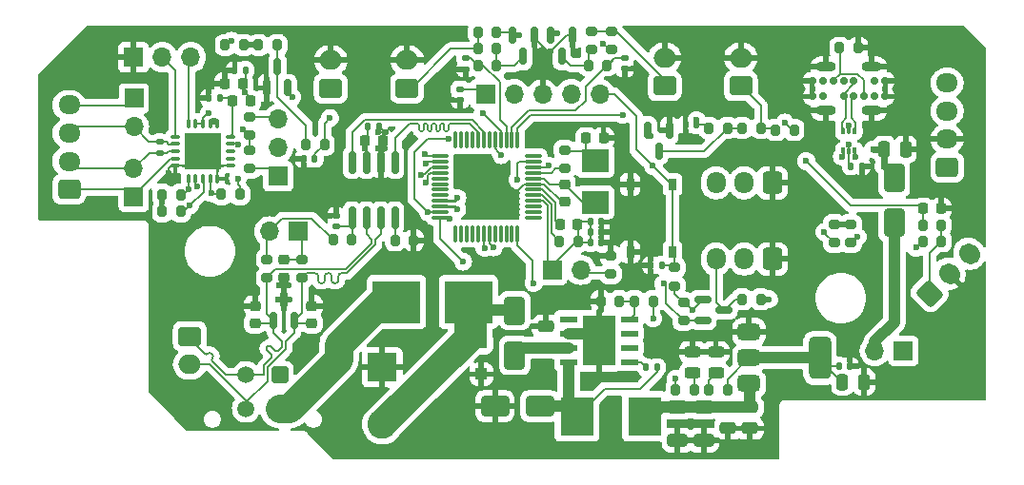
<source format=gbr>
%TF.GenerationSoftware,KiCad,Pcbnew,8.0.2-1*%
%TF.CreationDate,2024-05-27T15:29:17-04:00*%
%TF.ProjectId,checkpoint,63686563-6b70-46f6-996e-742e6b696361,v1.1*%
%TF.SameCoordinates,Original*%
%TF.FileFunction,Copper,L1,Top*%
%TF.FilePolarity,Positive*%
%FSLAX46Y46*%
G04 Gerber Fmt 4.6, Leading zero omitted, Abs format (unit mm)*
G04 Created by KiCad (PCBNEW 8.0.2-1) date 2024-05-27 15:29:17*
%MOMM*%
%LPD*%
G01*
G04 APERTURE LIST*
G04 Aperture macros list*
%AMRoundRect*
0 Rectangle with rounded corners*
0 $1 Rounding radius*
0 $2 $3 $4 $5 $6 $7 $8 $9 X,Y pos of 4 corners*
0 Add a 4 corners polygon primitive as box body*
4,1,4,$2,$3,$4,$5,$6,$7,$8,$9,$2,$3,0*
0 Add four circle primitives for the rounded corners*
1,1,$1+$1,$2,$3*
1,1,$1+$1,$4,$5*
1,1,$1+$1,$6,$7*
1,1,$1+$1,$8,$9*
0 Add four rect primitives between the rounded corners*
20,1,$1+$1,$2,$3,$4,$5,0*
20,1,$1+$1,$4,$5,$6,$7,0*
20,1,$1+$1,$6,$7,$8,$9,0*
20,1,$1+$1,$8,$9,$2,$3,0*%
%AMHorizOval*
0 Thick line with rounded ends*
0 $1 width*
0 $2 $3 position (X,Y) of the first rounded end (center of the circle)*
0 $4 $5 position (X,Y) of the second rounded end (center of the circle)*
0 Add line between two ends*
20,1,$1,$2,$3,$4,$5,0*
0 Add two circle primitives to create the rounded ends*
1,1,$1,$2,$3*
1,1,$1,$4,$5*%
G04 Aperture macros list end*
%TA.AperFunction,ComponentPad*%
%ADD10RoundRect,0.250000X0.750000X-0.600000X0.750000X0.600000X-0.750000X0.600000X-0.750000X-0.600000X0*%
%TD*%
%TA.AperFunction,ComponentPad*%
%ADD11O,2.000000X1.700000*%
%TD*%
%TA.AperFunction,SMDPad,CuDef*%
%ADD12RoundRect,0.140000X0.140000X0.170000X-0.140000X0.170000X-0.140000X-0.170000X0.140000X-0.170000X0*%
%TD*%
%TA.AperFunction,SMDPad,CuDef*%
%ADD13RoundRect,0.200000X0.275000X-0.200000X0.275000X0.200000X-0.275000X0.200000X-0.275000X-0.200000X0*%
%TD*%
%TA.AperFunction,SMDPad,CuDef*%
%ADD14RoundRect,0.250000X0.475000X-0.250000X0.475000X0.250000X-0.475000X0.250000X-0.475000X-0.250000X0*%
%TD*%
%TA.AperFunction,SMDPad,CuDef*%
%ADD15RoundRect,0.200000X0.200000X0.275000X-0.200000X0.275000X-0.200000X-0.275000X0.200000X-0.275000X0*%
%TD*%
%TA.AperFunction,ComponentPad*%
%ADD16R,1.700000X1.700000*%
%TD*%
%TA.AperFunction,ComponentPad*%
%ADD17O,1.700000X1.700000*%
%TD*%
%TA.AperFunction,SMDPad,CuDef*%
%ADD18RoundRect,0.075000X-0.075000X0.337500X-0.075000X-0.337500X0.075000X-0.337500X0.075000X0.337500X0*%
%TD*%
%TA.AperFunction,SMDPad,CuDef*%
%ADD19RoundRect,0.075000X-0.337500X0.075000X-0.337500X-0.075000X0.337500X-0.075000X0.337500X0.075000X0*%
%TD*%
%TA.AperFunction,HeatsinkPad*%
%ADD20R,3.250000X3.250000*%
%TD*%
%TA.AperFunction,SMDPad,CuDef*%
%ADD21RoundRect,0.250000X-0.475000X0.250000X-0.475000X-0.250000X0.475000X-0.250000X0.475000X0.250000X0*%
%TD*%
%TA.AperFunction,SMDPad,CuDef*%
%ADD22RoundRect,0.093750X-0.093750X0.156250X-0.093750X-0.156250X0.093750X-0.156250X0.093750X0.156250X0*%
%TD*%
%TA.AperFunction,SMDPad,CuDef*%
%ADD23RoundRect,0.075000X-0.075000X0.250000X-0.075000X-0.250000X0.075000X-0.250000X0.075000X0.250000X0*%
%TD*%
%TA.AperFunction,SMDPad,CuDef*%
%ADD24RoundRect,0.225000X0.225000X0.250000X-0.225000X0.250000X-0.225000X-0.250000X0.225000X-0.250000X0*%
%TD*%
%TA.AperFunction,SMDPad,CuDef*%
%ADD25RoundRect,0.140000X-0.170000X0.140000X-0.170000X-0.140000X0.170000X-0.140000X0.170000X0.140000X0*%
%TD*%
%TA.AperFunction,SMDPad,CuDef*%
%ADD26RoundRect,0.250000X0.650000X-1.000000X0.650000X1.000000X-0.650000X1.000000X-0.650000X-1.000000X0*%
%TD*%
%TA.AperFunction,SMDPad,CuDef*%
%ADD27RoundRect,0.200000X-0.200000X-0.275000X0.200000X-0.275000X0.200000X0.275000X-0.200000X0.275000X0*%
%TD*%
%TA.AperFunction,SMDPad,CuDef*%
%ADD28RoundRect,0.150000X0.150000X-0.587500X0.150000X0.587500X-0.150000X0.587500X-0.150000X-0.587500X0*%
%TD*%
%TA.AperFunction,SMDPad,CuDef*%
%ADD29RoundRect,0.243750X-0.456250X0.243750X-0.456250X-0.243750X0.456250X-0.243750X0.456250X0.243750X0*%
%TD*%
%TA.AperFunction,SMDPad,CuDef*%
%ADD30RoundRect,0.140000X-0.140000X-0.170000X0.140000X-0.170000X0.140000X0.170000X-0.140000X0.170000X0*%
%TD*%
%TA.AperFunction,SMDPad,CuDef*%
%ADD31RoundRect,0.250000X-0.650000X0.325000X-0.650000X-0.325000X0.650000X-0.325000X0.650000X0.325000X0*%
%TD*%
%TA.AperFunction,ComponentPad*%
%ADD32RoundRect,0.250000X-0.750000X0.600000X-0.750000X-0.600000X0.750000X-0.600000X0.750000X0.600000X0*%
%TD*%
%TA.AperFunction,SMDPad,CuDef*%
%ADD33RoundRect,0.218750X0.218750X0.256250X-0.218750X0.256250X-0.218750X-0.256250X0.218750X-0.256250X0*%
%TD*%
%TA.AperFunction,SMDPad,CuDef*%
%ADD34RoundRect,0.075000X0.662500X0.075000X-0.662500X0.075000X-0.662500X-0.075000X0.662500X-0.075000X0*%
%TD*%
%TA.AperFunction,SMDPad,CuDef*%
%ADD35RoundRect,0.075000X0.075000X0.662500X-0.075000X0.662500X-0.075000X-0.662500X0.075000X-0.662500X0*%
%TD*%
%TA.AperFunction,ComponentPad*%
%ADD36R,2.600000X2.600000*%
%TD*%
%TA.AperFunction,ComponentPad*%
%ADD37C,2.600000*%
%TD*%
%TA.AperFunction,SMDPad,CuDef*%
%ADD38RoundRect,0.150000X-0.150000X0.587500X-0.150000X-0.587500X0.150000X-0.587500X0.150000X0.587500X0*%
%TD*%
%TA.AperFunction,SMDPad,CuDef*%
%ADD39RoundRect,0.250000X-0.250000X-0.475000X0.250000X-0.475000X0.250000X0.475000X-0.250000X0.475000X0*%
%TD*%
%TA.AperFunction,SMDPad,CuDef*%
%ADD40RoundRect,0.225000X-0.250000X0.225000X-0.250000X-0.225000X0.250000X-0.225000X0.250000X0.225000X0*%
%TD*%
%TA.AperFunction,SMDPad,CuDef*%
%ADD41RoundRect,0.150000X-0.150000X0.825000X-0.150000X-0.825000X0.150000X-0.825000X0.150000X0.825000X0*%
%TD*%
%TA.AperFunction,ComponentPad*%
%ADD42RoundRect,0.250000X0.600000X0.725000X-0.600000X0.725000X-0.600000X-0.725000X0.600000X-0.725000X0*%
%TD*%
%TA.AperFunction,ComponentPad*%
%ADD43O,1.700000X1.950000*%
%TD*%
%TA.AperFunction,SMDPad,CuDef*%
%ADD44RoundRect,0.200000X-0.275000X0.200000X-0.275000X-0.200000X0.275000X-0.200000X0.275000X0.200000X0*%
%TD*%
%TA.AperFunction,SMDPad,CuDef*%
%ADD45R,1.550000X0.600000*%
%TD*%
%TA.AperFunction,ComponentPad*%
%ADD46C,0.600000*%
%TD*%
%TA.AperFunction,SMDPad,CuDef*%
%ADD47R,2.600000X3.100000*%
%TD*%
%TA.AperFunction,SMDPad,CuDef*%
%ADD48R,2.950000X4.500000*%
%TD*%
%TA.AperFunction,SMDPad,CuDef*%
%ADD49RoundRect,0.375000X-0.625000X-0.375000X0.625000X-0.375000X0.625000X0.375000X-0.625000X0.375000X0*%
%TD*%
%TA.AperFunction,SMDPad,CuDef*%
%ADD50RoundRect,0.500000X-0.500000X-1.400000X0.500000X-1.400000X0.500000X1.400000X-0.500000X1.400000X0*%
%TD*%
%TA.AperFunction,SMDPad,CuDef*%
%ADD51R,4.240000X3.810000*%
%TD*%
%TA.AperFunction,SMDPad,CuDef*%
%ADD52R,3.000000X3.500000*%
%TD*%
%TA.AperFunction,SMDPad,CuDef*%
%ADD53RoundRect,0.225000X-0.225000X-0.250000X0.225000X-0.250000X0.225000X0.250000X-0.225000X0.250000X0*%
%TD*%
%TA.AperFunction,SMDPad,CuDef*%
%ADD54R,2.400000X2.000000*%
%TD*%
%TA.AperFunction,SMDPad,CuDef*%
%ADD55RoundRect,0.225000X0.250000X-0.225000X0.250000X0.225000X-0.250000X0.225000X-0.250000X-0.225000X0*%
%TD*%
%TA.AperFunction,ComponentPad*%
%ADD56RoundRect,0.250000X0.725000X-0.600000X0.725000X0.600000X-0.725000X0.600000X-0.725000X-0.600000X0*%
%TD*%
%TA.AperFunction,ComponentPad*%
%ADD57O,1.950000X1.700000*%
%TD*%
%TA.AperFunction,SMDPad,CuDef*%
%ADD58R,0.750000X1.000000*%
%TD*%
%TA.AperFunction,SMDPad,CuDef*%
%ADD59RoundRect,0.250000X1.000000X0.650000X-1.000000X0.650000X-1.000000X-0.650000X1.000000X-0.650000X0*%
%TD*%
%TA.AperFunction,ComponentPad*%
%ADD60RoundRect,0.150000X-0.150000X-0.150000X0.150000X-0.150000X0.150000X0.150000X-0.150000X0.150000X0*%
%TD*%
%TA.AperFunction,ComponentPad*%
%ADD61O,1.800000X0.900000*%
%TD*%
%TA.AperFunction,SMDPad,CuDef*%
%ADD62RoundRect,0.250000X-0.300000X0.300000X-0.300000X-0.300000X0.300000X-0.300000X0.300000X0.300000X0*%
%TD*%
%TA.AperFunction,SMDPad,CuDef*%
%ADD63RoundRect,0.150000X-0.587500X-0.150000X0.587500X-0.150000X0.587500X0.150000X-0.587500X0.150000X0*%
%TD*%
%TA.AperFunction,ComponentPad*%
%ADD64RoundRect,0.250001X0.499999X0.499999X-0.499999X0.499999X-0.499999X-0.499999X0.499999X-0.499999X0*%
%TD*%
%TA.AperFunction,ComponentPad*%
%ADD65C,1.500000*%
%TD*%
%TA.AperFunction,ComponentPad*%
%ADD66RoundRect,0.250000X0.088388X-0.936916X0.936916X-0.088388X-0.088388X0.936916X-0.936916X0.088388X0*%
%TD*%
%TA.AperFunction,ComponentPad*%
%ADD67HorizOval,1.700000X-0.088388X0.088388X0.088388X-0.088388X0*%
%TD*%
%TA.AperFunction,ViaPad*%
%ADD68C,0.600000*%
%TD*%
%TA.AperFunction,Conductor*%
%ADD69C,0.200000*%
%TD*%
%TA.AperFunction,Conductor*%
%ADD70C,1.000000*%
%TD*%
%TA.AperFunction,Conductor*%
%ADD71C,0.148600*%
%TD*%
%TA.AperFunction,Conductor*%
%ADD72C,0.600000*%
%TD*%
%TA.AperFunction,Conductor*%
%ADD73C,0.267200*%
%TD*%
%TA.AperFunction,Conductor*%
%ADD74C,2.500000*%
%TD*%
G04 APERTURE END LIST*
D10*
%TO.P,J1,1,Pin_1*%
%TO.N,Net-(J1-Pin_1)*%
X27039592Y-7108882D03*
D11*
%TO.P,J1,2,Pin_2*%
%TO.N,GND*%
X27039592Y-4608882D03*
%TD*%
D12*
%TO.P,C5,1*%
%TO.N,+3.3V*%
X19479592Y-5488882D03*
%TO.P,C5,2*%
%TO.N,GND*%
X18519592Y-5488882D03*
%TD*%
D13*
%TO.P,R23,1*%
%TO.N,I2C_SDA*%
X71810000Y-20885000D03*
%TO.P,R23,2*%
%TO.N,+3.3V*%
X71810000Y-19235000D03*
%TD*%
D12*
%TO.P,C6,1*%
%TO.N,Net-(U1-VDD)*%
X17170000Y-7980000D03*
%TO.P,C6,2*%
%TO.N,GND*%
X16210000Y-7980000D03*
%TD*%
D14*
%TO.P,C27,1*%
%TO.N,Net-(D10-K)*%
X46140000Y-30208882D03*
%TO.P,C27,2*%
%TO.N,GND*%
X46140000Y-28308882D03*
%TD*%
D15*
%TO.P,R35,1*%
%TO.N,+5V*%
X55704592Y-26058882D03*
%TO.P,R35,2*%
%TO.N,Net-(U6-VSENSE)*%
X54054592Y-26058882D03*
%TD*%
D12*
%TO.P,C4,1*%
%TO.N,T3*%
X59569592Y-10388882D03*
%TO.P,C4,2*%
%TO.N,GND*%
X58609592Y-10388882D03*
%TD*%
D16*
%TO.P,JP1,1,A*%
%TO.N,/CANBUS/120R*%
X24144592Y-19858882D03*
D17*
%TO.P,JP1,2,B*%
%TO.N,Net-(JP1-B)*%
X21604592Y-19858882D03*
%TD*%
D18*
%TO.P,U1,1,BIAS*%
%TO.N,Net-(U1-BIAS)*%
X16979592Y-10285793D03*
%TO.P,U1,2,REFIN+*%
X16329592Y-10285793D03*
%TO.P,U1,3,REFIN-*%
%TO.N,ISENSOR*%
X15679592Y-10285793D03*
%TO.P,U1,4,ISENSOR*%
X15029592Y-10285793D03*
%TO.P,U1,5,FORCE+*%
%TO.N,FORCE_P*%
X14379592Y-10285793D03*
D19*
%TO.P,U1,6,FORCE2*%
%TO.N,FORCE2*%
X13242092Y-11423293D03*
%TO.P,U1,7,RTDIN+*%
%TO.N,RTDIN_P*%
X13242092Y-12073293D03*
%TO.P,U1,8,RTDIN-*%
%TO.N,RTDIN_N*%
X13242092Y-12723293D03*
%TO.P,U1,9,FORCE-*%
%TO.N,FORCE_N*%
X13242092Y-13373293D03*
%TO.P,U1,10,GND*%
%TO.N,GND*%
X13242092Y-14023293D03*
D18*
%TO.P,U1,11,SDI*%
%TO.N,MOSI*%
X14379592Y-15160793D03*
%TO.P,U1,12,SCLK*%
%TO.N,SCK*%
X15029592Y-15160793D03*
%TO.P,U1,13,~{CS}*%
%TO.N,PT_CS*%
X15679592Y-15160793D03*
%TO.P,U1,14,SDO*%
%TO.N,MISO*%
X16329592Y-15160793D03*
%TO.P,U1,15,DGND*%
%TO.N,GND*%
X16979592Y-15160793D03*
D19*
%TO.P,U1,16,GND*%
X18117092Y-14023293D03*
%TO.P,U1,17,NC*%
%TO.N,unconnected-(U1-NC-Pad17)*%
X18117092Y-13373293D03*
%TO.P,U1,18,~{DRDY}*%
%TO.N,unconnected-(U1-~{DRDY}-Pad18)*%
X18117092Y-12723293D03*
%TO.P,U1,19,DVDD*%
%TO.N,+3.3V*%
X18117092Y-12073293D03*
%TO.P,U1,20,VDD*%
%TO.N,Net-(U1-VDD)*%
X18117092Y-11423293D03*
D20*
%TO.P,U1,21,GND*%
%TO.N,GND*%
X15679592Y-12723293D03*
%TD*%
D15*
%TO.P,R10,1*%
%TO.N,+3.3V*%
X41805000Y-2147500D03*
%TO.P,R10,2*%
%TO.N,Net-(J2-Pin_1)*%
X40155000Y-2147500D03*
%TD*%
D21*
%TO.P,C30,1*%
%TO.N,+5V*%
X62349592Y-35498882D03*
%TO.P,C30,2*%
%TO.N,GND*%
X62349592Y-37398882D03*
%TD*%
D15*
%TO.P,R13,1*%
%TO.N,+3.3V*%
X18985000Y-16560000D03*
%TO.P,R13,2*%
%TO.N,MISO*%
X17335000Y-16560000D03*
%TD*%
D13*
%TO.P,R20,1*%
%TO.N,CAN_P*%
X24469592Y-24003882D03*
%TO.P,R20,2*%
%TO.N,/CANBUS/120R*%
X24469592Y-22353882D03*
%TD*%
%TO.P,R26,1*%
%TO.N,+3.3V*%
X57620000Y-24725000D03*
%TO.P,R26,2*%
%TO.N,RESET*%
X57620000Y-23075000D03*
%TD*%
%TO.P,R7,1*%
%TO.N,Net-(D3-COM)*%
X50260000Y-3675000D03*
%TO.P,R7,2*%
%TO.N,Net-(J3-Pin_1)*%
X50260000Y-2025000D03*
%TD*%
D22*
%TO.P,U4,1,I/O1*%
%TO.N,D_P*%
X73632092Y-10948882D03*
D23*
%TO.P,U4,2,GND*%
%TO.N,GND*%
X73094592Y-10873882D03*
D22*
%TO.P,U4,3,I/O2*%
%TO.N,D_N*%
X72557092Y-10948882D03*
%TO.P,U4,4,I/O2*%
%TO.N,USB_N*%
X72557092Y-12648882D03*
D23*
%TO.P,U4,5,VBUS*%
%TO.N,VBUS*%
X73094592Y-12723882D03*
D22*
%TO.P,U4,6,I/O1*%
%TO.N,USB_P*%
X73632092Y-12648882D03*
%TD*%
D24*
%TO.P,C20,1*%
%TO.N,GND*%
X51289592Y-11553882D03*
%TO.P,C20,2*%
%TO.N,Net-(C20-Pad2)*%
X49739592Y-11553882D03*
%TD*%
D25*
%TO.P,C3,1*%
%TO.N,T2*%
X53180000Y-4430000D03*
%TO.P,C3,2*%
%TO.N,GND*%
X53180000Y-5390000D03*
%TD*%
D26*
%TO.P,D10,1,K*%
%TO.N,Net-(D10-K)*%
X43400000Y-30907500D03*
%TO.P,D10,2,A*%
%TO.N,VOUT*%
X43400000Y-26907500D03*
%TD*%
D12*
%TO.P,C1,1*%
%TO.N,T0*%
X25619592Y-13380000D03*
%TO.P,C1,2*%
%TO.N,GND*%
X24659592Y-13380000D03*
%TD*%
D25*
%TO.P,C7,1*%
%TO.N,RTDIN_P*%
X11844592Y-11908882D03*
%TO.P,C7,2*%
%TO.N,RTDIN_N*%
X11844592Y-12868882D03*
%TD*%
D27*
%TO.P,R8,1*%
%TO.N,Net-(D4-COM)*%
X63624592Y-10648882D03*
%TO.P,R8,2*%
%TO.N,Net-(J4-Pin_1)*%
X65274592Y-10648882D03*
%TD*%
D24*
%TO.P,C8,1*%
%TO.N,GND*%
X31668668Y-11746607D03*
%TO.P,C8,2*%
%TO.N,+5V*%
X30118668Y-11746607D03*
%TD*%
D28*
%TO.P,D5,1,K*%
%TO.N,CAN_N*%
X21944592Y-27771382D03*
%TO.P,D5,2,K*%
%TO.N,CAN_P*%
X23844592Y-27771382D03*
%TO.P,D5,3,A*%
%TO.N,GND*%
X22894592Y-25896382D03*
%TD*%
D29*
%TO.P,D8,1,K*%
%TO.N,GND*%
X61280000Y-30602500D03*
%TO.P,D8,2,A*%
%TO.N,Net-(D8-A)*%
X61280000Y-32477500D03*
%TD*%
D30*
%TO.P,C18,1*%
%TO.N,+3.3V*%
X50110000Y-20860000D03*
%TO.P,C18,2*%
%TO.N,GND*%
X51070000Y-20860000D03*
%TD*%
D31*
%TO.P,C31,1*%
%TO.N,+5V*%
X60194592Y-35508882D03*
%TO.P,C31,2*%
%TO.N,GND*%
X60194592Y-38458882D03*
%TD*%
D10*
%TO.P,J2,1,Pin_1*%
%TO.N,Net-(J2-Pin_1)*%
X33824592Y-7108882D03*
D11*
%TO.P,J2,2,Pin_2*%
%TO.N,GND*%
X33824592Y-4608882D03*
%TD*%
D15*
%TO.P,R34,1*%
%TO.N,+3.3V*%
X62305000Y-33950000D03*
%TO.P,R34,2*%
%TO.N,Net-(D8-A)*%
X60655000Y-33950000D03*
%TD*%
D32*
%TO.P,J10,1,Pin_1*%
%TO.N,CAN_N*%
X14515000Y-29190000D03*
D11*
%TO.P,J10,2,Pin_2*%
%TO.N,CAN_P*%
X14515000Y-31690000D03*
%TD*%
D31*
%TO.P,C32,1*%
%TO.N,+5V*%
X57869592Y-35508882D03*
%TO.P,C32,2*%
%TO.N,GND*%
X57869592Y-38458882D03*
%TD*%
D33*
%TO.P,L2,1,1*%
%TO.N,+3.3V*%
X48987092Y-19278882D03*
%TO.P,L2,2,2*%
%TO.N,Net-(U3-VDD)*%
X47412092Y-19278882D03*
%TD*%
D15*
%TO.P,R6,1*%
%TO.N,Net-(D2-COM)*%
X41795000Y-3607500D03*
%TO.P,R6,2*%
%TO.N,Net-(J2-Pin_1)*%
X40145000Y-3607500D03*
%TD*%
D13*
%TO.P,R21,1*%
%TO.N,CAN_N*%
X21369592Y-23983882D03*
%TO.P,R21,2*%
%TO.N,Net-(JP1-B)*%
X21369592Y-22333882D03*
%TD*%
D34*
%TO.P,U3,1,PC13*%
%TO.N,unconnected-(U3-PC13-Pad1)*%
X45067092Y-18641382D03*
%TO.P,U3,2,PC14*%
%TO.N,unconnected-(U3-PC14-Pad2)*%
X45067092Y-18141382D03*
%TO.P,U3,3,PC15*%
%TO.N,unconnected-(U3-PC15-Pad3)*%
X45067092Y-17641382D03*
%TO.P,U3,4,VBAT*%
%TO.N,+3.3V*%
X45067092Y-17141382D03*
%TO.P,U3,5,VREF+*%
%TO.N,Net-(U3-VREF+)*%
X45067092Y-16641382D03*
%TO.P,U3,6,VDD*%
%TO.N,Net-(U3-VDD)*%
X45067092Y-16141382D03*
%TO.P,U3,7,VSS*%
%TO.N,GND*%
X45067092Y-15641382D03*
%TO.P,U3,8,PF0*%
%TO.N,OSC_IN*%
X45067092Y-15141382D03*
%TO.P,U3,9,PF1*%
%TO.N,OSC_OUT*%
X45067092Y-14641382D03*
%TO.P,U3,10,PF2*%
%TO.N,RESET*%
X45067092Y-14141382D03*
%TO.P,U3,11,PA0*%
%TO.N,SERVO_PWM*%
X45067092Y-13641382D03*
%TO.P,U3,12,PA1*%
%TO.N,unconnected-(U3-PA1-Pad12)*%
X45067092Y-13141382D03*
D35*
%TO.P,U3,13,PA2*%
%TO.N,T3*%
X43654592Y-11728882D03*
%TO.P,U3,14,PA3*%
%TO.N,T2*%
X43154592Y-11728882D03*
%TO.P,U3,15,PA4*%
%TO.N,T1*%
X42654592Y-11728882D03*
%TO.P,U3,16,PA5*%
%TO.N,T0*%
X42154592Y-11728882D03*
%TO.P,U3,17,PA6*%
%TO.N,Y_ENDSTOP*%
X41654592Y-11728882D03*
%TO.P,U3,18,PA7*%
%TO.N,unconnected-(U3-PA7-Pad18)*%
X41154592Y-11728882D03*
%TO.P,U3,19,PB0*%
%TO.N,CAN_RX*%
X40654592Y-11728882D03*
%TO.P,U3,20,PB1*%
%TO.N,CAN_TX*%
X40154592Y-11728882D03*
%TO.P,U3,21,PB2*%
%TO.N,unconnected-(U3-PB2-Pad21)*%
X39654592Y-11728882D03*
%TO.P,U3,22,PB10*%
%TO.N,unconnected-(U3-PB10-Pad22)*%
X39154592Y-11728882D03*
%TO.P,U3,23,PB11*%
%TO.N,unconnected-(U3-PB11-Pad23)*%
X38654592Y-11728882D03*
%TO.P,U3,24,PB12*%
%TO.N,unconnected-(U3-PB12-Pad24)*%
X38154592Y-11728882D03*
D34*
%TO.P,U3,25,PB13*%
%TO.N,SCK*%
X36742092Y-13141382D03*
%TO.P,U3,26,PB14*%
%TO.N,MISO*%
X36742092Y-13641382D03*
%TO.P,U3,27,PB15*%
%TO.N,MOSI*%
X36742092Y-14141382D03*
%TO.P,U3,28,PA8*%
%TO.N,PT_CS*%
X36742092Y-14641382D03*
%TO.P,U3,29,PA9/UCPD1_DBCC1*%
%TO.N,unconnected-(U3-PA9{slash}UCPD1_DBCC1-Pad29)*%
X36742092Y-15141382D03*
%TO.P,U3,30,PC6*%
%TO.N,unconnected-(U3-PC6-Pad30)*%
X36742092Y-15641382D03*
%TO.P,U3,31,PC7*%
%TO.N,unconnected-(U3-PC7-Pad31)*%
X36742092Y-16141382D03*
%TO.P,U3,32,PA10/UCPD1_DBCC2*%
%TO.N,unconnected-(U3-PA10{slash}UCPD1_DBCC2-Pad32)*%
X36742092Y-16641382D03*
%TO.P,U3,33,PA11/PA9*%
%TO.N,USB_N*%
X36742092Y-17141382D03*
%TO.P,U3,34,PA12/PA10*%
%TO.N,USB_P*%
X36742092Y-17641382D03*
%TO.P,U3,35,PA13*%
%TO.N,SWDIO*%
X36742092Y-18141382D03*
%TO.P,U3,36,PA14*%
%TO.N,SWCLK*%
X36742092Y-18641382D03*
D35*
%TO.P,U3,37,PA15*%
%TO.N,unconnected-(U3-PA15-Pad37)*%
X38154592Y-20053882D03*
%TO.P,U3,38,PD0*%
%TO.N,unconnected-(U3-PD0-Pad38)*%
X38654592Y-20053882D03*
%TO.P,U3,39,PD1*%
%TO.N,unconnected-(U3-PD1-Pad39)*%
X39154592Y-20053882D03*
%TO.P,U3,40,PD2*%
%TO.N,unconnected-(U3-PD2-Pad40)*%
X39654592Y-20053882D03*
%TO.P,U3,41,PD3*%
%TO.N,unconnected-(U3-PD3-Pad41)*%
X40154592Y-20053882D03*
%TO.P,U3,42,PB3*%
%TO.N,I2C_SCL*%
X40654592Y-20053882D03*
%TO.P,U3,43,PB4*%
%TO.N,I2C_SDA*%
X41154592Y-20053882D03*
%TO.P,U3,44,PB5*%
%TO.N,unconnected-(U3-PB5-Pad44)*%
X41654592Y-20053882D03*
%TO.P,U3,45,PB6*%
%TO.N,unconnected-(U3-PB6-Pad45)*%
X42154592Y-20053882D03*
%TO.P,U3,46,PB7*%
%TO.N,unconnected-(U3-PB7-Pad46)*%
X42654592Y-20053882D03*
%TO.P,U3,47,PB8*%
%TO.N,unconnected-(U3-PB8-Pad47)*%
X43154592Y-20053882D03*
%TO.P,U3,48,PB9*%
%TO.N,RGB_DATA*%
X43654592Y-20053882D03*
%TD*%
D15*
%TO.P,R28,1*%
%TO.N,Net-(D6-A)*%
X59345000Y-33950000D03*
%TO.P,R28,2*%
%TO.N,SWDIO*%
X57695000Y-33950000D03*
%TD*%
D13*
%TO.P,R25,1*%
%TO.N,SWCLK*%
X51930000Y-23645000D03*
%TO.P,R25,2*%
%TO.N,GND*%
X51930000Y-21995000D03*
%TD*%
D15*
%TO.P,R29,1*%
%TO.N,+3.3V*%
X49024592Y-20738882D03*
%TO.P,R29,2*%
%TO.N,Net-(U3-VREF+)*%
X47374592Y-20738882D03*
%TD*%
D29*
%TO.P,D6,1,K*%
%TO.N,GND*%
X59230000Y-30602500D03*
%TO.P,D6,2,A*%
%TO.N,Net-(D6-A)*%
X59230000Y-32477500D03*
%TD*%
D15*
%TO.P,R12,1*%
%TO.N,+3.3V*%
X68235000Y-10830000D03*
%TO.P,R12,2*%
%TO.N,Net-(J4-Pin_1)*%
X66585000Y-10830000D03*
%TD*%
D36*
%TO.P,J18,1,Pin_1*%
%TO.N,GND*%
X31625000Y-31955000D03*
D37*
%TO.P,J18,2,Pin_2*%
%TO.N,VOUT*%
X31625000Y-37035000D03*
%TD*%
D15*
%TO.P,R31,1*%
%TO.N,+5V*%
X65275000Y-25900000D03*
%TO.P,R31,2*%
%TO.N,Net-(J15-Pin_3)*%
X63625000Y-25900000D03*
%TD*%
D27*
%TO.P,R24,1*%
%TO.N,+3.3V*%
X79675000Y-20750000D03*
%TO.P,R24,2*%
%TO.N,Net-(J12-Pin_1)*%
X81325000Y-20750000D03*
%TD*%
D13*
%TO.P,R11,1*%
%TO.N,+3.3V*%
X51980000Y-3665000D03*
%TO.P,R11,2*%
%TO.N,Net-(J3-Pin_1)*%
X51980000Y-2015000D03*
%TD*%
D15*
%TO.P,R33,1*%
%TO.N,GND*%
X73925000Y-3520000D03*
%TO.P,R33,2*%
%TO.N,Net-(J17-CC1)*%
X72275000Y-3520000D03*
%TD*%
%TO.P,R5,1*%
%TO.N,Net-(D1-COM)*%
X22284592Y-3268882D03*
%TO.P,R5,2*%
%TO.N,Net-(J1-Pin_1)*%
X20634592Y-3268882D03*
%TD*%
D26*
%TO.P,D7,1,K*%
%TO.N,Net-(D7-K)*%
X77140000Y-19090000D03*
%TO.P,D7,2,A*%
%TO.N,VBUS*%
X77140000Y-15090000D03*
%TD*%
D38*
%TO.P,D2,1,A*%
%TO.N,GND*%
X45120000Y-2400000D03*
%TO.P,D2,2,K*%
%TO.N,+3.3V*%
X43220000Y-2400000D03*
%TO.P,D2,3,COM*%
%TO.N,Net-(D2-COM)*%
X44170000Y-4275000D03*
%TD*%
D39*
%TO.P,C25,1*%
%TO.N,+3.3V*%
X72530000Y-33270000D03*
%TO.P,C25,2*%
%TO.N,GND*%
X74430000Y-33270000D03*
%TD*%
D40*
%TO.P,C17,1*%
%TO.N,OSC_IN*%
X47839592Y-15653882D03*
%TO.P,C17,2*%
%TO.N,GND*%
X47839592Y-17203882D03*
%TD*%
D12*
%TO.P,C14,1*%
%TO.N,RESET*%
X56460000Y-22880000D03*
%TO.P,C14,2*%
%TO.N,GND*%
X55500000Y-22880000D03*
%TD*%
D41*
%TO.P,U2,1,TXD*%
%TO.N,CAN_TX*%
X32765000Y-13705000D03*
%TO.P,U2,2,GND*%
%TO.N,GND*%
X31495000Y-13705000D03*
%TO.P,U2,3,VCC*%
%TO.N,+5V*%
X30225000Y-13705000D03*
%TO.P,U2,4,RXD*%
%TO.N,CAN_RX*%
X28955000Y-13705000D03*
%TO.P,U2,5,VREF*%
%TO.N,Net-(U2-VREF)*%
X28955000Y-18655000D03*
%TO.P,U2,6,CANL*%
%TO.N,CAN_N*%
X30225000Y-18655000D03*
%TO.P,U2,7,CANH*%
%TO.N,CAN_P*%
X31495000Y-18655000D03*
%TO.P,U2,8,S*%
%TO.N,Net-(U2-S)*%
X32765000Y-18655000D03*
%TD*%
D16*
%TO.P,JP2,1,A*%
%TO.N,+5V*%
X77953454Y-30490000D03*
D17*
%TO.P,JP2,2,B*%
%TO.N,Net-(D7-K)*%
X75413454Y-30490000D03*
%TD*%
D38*
%TO.P,D3,1,A*%
%TO.N,GND*%
X48522500Y-2392500D03*
%TO.P,D3,2,K*%
%TO.N,+3.3V*%
X46622500Y-2392500D03*
%TO.P,D3,3,COM*%
%TO.N,Net-(D3-COM)*%
X47572500Y-4267500D03*
%TD*%
D16*
%TO.P,J8,1,Pin_1*%
%TO.N,FORCE_N*%
X9539592Y-16788882D03*
D17*
%TO.P,J8,2,Pin_2*%
%TO.N,RTDIN_N*%
X9539592Y-14248882D03*
%TD*%
D30*
%TO.P,C24,1*%
%TO.N,VBUS*%
X73279592Y-14038882D03*
%TO.P,C24,2*%
%TO.N,GND*%
X74239592Y-14038882D03*
%TD*%
D42*
%TO.P,J15,1,Pin_1*%
%TO.N,GND*%
X66300000Y-22320000D03*
D43*
%TO.P,J15,2,Pin_2*%
%TO.N,+5V*%
X63800000Y-22320000D03*
%TO.P,J15,3,Pin_3*%
%TO.N,Net-(J15-Pin_3)*%
X61300000Y-22320000D03*
%TD*%
D25*
%TO.P,C10,1*%
%TO.N,GND*%
X27544592Y-18478882D03*
%TO.P,C10,2*%
%TO.N,Net-(U2-VREF)*%
X27544592Y-19438882D03*
%TD*%
D44*
%TO.P,R22,1*%
%TO.N,+3.3V*%
X73270000Y-19225000D03*
%TO.P,R22,2*%
%TO.N,I2C_SCL*%
X73270000Y-20875000D03*
%TD*%
D13*
%TO.P,R17,1*%
%TO.N,Net-(U1-BIAS)*%
X19830000Y-11315000D03*
%TO.P,R17,2*%
%TO.N,4300R*%
X19830000Y-9665000D03*
%TD*%
D45*
%TO.P,U6,1,BOOT*%
%TO.N,Net-(U6-BOOT)*%
X53579592Y-31483882D03*
%TO.P,U6,2,NC*%
%TO.N,unconnected-(U6-NC-Pad2)*%
X53579592Y-30213882D03*
%TO.P,U6,3,NC*%
%TO.N,unconnected-(U6-NC-Pad3)*%
X53579592Y-28943882D03*
%TO.P,U6,4,VSENSE*%
%TO.N,Net-(U6-VSENSE)*%
X53579592Y-27673882D03*
%TO.P,U6,5,EN*%
%TO.N,unconnected-(U6-EN-Pad5)*%
X48179592Y-27673882D03*
%TO.P,U6,6,GND*%
%TO.N,GND*%
X48179592Y-28943882D03*
%TO.P,U6,7,VIN*%
%TO.N,Net-(D10-K)*%
X48179592Y-30213882D03*
%TO.P,U6,8,PH*%
%TO.N,Net-(D11-K)*%
X48179592Y-31483882D03*
D46*
%TO.P,U6,9,GNDPAD*%
%TO.N,GND*%
X51479592Y-31378882D03*
X51479592Y-30178882D03*
X51479592Y-28878882D03*
X51479592Y-27778882D03*
D47*
X50879592Y-29578882D03*
D48*
X50879592Y-29578882D03*
D46*
X50279592Y-31378882D03*
X50279592Y-30178882D03*
X50279592Y-28878882D03*
X50279592Y-27778882D03*
%TD*%
D30*
%TO.P,C22,1*%
%TO.N,+3.3V*%
X50110000Y-19020000D03*
%TO.P,C22,2*%
%TO.N,GND*%
X51070000Y-19020000D03*
%TD*%
D49*
%TO.P,U5,1,GND*%
%TO.N,GND*%
X64229592Y-28818882D03*
%TO.P,U5,2,VO*%
%TO.N,+3.3V*%
X64229592Y-31118882D03*
D50*
X70529592Y-31118882D03*
D49*
%TO.P,U5,3,VI*%
%TO.N,+5V*%
X64229592Y-33418882D03*
%TD*%
D16*
%TO.P,J16,1,Pin_1*%
%TO.N,+3.3V*%
X40810000Y-7630000D03*
D17*
%TO.P,J16,2,Pin_2*%
%TO.N,SWDIO*%
X43350000Y-7630000D03*
%TO.P,J16,3,Pin_3*%
%TO.N,GND*%
X45890000Y-7630000D03*
%TO.P,J16,4,Pin_4*%
%TO.N,SWCLK*%
X48430000Y-7630000D03*
%TO.P,J16,5,Pin_5*%
%TO.N,RESET*%
X50970000Y-7630000D03*
%TD*%
D16*
%TO.P,J6,1,Pin_1*%
%TO.N,GND*%
X9534592Y-4358882D03*
D17*
%TO.P,J6,2,Pin_2*%
%TO.N,FORCE2*%
X12074592Y-4358882D03*
%TO.P,J6,3,Pin_3*%
%TO.N,FORCE_P*%
X14614592Y-4358882D03*
%TD*%
D30*
%TO.P,C26,1*%
%TO.N,+3.3V*%
X72210000Y-31820000D03*
%TO.P,C26,2*%
%TO.N,GND*%
X73170000Y-31820000D03*
%TD*%
D10*
%TO.P,J3,1,Pin_1*%
%TO.N,Net-(J3-Pin_1)*%
X56739592Y-6908882D03*
D11*
%TO.P,J3,2,Pin_2*%
%TO.N,GND*%
X56739592Y-4408882D03*
%TD*%
D39*
%TO.P,C23,1*%
%TO.N,VBUS*%
X76240000Y-12550000D03*
%TO.P,C23,2*%
%TO.N,GND*%
X78140000Y-12550000D03*
%TD*%
D15*
%TO.P,R18,1*%
%TO.N,GND*%
X34435000Y-20650000D03*
%TO.P,R18,2*%
%TO.N,Net-(U2-S)*%
X32785000Y-20650000D03*
%TD*%
D21*
%TO.P,C29,1*%
%TO.N,+5V*%
X64319592Y-35498882D03*
%TO.P,C29,2*%
%TO.N,GND*%
X64319592Y-37398882D03*
%TD*%
D44*
%TO.P,R16,1*%
%TO.N,Net-(U1-BIAS)*%
X19844592Y-12625000D03*
%TO.P,R16,2*%
%TO.N,430R*%
X19844592Y-14275000D03*
%TD*%
D51*
%TO.P,F1,1*%
%TO.N,VOUT*%
X39275000Y-26140000D03*
%TO.P,F1,2*%
%TO.N,VIN*%
X32905000Y-26140000D03*
%TD*%
D16*
%TO.P,J5,1,Pin_1*%
%TO.N,FORCE_P*%
X9549592Y-8019471D03*
D17*
%TO.P,J5,2,Pin_2*%
%TO.N,RTDIN_P*%
X9549592Y-10559471D03*
%TD*%
D44*
%TO.P,R32,1*%
%TO.N,Net-(C20-Pad2)*%
X47839592Y-12603882D03*
%TO.P,R32,2*%
%TO.N,OSC_OUT*%
X47839592Y-14253882D03*
%TD*%
D52*
%TO.P,L3,1,1*%
%TO.N,Net-(D11-K)*%
X48940000Y-36330000D03*
%TO.P,L3,2,2*%
%TO.N,+5V*%
X54940000Y-36330000D03*
%TD*%
D30*
%TO.P,C28,1*%
%TO.N,Net-(U6-BOOT)*%
X55079592Y-31958882D03*
%TO.P,C28,2*%
%TO.N,Net-(D11-K)*%
X56039592Y-31958882D03*
%TD*%
D53*
%TO.P,C15,1*%
%TO.N,Y_ENDSTOP*%
X79725000Y-17830000D03*
%TO.P,C15,2*%
%TO.N,GND*%
X81275000Y-17830000D03*
%TD*%
D16*
%TO.P,J11,1,Pin_1*%
%TO.N,+3.3V*%
X46719592Y-23278882D03*
D17*
%TO.P,J11,2,Pin_2*%
%TO.N,SWCLK*%
X49259592Y-23278882D03*
%TD*%
D54*
%TO.P,Y1,1,1*%
%TO.N,OSC_IN*%
X50539592Y-17278882D03*
%TO.P,Y1,2,2*%
%TO.N,Net-(C20-Pad2)*%
X50539592Y-13578882D03*
%TD*%
D25*
%TO.P,C19,1*%
%TO.N,+3.3V*%
X38540000Y-7220000D03*
%TO.P,C19,2*%
%TO.N,GND*%
X38540000Y-8180000D03*
%TD*%
D55*
%TO.P,C13,1*%
%TO.N,CAN_N*%
X20309592Y-28043882D03*
%TO.P,C13,2*%
%TO.N,GND*%
X20309592Y-26493882D03*
%TD*%
D27*
%TO.P,R2,1*%
%TO.N,T1*%
X40145000Y-5087500D03*
%TO.P,R2,2*%
%TO.N,Net-(D2-COM)*%
X41795000Y-5087500D03*
%TD*%
D28*
%TO.P,D1,1,A*%
%TO.N,GND*%
X21359592Y-7086382D03*
%TO.P,D1,2,K*%
%TO.N,+3.3V*%
X23259592Y-7086382D03*
%TO.P,D1,3,COM*%
%TO.N,Net-(D1-COM)*%
X22309592Y-5211382D03*
%TD*%
D30*
%TO.P,C21,1*%
%TO.N,+3.3V*%
X50120000Y-19940000D03*
%TO.P,C21,2*%
%TO.N,GND*%
X51080000Y-19940000D03*
%TD*%
D15*
%TO.P,R3,1*%
%TO.N,T2*%
X51595000Y-5060000D03*
%TO.P,R3,2*%
%TO.N,Net-(D3-COM)*%
X49945000Y-5060000D03*
%TD*%
D42*
%TO.P,J14,1,Pin_1*%
%TO.N,GND*%
X66290000Y-15535000D03*
D43*
%TO.P,J14,2,Pin_2*%
%TO.N,+5V*%
X63790000Y-15535000D03*
%TO.P,J14,3,Pin_3*%
%TO.N,SERVO_PWM*%
X61290000Y-15535000D03*
%TD*%
D24*
%TO.P,C16,1*%
%TO.N,+3.3V*%
X19204592Y-6678882D03*
%TO.P,C16,2*%
%TO.N,GND*%
X17654592Y-6678882D03*
%TD*%
D56*
%TO.P,J7,1,Pin_1*%
%TO.N,FORCE_N*%
X3790000Y-16110000D03*
D57*
%TO.P,J7,2,Pin_2*%
%TO.N,RTDIN_N*%
X3790000Y-13610000D03*
%TO.P,J7,3,Pin_3*%
%TO.N,RTDIN_P*%
X3790000Y-11110000D03*
%TO.P,J7,4,Pin_4*%
%TO.N,FORCE_P*%
X3790000Y-8610000D03*
%TD*%
D27*
%TO.P,R4,1*%
%TO.N,T3*%
X60654592Y-10648882D03*
%TO.P,R4,2*%
%TO.N,Net-(D4-COM)*%
X62304592Y-10648882D03*
%TD*%
D58*
%TO.P,SW1,1,1*%
%TO.N,GND*%
X53665000Y-21668882D03*
X53665000Y-15668882D03*
%TO.P,SW1,2,2*%
%TO.N,RESET*%
X57415000Y-21668882D03*
X57415000Y-15668882D03*
%TD*%
D15*
%TO.P,R36,1*%
%TO.N,Net-(U6-VSENSE)*%
X52704592Y-26058882D03*
%TO.P,R36,2*%
%TO.N,GND*%
X51054592Y-26058882D03*
%TD*%
D44*
%TO.P,R30,1*%
%TO.N,+3.3V*%
X58400000Y-26165000D03*
%TO.P,R30,2*%
%TO.N,RGB_DATA*%
X58400000Y-27815000D03*
%TD*%
D40*
%TO.P,C12,1*%
%TO.N,GND*%
X25369592Y-26483882D03*
%TO.P,C12,2*%
%TO.N,CAN_P*%
X25369592Y-28033882D03*
%TD*%
D33*
%TO.P,L1,1,1*%
%TO.N,+3.3V*%
X19885000Y-8260000D03*
%TO.P,L1,2,2*%
%TO.N,Net-(U1-VDD)*%
X18310000Y-8260000D03*
%TD*%
D25*
%TO.P,C2,1*%
%TO.N,T1*%
X39030000Y-4440000D03*
%TO.P,C2,2*%
%TO.N,GND*%
X39030000Y-5400000D03*
%TD*%
D38*
%TO.P,D4,1,A*%
%TO.N,GND*%
X57160000Y-10842500D03*
%TO.P,D4,2,K*%
%TO.N,+3.3V*%
X55260000Y-10842500D03*
%TO.P,D4,3,COM*%
%TO.N,Net-(D4-COM)*%
X56210000Y-12717500D03*
%TD*%
D56*
%TO.P,J13,1,Pin_1*%
%TO.N,+5V*%
X81840000Y-14140000D03*
D57*
%TO.P,J13,2,Pin_2*%
%TO.N,GND*%
X81840000Y-11640000D03*
%TO.P,J13,3,Pin_3*%
%TO.N,I2C_SCL*%
X81840000Y-9140000D03*
%TO.P,J13,4,Pin_4*%
%TO.N,I2C_SDA*%
X81840000Y-6640000D03*
%TD*%
D27*
%TO.P,R15,1*%
%TO.N,+3.3V*%
X12069592Y-16583882D03*
%TO.P,R15,2*%
%TO.N,MOSI*%
X13719592Y-16583882D03*
%TD*%
D40*
%TO.P,C11,1*%
%TO.N,/CANBUS/120R*%
X22919592Y-22403882D03*
%TO.P,C11,2*%
%TO.N,GND*%
X22919592Y-23953882D03*
%TD*%
D15*
%TO.P,R19,1*%
%TO.N,Net-(U2-VREF)*%
X28915000Y-20630000D03*
%TO.P,R19,2*%
%TO.N,Net-(JP1-B)*%
X27265000Y-20630000D03*
%TD*%
D59*
%TO.P,D11,1,K*%
%TO.N,Net-(D11-K)*%
X45640000Y-35410000D03*
%TO.P,D11,2,A*%
%TO.N,GND*%
X41640000Y-35410000D03*
%TD*%
D12*
%TO.P,C9,1*%
%TO.N,GND*%
X31324592Y-10533882D03*
%TO.P,C9,2*%
%TO.N,+5V*%
X30364592Y-10533882D03*
%TD*%
D60*
%TO.P,J17,A1,GND*%
%TO.N,GND*%
X69840000Y-6450000D03*
%TO.P,J17,A4,VBUS*%
%TO.N,VBUS*%
X70790000Y-6450000D03*
%TO.P,J17,A5,CC1*%
%TO.N,Net-(J17-CC1)*%
X71740000Y-6450000D03*
%TO.P,J17,A6,D+*%
%TO.N,D_P*%
X72640000Y-6450000D03*
%TO.P,J17,A7,D-*%
%TO.N,D_N*%
X73540000Y-6450000D03*
%TO.P,J17,A9,VBUS*%
%TO.N,VBUS*%
X75390000Y-6450000D03*
%TO.P,J17,A12,GND*%
%TO.N,GND*%
X76340000Y-6450000D03*
%TO.P,J17,B1,GND*%
X76340000Y-7850000D03*
%TO.P,J17,B4,VBUS*%
%TO.N,VBUS*%
X75390000Y-7850000D03*
%TO.P,J17,B5,CC2*%
%TO.N,Net-(J17-CC1)*%
X74440000Y-7850000D03*
%TO.P,J17,B6,D+*%
%TO.N,D_P*%
X73540000Y-7850000D03*
%TO.P,J17,B7,D-*%
%TO.N,D_N*%
X72640000Y-7850000D03*
%TO.P,J17,B9,VBUS*%
%TO.N,VBUS*%
X70790000Y-7850000D03*
%TO.P,J17,B12,GND*%
%TO.N,GND*%
X69840000Y-7850000D03*
D61*
%TO.P,J17,S1,SHIELD*%
X71090000Y-5220000D03*
X71090000Y-9080000D03*
X75090000Y-5220000D03*
X75090000Y-9080000D03*
%TD*%
D15*
%TO.P,R27,1*%
%TO.N,Net-(J12-Pin_1)*%
X81325000Y-19290000D03*
%TO.P,R27,2*%
%TO.N,Y_ENDSTOP*%
X79675000Y-19290000D03*
%TD*%
%TO.P,R1,1*%
%TO.N,T0*%
X26505000Y-12130000D03*
%TO.P,R1,2*%
%TO.N,Net-(D1-COM)*%
X24855000Y-12130000D03*
%TD*%
D16*
%TO.P,J9,1,Pin_1*%
%TO.N,430R*%
X22379592Y-14958882D03*
D17*
%TO.P,J9,2,Pin_2*%
%TO.N,ISENSOR*%
X22379592Y-12418882D03*
%TO.P,J9,3,Pin_3*%
%TO.N,4300R*%
X22379592Y-9878882D03*
%TD*%
D27*
%TO.P,R14,1*%
%TO.N,+3.3V*%
X12069592Y-18083882D03*
%TO.P,R14,2*%
%TO.N,PT_CS*%
X13719592Y-18083882D03*
%TD*%
D62*
%TO.P,D9,1,A1*%
%TO.N,VOUT*%
X40440000Y-29772500D03*
%TO.P,D9,2,A2*%
%TO.N,GND*%
X40440000Y-32572500D03*
%TD*%
D27*
%TO.P,R9,1*%
%TO.N,+3.3V*%
X17665000Y-3270000D03*
%TO.P,R9,2*%
%TO.N,Net-(J1-Pin_1)*%
X19315000Y-3270000D03*
%TD*%
D63*
%TO.P,Q1,1,G*%
%TO.N,+3.3V*%
X60112500Y-25920000D03*
%TO.P,Q1,2,S*%
%TO.N,RGB_DATA*%
X60112500Y-27820000D03*
%TO.P,Q1,3,D*%
%TO.N,Net-(J15-Pin_3)*%
X61987500Y-26870000D03*
%TD*%
D10*
%TO.P,J4,1,Pin_1*%
%TO.N,Net-(J4-Pin_1)*%
X63509592Y-6908882D03*
D11*
%TO.P,J4,2,Pin_2*%
%TO.N,GND*%
X63509592Y-4408882D03*
%TD*%
D64*
%TO.P,J19,1,Pin_1*%
%TO.N,GND*%
X22519592Y-32638882D03*
D65*
%TO.P,J19,2,Pin_2*%
%TO.N,CAN_N*%
X19519592Y-32638882D03*
%TO.P,J19,3,Pin_3*%
%TO.N,VIN*%
X22519592Y-35638882D03*
%TO.P,J19,4,Pin_4*%
%TO.N,CAN_P*%
X19519592Y-35638882D03*
%TD*%
D66*
%TO.P,J12,1,Pin_1*%
%TO.N,Net-(J12-Pin_1)*%
X80271752Y-25377286D03*
D67*
%TO.P,J12,2,Pin_2*%
%TO.N,GND*%
X82039519Y-23609519D03*
%TO.P,J12,3,Pin_3*%
%TO.N,+5V*%
X83807286Y-21841752D03*
%TD*%
D68*
%TO.N,T0*%
X26970000Y-9760000D03*
X40550000Y-9320000D03*
%TO.N,GND*%
X12669592Y-14648882D03*
X43090000Y-18460000D03*
X23320000Y-24630000D03*
X22360000Y-25896382D03*
X31870000Y-12470000D03*
X6900000Y-17770000D03*
X23430000Y-25896382D03*
X22475000Y-24635000D03*
X16669592Y-11783293D03*
X31284592Y-11008882D03*
X26970000Y-25790000D03*
X43080000Y-16180000D03*
X31540000Y-15100000D03*
X73094591Y-10395643D03*
X31280000Y-12430000D03*
X14719592Y-13683293D03*
X31959592Y-10983882D03*
X46570000Y-3830000D03*
X6920000Y-6610000D03*
X15930000Y-18320000D03*
X34420000Y-22480000D03*
%TO.N,T3*%
X59550000Y-9950000D03*
X52990000Y-9480000D03*
%TO.N,+3.3V*%
X59195000Y-26855000D03*
X18810000Y-12090000D03*
X18250000Y-2880000D03*
X23630000Y-7920000D03*
X55470000Y-11380000D03*
X43810000Y-2390000D03*
X68790000Y-31100000D03*
X65870000Y-31080000D03*
X19400000Y-7500000D03*
X47221709Y-2230000D03*
X72560000Y-19235000D03*
X12069592Y-17320000D03*
X79070000Y-21310000D03*
X67410000Y-10170000D03*
X18810000Y-15140000D03*
X51270000Y-3120000D03*
%TO.N,+5V*%
X63350000Y-35500000D03*
X56850000Y-35480000D03*
X30110000Y-12430000D03*
X66000000Y-25900000D03*
X61369592Y-35508882D03*
X59020000Y-35500000D03*
X55700000Y-27590000D03*
X64290000Y-34610000D03*
%TO.N,RESET*%
X46435044Y-14016426D03*
X55660808Y-14020000D03*
%TO.N,Y_ENDSTOP*%
X69310000Y-13600000D03*
X42210000Y-13060000D03*
%TO.N,VBUS*%
X76190000Y-14060000D03*
X73094592Y-12095643D03*
X75260000Y-12550000D03*
%TO.N,Net-(J1-Pin_1)*%
X19970000Y-3270000D03*
%TO.N,RGB_DATA*%
X56645000Y-24520000D03*
X45090000Y-24450000D03*
%TO.N,ISENSOR*%
X16220000Y-9320000D03*
%TO.N,SERVO_PWM*%
X43645000Y-15285000D03*
%TO.N,SWCLK*%
X37599884Y-18758660D03*
X38810000Y-22540000D03*
%TO.N,SWDIO*%
X37504592Y-11620000D03*
X35690240Y-18141381D03*
X57700000Y-32970000D03*
%TO.N,MISO*%
X16459410Y-16460882D03*
X35457517Y-13807517D03*
%TO.N,PT_CS*%
X35500000Y-15550000D03*
X14534000Y-17544000D03*
%TO.N,MOSI*%
X35106331Y-14829748D03*
X14383721Y-16108025D03*
%TO.N,Net-(U1-BIAS)*%
X19275000Y-10760000D03*
X16665735Y-9994265D03*
%TO.N,SCK*%
X15144592Y-15860882D03*
X35400000Y-12970000D03*
%TO.N,USB_N*%
X38300000Y-16880000D03*
X72486347Y-13192894D03*
%TO.N,USB_P*%
X73701277Y-13196655D03*
X38290000Y-17910000D03*
%TO.N,I2C_SDA*%
X41525814Y-21289226D03*
X70930000Y-19920000D03*
%TO.N,I2C_SCL*%
X73890000Y-20340000D03*
X40721865Y-21333633D03*
%TD*%
D69*
%TO.N,T0*%
X26505000Y-10225000D02*
X26505000Y-12130000D01*
X25619592Y-13380000D02*
X25619592Y-13015408D01*
X25619592Y-13015408D02*
X26505000Y-12130000D01*
X26970000Y-9760000D02*
X26505000Y-10225000D01*
X40550000Y-9320000D02*
X42154592Y-10924592D01*
X42154592Y-10924592D02*
X42154592Y-11728882D01*
%TO.N,GND*%
X31540000Y-15100000D02*
X31495000Y-15055000D01*
X31848474Y-12470000D02*
X31495000Y-12823474D01*
X31280000Y-12430000D02*
X31389592Y-12320408D01*
X46014644Y-15641382D02*
X47577144Y-17203882D01*
D70*
X48179592Y-28943882D02*
X49866118Y-28943882D01*
D69*
X31959592Y-10983882D02*
X31668668Y-11274806D01*
X46570000Y-3830000D02*
X46330000Y-3830000D01*
X13242092Y-14023293D02*
X12925181Y-14023293D01*
X23430000Y-25896382D02*
X22894592Y-25896382D01*
X46570000Y-3830000D02*
X48007500Y-2392500D01*
X73094592Y-10395644D02*
X73094591Y-10395643D01*
X48007500Y-2392500D02*
X48522500Y-2392500D01*
X31668668Y-10877958D02*
X31324592Y-10533882D01*
X22919592Y-24229592D02*
X23320000Y-24630000D01*
X31495000Y-15055000D02*
X31495000Y-13705000D01*
X44259911Y-15641382D02*
X45067092Y-15641382D01*
X31668668Y-11746607D02*
X31668668Y-10877958D01*
X31284592Y-11008882D02*
X31324592Y-10968882D01*
X31389592Y-12320408D02*
X31389592Y-12025683D01*
X69759592Y-9003882D02*
X69759592Y-9018882D01*
X16979592Y-15160793D02*
X16979592Y-14023293D01*
X31324592Y-10968882D02*
X31324592Y-10533882D01*
X12669592Y-14278882D02*
X12669592Y-14648882D01*
X31309592Y-10983882D02*
X31959592Y-10983882D01*
X31495000Y-12645000D02*
X31495000Y-13705000D01*
X12925181Y-14023293D02*
X12669592Y-14278882D01*
X22919592Y-23953882D02*
X22919592Y-24229592D01*
X31495000Y-12823474D02*
X31495000Y-13705000D01*
X31668668Y-11274806D02*
X31668668Y-11746607D01*
X46330000Y-3830000D02*
X45120000Y-2620000D01*
X31280000Y-12430000D02*
X31495000Y-12645000D01*
X18117092Y-14023293D02*
X16979592Y-14023293D01*
X31870000Y-12470000D02*
X31870000Y-11947939D01*
X69759592Y-9018882D02*
X69884592Y-9143882D01*
X31284592Y-11008882D02*
X31309592Y-10983882D01*
X13242092Y-14023293D02*
X14379592Y-14023293D01*
X73094592Y-10873882D02*
X73094592Y-10395644D01*
X31870000Y-12470000D02*
X31848474Y-12470000D01*
X22360000Y-25896382D02*
X22894592Y-25896382D01*
X22475000Y-24635000D02*
X22919592Y-24190408D01*
X43080000Y-16180000D02*
X43721293Y-16180000D01*
X43721293Y-16180000D02*
X44259911Y-15641382D01*
X45067092Y-15641382D02*
X46014644Y-15641382D01*
%TO.N,T1*%
X42070000Y-6550148D02*
X40607352Y-5087500D01*
X39497500Y-4440000D02*
X39703750Y-4646250D01*
X39030000Y-4440000D02*
X39497500Y-4440000D01*
X42654592Y-10524592D02*
X42654592Y-11728882D01*
X42070000Y-9940000D02*
X42070000Y-6550148D01*
X42070000Y-9940000D02*
X42654592Y-10524592D01*
X40607352Y-5087500D02*
X40145000Y-5087500D01*
X39703750Y-4646250D02*
X40145000Y-5087500D01*
%TO.N,T2*%
X49730000Y-6925000D02*
X51595000Y-5060000D01*
X52225000Y-4430000D02*
X51595000Y-5060000D01*
X44630000Y-9120000D02*
X48810000Y-9120000D01*
X43154592Y-11728882D02*
X43154592Y-10595408D01*
X53180000Y-4430000D02*
X52225000Y-4430000D01*
X49730000Y-8200000D02*
X49730000Y-6925000D01*
X52185163Y-4565000D02*
X51690163Y-5060000D01*
X48810000Y-9120000D02*
X49730000Y-8200000D01*
X43154592Y-10595408D02*
X44630000Y-9120000D01*
%TO.N,T3*%
X59569592Y-9969592D02*
X59569592Y-10388882D01*
X52990000Y-9480000D02*
X44820000Y-9480000D01*
X43654592Y-10645408D02*
X43654592Y-11728882D01*
X44820000Y-9480000D02*
X43654592Y-10645408D01*
X60384592Y-10378882D02*
X60200000Y-10378882D01*
X60200000Y-10378882D02*
X59479592Y-10378882D01*
X59550000Y-9950000D02*
X59569592Y-9969592D01*
%TO.N,+3.3V*%
X47060000Y-2391709D02*
X46623291Y-2391709D01*
X72530000Y-33270000D02*
X71340000Y-32080000D01*
X19400000Y-7500000D02*
X19400000Y-6874290D01*
X38550000Y-7220000D02*
X40400000Y-7220000D01*
X46312592Y-17579420D02*
X46312592Y-22871882D01*
X71340000Y-32080000D02*
X71340000Y-30710000D01*
D70*
X64229592Y-31118882D02*
X65831118Y-31118882D01*
D69*
X19479592Y-5488882D02*
X19479592Y-6403882D01*
X57620000Y-25385000D02*
X58400000Y-26165000D01*
X47221709Y-2230000D02*
X47060000Y-2391709D01*
X19885000Y-7985000D02*
X19400000Y-7500000D01*
X18793293Y-12073293D02*
X18117092Y-12073293D01*
D70*
X65908882Y-31118882D02*
X68771118Y-31118882D01*
D69*
X17860000Y-3270000D02*
X17665000Y-3270000D01*
X23433779Y-7723779D02*
X23433779Y-7084808D01*
X67410000Y-10170000D02*
X68070000Y-10830000D01*
X62305000Y-33043474D02*
X64229592Y-31118882D01*
X12069592Y-16583882D02*
X12069592Y-18083882D01*
X68070000Y-10830000D02*
X68235000Y-10830000D01*
X18810000Y-15650000D02*
X18985000Y-15825000D01*
X62305000Y-33950000D02*
X62305000Y-33043474D01*
D70*
X68790000Y-31100000D02*
X68808882Y-31118882D01*
D69*
X71230710Y-31820000D02*
X70529592Y-31118882D01*
X42967500Y-2147500D02*
X43220000Y-2400000D01*
X79070000Y-21310000D02*
X79115000Y-21310000D01*
X57620000Y-24725000D02*
X57620000Y-25385000D01*
D70*
X68771118Y-31118882D02*
X68790000Y-31100000D01*
D69*
X50110000Y-20860000D02*
X49145710Y-20860000D01*
X12069592Y-17320000D02*
X12069592Y-16583882D01*
X71810000Y-19235000D02*
X72560000Y-19235000D01*
X51270000Y-3120000D02*
X51815000Y-3665000D01*
X43810000Y-2390000D02*
X43800000Y-2400000D01*
X72210000Y-31820000D02*
X71230710Y-31820000D01*
X43800000Y-2400000D02*
X43220000Y-2400000D01*
X18250000Y-2880000D02*
X17860000Y-3270000D01*
X50110000Y-19020000D02*
X49245974Y-19020000D01*
X18810000Y-12090000D02*
X18793293Y-12073293D01*
X46719592Y-22900408D02*
X48881118Y-20738882D01*
X45874554Y-17141382D02*
X46312592Y-17579420D01*
X18985000Y-15825000D02*
X18985000Y-16560000D01*
X18810000Y-15140000D02*
X18810000Y-15650000D01*
X79115000Y-21310000D02*
X79675000Y-20750000D01*
D70*
X68808882Y-31118882D02*
X70529592Y-31118882D01*
D69*
X72560000Y-19235000D02*
X73260000Y-19235000D01*
X50110000Y-19020000D02*
X50110000Y-20860000D01*
X60112500Y-25937500D02*
X59195000Y-26855000D01*
X73260000Y-19235000D02*
X73270000Y-19225000D01*
X45067092Y-17141382D02*
X45874554Y-17141382D01*
X49024592Y-20738882D02*
X49024592Y-19316382D01*
X41805000Y-2147500D02*
X42967500Y-2147500D01*
X23630000Y-7920000D02*
X23433779Y-7723779D01*
X58505000Y-26165000D02*
X59195000Y-26855000D01*
%TO.N,Net-(U1-VDD)*%
X17170000Y-7980000D02*
X18030000Y-7980000D01*
X18310000Y-11230385D02*
X18310000Y-8260000D01*
X18117092Y-11423293D02*
X18310000Y-11230385D01*
%TO.N,RTDIN_N*%
X11844592Y-12868882D02*
X12471118Y-12868882D01*
X12616707Y-12723293D02*
X13242092Y-12723293D01*
X11844592Y-12868882D02*
X10919592Y-12868882D01*
X10919592Y-12868882D02*
X9539592Y-14248882D01*
X12471118Y-12868882D02*
X12616707Y-12723293D01*
X9539592Y-14248882D02*
X4428882Y-14248882D01*
X4428882Y-14248882D02*
X3790000Y-13610000D01*
%TO.N,RTDIN_P*%
X11844592Y-11908882D02*
X10899003Y-11908882D01*
X11844592Y-11908882D02*
X12438882Y-11908882D01*
X10899003Y-11908882D02*
X9549592Y-10559471D01*
X9549592Y-10559471D02*
X4340529Y-10559471D01*
X12620000Y-12090000D02*
X13225385Y-12090000D01*
X12438882Y-11908882D02*
X12620000Y-12090000D01*
D70*
%TO.N,+5V*%
X56379592Y-35508882D02*
X55709592Y-36178882D01*
X63341118Y-35508882D02*
X61369592Y-35508882D01*
D69*
X55700000Y-27590000D02*
X55704592Y-27585408D01*
X30225000Y-12545000D02*
X30110000Y-12430000D01*
D70*
X59028882Y-35508882D02*
X60194592Y-35508882D01*
X64259592Y-33683882D02*
X64259592Y-35413882D01*
X57869592Y-35508882D02*
X56878882Y-35508882D01*
D69*
X55704592Y-27585408D02*
X55704592Y-26158882D01*
D70*
X59011118Y-35508882D02*
X59020000Y-35500000D01*
X63358882Y-35508882D02*
X63350000Y-35500000D01*
X56821118Y-35508882D02*
X56379592Y-35508882D01*
X63350000Y-35500000D02*
X63341118Y-35508882D01*
D69*
X30110000Y-12430000D02*
X30110000Y-11867336D01*
D70*
X63869592Y-35508882D02*
X63358882Y-35508882D01*
D69*
X30225000Y-13705000D02*
X30225000Y-12545000D01*
X30364592Y-10533882D02*
X30364592Y-11500683D01*
D70*
X57869592Y-35508882D02*
X59011118Y-35508882D01*
X61369592Y-35508882D02*
X60244592Y-35508882D01*
D69*
X66000000Y-25900000D02*
X65275000Y-25900000D01*
D70*
X59020000Y-35500000D02*
X59028882Y-35508882D01*
D69*
%TO.N,Net-(U2-VREF)*%
X28640000Y-19440000D02*
X28955000Y-19125000D01*
X28940000Y-20605000D02*
X28940000Y-18670000D01*
X28638882Y-19438882D02*
X28640000Y-19440000D01*
X27544592Y-19438882D02*
X28638882Y-19438882D01*
D71*
%TO.N,CAN_P*%
X26890000Y-23587200D02*
X26770000Y-23587200D01*
X26530000Y-23827200D02*
X26530000Y-24217291D01*
X31037200Y-20575301D02*
X31037200Y-21043400D01*
X21430000Y-33210000D02*
X21430000Y-31975974D01*
X31495000Y-20117501D02*
X31037200Y-20575301D01*
X16274512Y-31690000D02*
X19519592Y-34935080D01*
X23071792Y-30334182D02*
X23071792Y-29650433D01*
X14515000Y-31690000D02*
X16274512Y-31690000D01*
X19519592Y-34935080D02*
X19519592Y-35638882D01*
X24886274Y-23587200D02*
X25690000Y-23587200D01*
X23071792Y-29650433D02*
X23844592Y-28877633D01*
X28493400Y-23587200D02*
X27970000Y-23587200D01*
X24469592Y-27146382D02*
X24469592Y-24003882D01*
X24886274Y-23587200D02*
X24469592Y-24003882D01*
X19519592Y-35110408D02*
X21420000Y-33210000D01*
X25930000Y-24217291D02*
X25930000Y-23827200D01*
X31037200Y-21043400D02*
X28493400Y-23587200D01*
X27730000Y-23827200D02*
X27730000Y-24217316D01*
X21430000Y-31975974D02*
X23071792Y-30334182D01*
X21420000Y-33210000D02*
X21430000Y-33210000D01*
X23844592Y-27771382D02*
X24113210Y-28040000D01*
X31495000Y-18655000D02*
X31495000Y-20117501D01*
X27490000Y-24457316D02*
X27370000Y-24457316D01*
X24113210Y-28040000D02*
X25363474Y-28040000D01*
X23844592Y-28877633D02*
X23844592Y-27771382D01*
X27130000Y-24217316D02*
X27130000Y-23827200D01*
X23844592Y-27771382D02*
X24469592Y-27146382D01*
X26290000Y-24457291D02*
X26170000Y-24457291D01*
X27730000Y-24217316D02*
G75*
G02*
X27490000Y-24457290I-240008J34D01*
G01*
X26530000Y-24217291D02*
G75*
G02*
X26290000Y-24457290I-240008J9D01*
G01*
X27370000Y-24457316D02*
G75*
G02*
X27129958Y-24217316I-8J240034D01*
G01*
X25930000Y-23827200D02*
G75*
G03*
X25690000Y-23587174I-240008J18D01*
G01*
X26770000Y-23587200D02*
G75*
G03*
X26530010Y-23827200I-8J-239982D01*
G01*
X27970000Y-23587200D02*
G75*
G03*
X27730010Y-23827200I-8J-239982D01*
G01*
X26170000Y-24457291D02*
G75*
G02*
X25929983Y-24217291I-8J240009D01*
G01*
X27130000Y-23827200D02*
G75*
G03*
X26890000Y-23587174I-240008J18D01*
G01*
%TO.N,CAN_N*%
X21369592Y-23983882D02*
X22126792Y-23226682D01*
X22717392Y-29650433D02*
X22717392Y-30187412D01*
X30682800Y-20575301D02*
X30225000Y-20117501D01*
X17033305Y-31947595D02*
X17724592Y-32638882D01*
X21343866Y-30414219D02*
X21781459Y-30851812D01*
X21944592Y-28877633D02*
X22717392Y-29650433D01*
X28346600Y-23232800D02*
X28389447Y-23189953D01*
X21138012Y-31766792D02*
X21713579Y-31191224D01*
X30225000Y-20117501D02*
X30225000Y-18655000D01*
X21944592Y-27771382D02*
X21675974Y-28040000D01*
X14515000Y-29190000D02*
X14515000Y-29429290D01*
X17724592Y-32638882D02*
X19519592Y-32638882D01*
X16534494Y-31448785D02*
X16613691Y-31527981D01*
X16613691Y-31527981D02*
X17033305Y-31947595D01*
X16537347Y-31129147D02*
X16534494Y-31132001D01*
X21138012Y-31766792D02*
X21138012Y-32638882D01*
X23383846Y-23226682D02*
X23387164Y-23230000D01*
X21411749Y-30074808D02*
X21343866Y-30142690D01*
X21944592Y-27771382D02*
X21369592Y-27196382D01*
X21781459Y-31123341D02*
X21713579Y-31191224D01*
X22120872Y-30512402D02*
X21683278Y-30074808D01*
X21675974Y-28040000D02*
X20313474Y-28040000D01*
X21369592Y-27196382D02*
X21369592Y-23983882D01*
X21138012Y-32638882D02*
X19519592Y-32638882D01*
X22126792Y-23226682D02*
X23383846Y-23226682D01*
X16138516Y-30736023D02*
X16141368Y-30733168D01*
X26200000Y-23232800D02*
X28346600Y-23232800D01*
X26197200Y-23230000D02*
X26200000Y-23232800D01*
X21944592Y-27771382D02*
X21944592Y-28877633D01*
X23387164Y-23230000D02*
X26197200Y-23230000D01*
X16458152Y-30733168D02*
X16537347Y-30812363D01*
X28389447Y-23189953D02*
X30682800Y-20896600D01*
X22717392Y-30187412D02*
X22392402Y-30512402D01*
X30682800Y-20896600D02*
X30682800Y-20575301D01*
X14515000Y-29429290D02*
X15821732Y-30736022D01*
X21683278Y-30074808D02*
G75*
G03*
X21411750Y-30074808I-135764J-135763D01*
G01*
X15821732Y-30736022D02*
G75*
G03*
X16138484Y-30735991I158360J158440D01*
G01*
X16534494Y-31132001D02*
G75*
G03*
X16534505Y-31448774I158398J-158381D01*
G01*
X16141368Y-30733168D02*
G75*
G02*
X16458152Y-30733168I158392J-158392D01*
G01*
X16537347Y-30812363D02*
G75*
G02*
X16537374Y-31129174I-158355J-158419D01*
G01*
X21781459Y-30851812D02*
G75*
G02*
X21781465Y-31123346I-135767J-135770D01*
G01*
X21343866Y-30142690D02*
G75*
G03*
X21343838Y-30414247I135726J-135792D01*
G01*
X22392402Y-30512402D02*
G75*
G02*
X22120872Y-30512402I-135765J135764D01*
G01*
D69*
%TO.N,RESET*%
X56460000Y-22880000D02*
X57425000Y-22880000D01*
X57620000Y-23075000D02*
X57620000Y-21926790D01*
X54180000Y-12540000D02*
X54180000Y-9550000D01*
X55660808Y-14020000D02*
X55660000Y-14020000D01*
X57415000Y-21668882D02*
X57415000Y-15668882D01*
X46310088Y-14141382D02*
X45067092Y-14141382D01*
X55660000Y-14020000D02*
X54180000Y-12540000D01*
X54180000Y-9550000D02*
X52260000Y-7630000D01*
X52260000Y-7630000D02*
X50970000Y-7630000D01*
X55660808Y-14020000D02*
X57309690Y-15668882D01*
X46435044Y-14016426D02*
X46310088Y-14141382D01*
%TO.N,Y_ENDSTOP*%
X69310000Y-13600000D02*
X73250000Y-17540000D01*
X41922182Y-12766382D02*
X41654592Y-12498792D01*
X73250000Y-17540000D02*
X79435000Y-17540000D01*
X42210000Y-13060000D02*
X41922182Y-12772182D01*
X41654592Y-12498792D02*
X41654592Y-11728882D01*
X41922182Y-12772182D02*
X41922182Y-12766382D01*
X79675000Y-19290000D02*
X79675000Y-17880000D01*
%TO.N,OSC_IN*%
X49464592Y-17278882D02*
X47839592Y-15653882D01*
X45977092Y-15141382D02*
X45067092Y-15141382D01*
X46489592Y-15653882D02*
X45977092Y-15141382D01*
X47839592Y-15653882D02*
X46489592Y-15653882D01*
%TO.N,VBUS*%
X73094592Y-12723882D02*
X73094592Y-12095643D01*
D72*
X76240000Y-14060000D02*
X76190000Y-14060000D01*
D69*
X73094592Y-12952610D02*
X73044592Y-12902610D01*
D72*
X76240000Y-14060000D02*
X77220000Y-15040000D01*
D69*
X73094592Y-13863882D02*
X73094592Y-12952610D01*
D72*
X75260000Y-12550000D02*
X76240000Y-12550000D01*
X76240000Y-12550000D02*
X76240000Y-14060000D01*
D69*
%TO.N,Net-(D1-COM)*%
X22309592Y-3293882D02*
X22284592Y-3268882D01*
X24855000Y-10394290D02*
X22319592Y-7858882D01*
X22309592Y-5211382D02*
X22309592Y-3293882D01*
X22319592Y-7858882D02*
X22319592Y-5221382D01*
X24855000Y-12130000D02*
X24855000Y-10394290D01*
%TO.N,Net-(D2-COM)*%
X43357500Y-5087500D02*
X44170000Y-4275000D01*
X41795000Y-5087500D02*
X43357500Y-5087500D01*
X41795000Y-3607500D02*
X41795000Y-5087500D01*
%TO.N,Net-(D3-COM)*%
X49935000Y-3590000D02*
X49935000Y-5050000D01*
X48365000Y-5060000D02*
X49945000Y-5060000D01*
X47572500Y-4267500D02*
X48365000Y-5060000D01*
%TO.N,Net-(D4-COM)*%
X62304592Y-10648882D02*
X63624592Y-10648882D01*
X56422500Y-12740000D02*
X60213474Y-12740000D01*
X60213474Y-12740000D02*
X62304592Y-10648882D01*
%TO.N,Net-(D8-A)*%
X60655000Y-33102500D02*
X61280000Y-32477500D01*
X60655000Y-33950000D02*
X60655000Y-33102500D01*
D70*
%TO.N,Net-(D10-K)*%
X46140000Y-30208882D02*
X44098618Y-30208882D01*
X44098618Y-30208882D02*
X43400000Y-30907500D01*
X48174592Y-30208882D02*
X48179592Y-30213882D01*
X46140000Y-30208882D02*
X48174592Y-30208882D01*
D69*
%TO.N,Net-(J1-Pin_1)*%
X19315000Y-3270000D02*
X20633474Y-3270000D01*
X20633474Y-3270000D02*
X20634592Y-3268882D01*
%TO.N,Net-(J2-Pin_1)*%
X34211118Y-7108882D02*
X37712500Y-3607500D01*
X40155000Y-3175500D02*
X40155000Y-2147500D01*
X37712500Y-3607500D02*
X40145000Y-3607500D01*
%TO.N,Net-(J3-Pin_1)*%
X52425000Y-2015000D02*
X51980000Y-2015000D01*
X50260000Y-2025000D02*
X51970000Y-2025000D01*
X56739592Y-6329592D02*
X52425000Y-2015000D01*
%TO.N,Net-(J4-Pin_1)*%
X65274592Y-8673882D02*
X63509592Y-6908882D01*
X65274592Y-10648882D02*
X65274592Y-8673882D01*
X65274592Y-10648882D02*
X66564592Y-10648882D01*
%TO.N,RGB_DATA*%
X56645000Y-24520000D02*
X56845000Y-24720000D01*
X56845000Y-24720000D02*
X56845000Y-26260000D01*
X43659592Y-21138882D02*
X43659592Y-20058882D01*
X56845000Y-26260000D02*
X58400000Y-27815000D01*
X44979592Y-24339592D02*
X44979592Y-22458882D01*
X45090000Y-24450000D02*
X44979592Y-24339592D01*
X44979592Y-22458882D02*
X43659592Y-21138882D01*
X60112500Y-27820000D02*
X58405000Y-27820000D01*
%TO.N,FORCE_P*%
X3818882Y-8638882D02*
X8930181Y-8638882D01*
X14389592Y-4583882D02*
X14389592Y-10275793D01*
%TO.N,FORCE2*%
X12074592Y-4358882D02*
X13242092Y-5526382D01*
X13242092Y-5526382D02*
X13242092Y-11423293D01*
%TO.N,FORCE_N*%
X12829593Y-13373293D02*
X13242092Y-13373293D01*
X3790000Y-16110000D02*
X8860710Y-16110000D01*
X9539592Y-16663294D02*
X12829593Y-13373293D01*
%TO.N,430R*%
X19844592Y-14275000D02*
X21695710Y-14275000D01*
%TO.N,4300R*%
X19830000Y-9665000D02*
X22165710Y-9665000D01*
%TO.N,ISENSOR*%
X15679592Y-9780408D02*
X15679592Y-10285793D01*
X16140000Y-9320000D02*
X15679592Y-9780408D01*
X15029592Y-10285793D02*
X15679592Y-10285793D01*
X16220000Y-9320000D02*
X16140000Y-9320000D01*
%TO.N,SERVO_PWM*%
X43808618Y-13641382D02*
X45067092Y-13641382D01*
X43645000Y-13805000D02*
X43808618Y-13641382D01*
X43645000Y-15285000D02*
X43645000Y-13805000D01*
%TO.N,SWCLK*%
X49530710Y-23550000D02*
X51965000Y-23550000D01*
X37599884Y-18758660D02*
X37482606Y-18641382D01*
X36742092Y-18641382D02*
X36742092Y-20472092D01*
X37482606Y-18641382D02*
X36742092Y-18641382D01*
X36742092Y-20472092D02*
X38810000Y-22540000D01*
%TO.N,SWDIO*%
X35972181Y-18141381D02*
X35972182Y-18141382D01*
X57695000Y-32975000D02*
X57695000Y-33950000D01*
X35690240Y-18141381D02*
X35972181Y-18141381D01*
X37504592Y-11620000D02*
X35670000Y-11620000D01*
X35670000Y-11620000D02*
X34460000Y-12830000D01*
X34460000Y-12830000D02*
X34460000Y-16911141D01*
X57700000Y-32970000D02*
X57695000Y-32975000D01*
X34460000Y-16911141D02*
X35690240Y-18141381D01*
%TO.N,Net-(U3-VDD)*%
X45837002Y-16141382D02*
X45067092Y-16141382D01*
X46989592Y-18891382D02*
X46989592Y-17293972D01*
X47589592Y-19491382D02*
X46989592Y-18891382D01*
X46989592Y-17293972D02*
X45837002Y-16141382D01*
%TO.N,MISO*%
X16558528Y-16560000D02*
X17335000Y-16560000D01*
X16459410Y-16460882D02*
X16329592Y-16331064D01*
X35623652Y-13641382D02*
X36742092Y-13641382D01*
X35457517Y-13807517D02*
X35623652Y-13641382D01*
X16329592Y-16331064D02*
X16329592Y-15160793D01*
X16459410Y-16460882D02*
X16558528Y-16560000D01*
%TO.N,PT_CS*%
X14534000Y-17546000D02*
X13996118Y-18083882D01*
X14534000Y-17544000D02*
X14534000Y-17546000D01*
X14536000Y-17544000D02*
X15744592Y-16335408D01*
X15744592Y-16335408D02*
X15744592Y-15225793D01*
X14534000Y-17544000D02*
X14536000Y-17544000D01*
X35938618Y-14641382D02*
X36742092Y-14641382D01*
X35704592Y-14875408D02*
X35938618Y-14641382D01*
X35704592Y-15345408D02*
X35704592Y-14875408D01*
X15744592Y-15225793D02*
X15679592Y-15160793D01*
X35500000Y-15550000D02*
X35704592Y-15345408D01*
%TO.N,MOSI*%
X35377592Y-14735972D02*
X35972182Y-14141382D01*
X35106331Y-14829748D02*
X35200107Y-14735972D01*
X14383721Y-16108025D02*
X13907864Y-16583882D01*
X35972182Y-14141382D02*
X36742092Y-14141382D01*
X14379592Y-15989592D02*
X14379592Y-15160793D01*
X35200107Y-14735972D02*
X35377592Y-14735972D01*
X14383721Y-16108025D02*
X14383721Y-15993721D01*
X14383721Y-15993721D02*
X14379592Y-15989592D01*
%TO.N,Net-(U1-BIAS)*%
X16329592Y-10285793D02*
X16979592Y-10285793D01*
X19275000Y-10760000D02*
X19830000Y-11315000D01*
X16374207Y-10285793D02*
X16665735Y-9994265D01*
X19844592Y-11329592D02*
X19844592Y-12625000D01*
%TO.N,Net-(U2-S)*%
X32790000Y-20615000D02*
X32790000Y-18680000D01*
%TO.N,Net-(U3-VREF+)*%
X45837002Y-16641382D02*
X46639592Y-17443972D01*
X46639592Y-20003882D02*
X47374592Y-20738882D01*
X46639592Y-17443972D02*
X46639592Y-20003882D01*
X45067092Y-16641382D02*
X45837002Y-16641382D01*
%TO.N,OSC_OUT*%
X46658618Y-14641382D02*
X45067092Y-14641382D01*
X47046118Y-14253882D02*
X46658618Y-14641382D01*
X47839592Y-14253882D02*
X47046118Y-14253882D01*
%TO.N,SCK*%
X35400000Y-12970000D02*
X35571382Y-13141382D01*
X15144592Y-15860882D02*
X15029592Y-15745882D01*
X35571382Y-13141382D02*
X36742092Y-13141382D01*
X15029592Y-15745882D02*
X15029592Y-15160793D01*
D71*
%TO.N,CAN_TX*%
X40154592Y-11728882D02*
X40154592Y-10991218D01*
X36994000Y-10228082D02*
X36920000Y-10228082D01*
X34700000Y-10228082D02*
X34101918Y-10228082D01*
X34922000Y-10813472D02*
X34922000Y-10376082D01*
X36624000Y-10961472D02*
X36550000Y-10961472D01*
X36772000Y-10376082D02*
X36772000Y-10813472D01*
X36402000Y-10813472D02*
X36402000Y-10376082D01*
X32765000Y-11565000D02*
X32765000Y-13705000D01*
X35292000Y-10376082D02*
X35292000Y-10813472D01*
X34070000Y-10260000D02*
X32765000Y-11565000D01*
X35662000Y-10813472D02*
X35662000Y-10376082D01*
X34101918Y-10228082D02*
X34070000Y-10260000D01*
X35884000Y-10961472D02*
X35810000Y-10961472D01*
X35144000Y-10961472D02*
X35070000Y-10961472D01*
X37142000Y-10813472D02*
X37142000Y-10376082D01*
X36254000Y-10228082D02*
X36180000Y-10228082D01*
X37512000Y-10376082D02*
X37512000Y-10813472D01*
X40154592Y-10991218D02*
X39391456Y-10228082D01*
X39391456Y-10228082D02*
X37660000Y-10228082D01*
X37364000Y-10961472D02*
X37290000Y-10961472D01*
X36032000Y-10376082D02*
X36032000Y-10813472D01*
X34774000Y-10228082D02*
X34700000Y-10228082D01*
X35514000Y-10228082D02*
X35440000Y-10228082D01*
X37660000Y-10228082D02*
G75*
G03*
X37511992Y-10376082I-8J-148000D01*
G01*
X36180000Y-10228082D02*
G75*
G03*
X36031992Y-10376082I-8J-148000D01*
G01*
X35810000Y-10961472D02*
G75*
G02*
X35662002Y-10813472I-8J147990D01*
G01*
X34922000Y-10376082D02*
G75*
G03*
X34774000Y-10228074I-148008J0D01*
G01*
X36032000Y-10813472D02*
G75*
G02*
X35884000Y-10961490I-148008J-10D01*
G01*
X36772000Y-10813472D02*
G75*
G02*
X36624000Y-10961490I-148008J-10D01*
G01*
X35070000Y-10961472D02*
G75*
G02*
X34922002Y-10813472I-8J147990D01*
G01*
X36550000Y-10961472D02*
G75*
G02*
X36402002Y-10813472I-8J147990D01*
G01*
X36402000Y-10376082D02*
G75*
G03*
X36254000Y-10228074I-148008J0D01*
G01*
X35662000Y-10376082D02*
G75*
G03*
X35514000Y-10228074I-148008J0D01*
G01*
X37512000Y-10813472D02*
G75*
G02*
X37364000Y-10961490I-148008J-10D01*
G01*
X37142000Y-10376082D02*
G75*
G03*
X36994000Y-10228074I-148008J0D01*
G01*
X36920000Y-10228082D02*
G75*
G03*
X36771992Y-10376082I-8J-148000D01*
G01*
X37290000Y-10961472D02*
G75*
G02*
X37142002Y-10813472I-8J147990D01*
G01*
X35292000Y-10813472D02*
G75*
G02*
X35144000Y-10961490I-148008J-10D01*
G01*
X35440000Y-10228082D02*
G75*
G03*
X35291992Y-10376082I-8J-148000D01*
G01*
%TO.N,CAN_RX*%
X40654592Y-10991218D02*
X39610056Y-9946682D01*
X28955000Y-11039584D02*
X28955000Y-13705000D01*
X30047902Y-9946682D02*
X28955000Y-11039584D01*
X40654592Y-11728882D02*
X40654592Y-10991218D01*
X39610056Y-9946682D02*
X30047902Y-9946682D01*
D69*
%TO.N,D_N*%
X72846062Y-9795643D02*
X72869592Y-9795643D01*
X72869592Y-9795643D02*
X72869592Y-8423581D01*
X73540000Y-6749999D02*
X73540000Y-6450000D01*
X72557092Y-10948882D02*
X72557092Y-10706673D01*
X72494591Y-10644172D02*
X72494591Y-10147114D01*
X72869592Y-8423581D02*
X72870000Y-8423173D01*
X72870000Y-8080000D02*
X72640000Y-7850000D01*
X72870000Y-8423173D02*
X72870000Y-8080000D01*
X72557092Y-10706673D02*
X72494591Y-10644172D01*
X72640000Y-7850000D02*
X72640000Y-7649999D01*
X72494591Y-10147114D02*
X72846062Y-9795643D01*
X72640000Y-7649999D02*
X73540000Y-6749999D01*
%TO.N,D_P*%
X73320000Y-8070000D02*
X73540000Y-7850000D01*
X73632092Y-10948882D02*
X73632092Y-10706671D01*
X73319592Y-9795643D02*
X73319592Y-8190408D01*
X73632092Y-10706671D02*
X73694591Y-10644172D01*
X73694591Y-10644172D02*
X73694591Y-10147114D01*
X73694591Y-10147114D02*
X73343120Y-9795643D01*
X73343120Y-9795643D02*
X73319592Y-9795643D01*
X73320000Y-8190000D02*
X73320000Y-8070000D01*
X73319592Y-8190408D02*
X73320000Y-8190000D01*
D73*
%TO.N,USB_N*%
X72557092Y-12648882D02*
X72557092Y-13122149D01*
X72557092Y-13122149D02*
X72486347Y-13192894D01*
X38300000Y-16880000D02*
X38038618Y-17141382D01*
X38038618Y-17141382D02*
X36742092Y-17141382D01*
%TO.N,USB_P*%
X73632092Y-12648882D02*
X73632092Y-13127470D01*
X73632092Y-13127470D02*
X73701277Y-13196655D01*
X38021382Y-17641382D02*
X36742092Y-17641382D01*
X38290000Y-17910000D02*
X38021382Y-17641382D01*
D69*
%TO.N,I2C_SDA*%
X70930000Y-19920000D02*
X70930000Y-20005000D01*
X41525814Y-21289226D02*
X41154592Y-20918004D01*
X41154592Y-20918004D02*
X41154592Y-20053882D01*
X70930000Y-20005000D02*
X71810000Y-20885000D01*
%TO.N,I2C_SCL*%
X73355000Y-20875000D02*
X73270000Y-20875000D01*
X40654592Y-21266360D02*
X40654592Y-20053882D01*
X73890000Y-20340000D02*
X73355000Y-20875000D01*
X40721865Y-21333633D02*
X40654592Y-21266360D01*
%TO.N,Net-(C20-Pad2)*%
X49739592Y-11553882D02*
X49739592Y-12778882D01*
X47939592Y-12703882D02*
X49664592Y-12703882D01*
%TO.N,Net-(D6-A)*%
X59345000Y-33950000D02*
X59345000Y-32592500D01*
D70*
%TO.N,Net-(D7-K)*%
X77140000Y-19270000D02*
X76960000Y-19090000D01*
X75413454Y-29676546D02*
X77140000Y-27950000D01*
X77140000Y-27950000D02*
X77140000Y-19270000D01*
X75413454Y-30490000D02*
X75413454Y-29676546D01*
D69*
%TO.N,Net-(D11-K)*%
X56039592Y-32378882D02*
X54548474Y-33870000D01*
D70*
X45640000Y-35410000D02*
X48020000Y-35410000D01*
X48234592Y-35733882D02*
X47919592Y-35418882D01*
D69*
X56039592Y-31998882D02*
X56039592Y-32378882D01*
D70*
X48020000Y-35410000D02*
X48940000Y-36330000D01*
X48179592Y-31758882D02*
X48179592Y-35569592D01*
X48179592Y-35569592D02*
X48940000Y-36330000D01*
D69*
X51400000Y-33870000D02*
X48940000Y-36330000D01*
X54548474Y-33870000D02*
X51400000Y-33870000D01*
%TO.N,Net-(J12-Pin_1)*%
X80271752Y-21803248D02*
X81325000Y-20750000D01*
X80271752Y-25377286D02*
X80271752Y-21803248D01*
X81325000Y-20750000D02*
X81325000Y-19290000D01*
%TO.N,Net-(J15-Pin_3)*%
X63030000Y-25900000D02*
X62060000Y-26870000D01*
X63625000Y-25900000D02*
X63030000Y-25900000D01*
X61987500Y-26870000D02*
X61300000Y-26182500D01*
X61300000Y-26182500D02*
X61300000Y-22320000D01*
%TO.N,Net-(J17-CC1)*%
X72329448Y-5820000D02*
X73860000Y-5820000D01*
X73860000Y-5820000D02*
X74440000Y-6400000D01*
X72275000Y-3520000D02*
X72290000Y-3535000D01*
X72290000Y-3535000D02*
X72290000Y-5859448D01*
X74440000Y-6400000D02*
X74440000Y-7850000D01*
X72290000Y-5859448D02*
X71740000Y-6409448D01*
X71740000Y-6409448D02*
X71740000Y-6450000D01*
X71740000Y-6409448D02*
X72329448Y-5820000D01*
%TO.N,Net-(U6-VSENSE)*%
X52704592Y-26058882D02*
X54054592Y-26058882D01*
X54054592Y-27298882D02*
X53579592Y-27773882D01*
X54054592Y-26158882D02*
X54054592Y-27298882D01*
%TO.N,Net-(U6-BOOT)*%
X53579592Y-31483882D02*
X54604592Y-31483882D01*
X54604592Y-31483882D02*
X55079592Y-31958882D01*
%TO.N,/CANBUS/120R*%
X22919592Y-22403882D02*
X24419592Y-22403882D01*
X24469592Y-22353882D02*
X24469592Y-20183882D01*
%TO.N,Net-(JP1-B)*%
X27265000Y-20630000D02*
X25343882Y-18708882D01*
X22754592Y-18708882D02*
X21604592Y-19858882D01*
X21369592Y-22333882D02*
X21369592Y-20093882D01*
X25343882Y-18708882D02*
X22754592Y-18708882D01*
D74*
%TO.N,VIN*%
X23411118Y-35638882D02*
X22519592Y-35638882D01*
X27780000Y-31270000D02*
X23411118Y-35638882D01*
X31600000Y-26140000D02*
X27780000Y-29960000D01*
X27780000Y-29960000D02*
X27780000Y-31270000D01*
X32905000Y-26140000D02*
X31600000Y-26140000D01*
%TO.N,VOUT*%
X39275000Y-29385000D02*
X39275000Y-26140000D01*
D70*
X40440000Y-29772500D02*
X40440000Y-27255000D01*
X43442500Y-26830000D02*
X40015000Y-26830000D01*
D74*
X31625000Y-37035000D02*
X39275000Y-29385000D01*
%TD*%
%TA.AperFunction,Conductor*%
%TO.N,GND*%
G36*
X13335131Y-14043478D02*
G01*
X13380886Y-14096282D01*
X13392092Y-14147793D01*
X13392092Y-14673293D01*
X13605092Y-14673293D01*
X13672131Y-14692978D01*
X13717886Y-14745782D01*
X13729092Y-14797293D01*
X13729092Y-15484382D01*
X13709407Y-15551421D01*
X13656603Y-15597176D01*
X13605092Y-15608382D01*
X13462976Y-15608382D01*
X13443737Y-15610130D01*
X13392399Y-15614795D01*
X13229985Y-15665404D01*
X13084403Y-15753412D01*
X13084402Y-15753413D01*
X12982273Y-15855543D01*
X12920950Y-15889028D01*
X12851258Y-15884044D01*
X12806911Y-15855543D01*
X12704780Y-15753412D01*
X12665276Y-15729531D01*
X12559198Y-15665404D01*
X12396788Y-15614796D01*
X12396786Y-15614795D01*
X12396784Y-15614795D01*
X12347370Y-15610305D01*
X12326208Y-15608382D01*
X11812976Y-15608382D01*
X11747898Y-15614296D01*
X11679352Y-15600759D01*
X11629006Y-15552313D01*
X11612845Y-15484338D01*
X11635999Y-15418416D01*
X11648987Y-15403133D01*
X12445466Y-14606654D01*
X12506783Y-14573173D01*
X12576474Y-14578157D01*
X12608629Y-14595965D01*
X12614609Y-14600554D01*
X12614612Y-14600556D01*
X12754483Y-14658491D01*
X12754487Y-14658492D01*
X12866894Y-14673292D01*
X12866909Y-14673293D01*
X13092092Y-14673293D01*
X13092092Y-14147793D01*
X13111777Y-14080754D01*
X13164581Y-14034999D01*
X13216092Y-14023793D01*
X13268092Y-14023793D01*
X13335131Y-14043478D01*
G37*
%TD.AperFunction*%
%TA.AperFunction,Conductor*%
G36*
X18017493Y-14692978D02*
G01*
X18063248Y-14745782D01*
X18073192Y-14814940D01*
X18067495Y-14838248D01*
X18024633Y-14960737D01*
X18024630Y-14960750D01*
X18004435Y-15139996D01*
X18004435Y-15140003D01*
X18024630Y-15319249D01*
X18024631Y-15319254D01*
X18084211Y-15489522D01*
X18119265Y-15545310D01*
X18138265Y-15612546D01*
X18117898Y-15679382D01*
X18064630Y-15724596D01*
X17995374Y-15733834D01*
X17950121Y-15717399D01*
X17923546Y-15701334D01*
X17824606Y-15641522D01*
X17716700Y-15607897D01*
X17658554Y-15569161D01*
X17630580Y-15505136D01*
X17629592Y-15489513D01*
X17629592Y-15310793D01*
X17104092Y-15310793D01*
X17037053Y-15291108D01*
X16991298Y-15238304D01*
X16980092Y-15186793D01*
X16980092Y-15134793D01*
X16999777Y-15067754D01*
X17052581Y-15021999D01*
X17104092Y-15010793D01*
X17629592Y-15010793D01*
X17629592Y-14797293D01*
X17649277Y-14730254D01*
X17702081Y-14684499D01*
X17753592Y-14673293D01*
X17950454Y-14673293D01*
X18017493Y-14692978D01*
G37*
%TD.AperFunction*%
%TA.AperFunction,Conductor*%
G36*
X16702035Y-11162307D02*
G01*
X16754356Y-11183980D01*
X16825802Y-11193386D01*
X16861281Y-11198057D01*
X16866872Y-11198793D01*
X16866879Y-11198793D01*
X17080092Y-11198793D01*
X17147131Y-11218478D01*
X17192886Y-11271282D01*
X17204092Y-11322793D01*
X17204092Y-11536020D01*
X17216257Y-11628414D01*
X17217749Y-11639752D01*
X17218905Y-11648528D01*
X17218905Y-11648529D01*
X17240573Y-11700842D01*
X17248040Y-11770312D01*
X17240573Y-11795744D01*
X17218905Y-11848056D01*
X17218905Y-11848057D01*
X17204092Y-11960565D01*
X17204092Y-12186020D01*
X17216029Y-12276686D01*
X17218774Y-12297537D01*
X17218905Y-12298528D01*
X17218905Y-12298529D01*
X17240573Y-12350842D01*
X17248040Y-12420312D01*
X17240573Y-12445744D01*
X17218905Y-12498056D01*
X17218905Y-12498057D01*
X17204092Y-12610565D01*
X17204092Y-12836020D01*
X17218905Y-12948528D01*
X17218905Y-12948529D01*
X17240573Y-13000842D01*
X17248040Y-13070312D01*
X17240573Y-13095744D01*
X17218905Y-13148056D01*
X17218905Y-13148057D01*
X17204092Y-13260565D01*
X17204092Y-13486020D01*
X17218904Y-13598526D01*
X17218904Y-13598528D01*
X17218905Y-13598529D01*
X17236006Y-13639815D01*
X17240844Y-13651494D01*
X17248312Y-13720964D01*
X17240844Y-13746396D01*
X17219392Y-13798188D01*
X17209503Y-13873292D01*
X17209504Y-13873293D01*
X17346010Y-13873293D01*
X17413049Y-13892978D01*
X17421491Y-13898913D01*
X17470973Y-13936883D01*
X17489264Y-13950918D01*
X17530466Y-14007346D01*
X17534621Y-14077092D01*
X17500408Y-14138012D01*
X17438691Y-14170764D01*
X17413777Y-14173293D01*
X17209503Y-14173293D01*
X17177525Y-14209757D01*
X17166056Y-14221226D01*
X17129592Y-14253204D01*
X17129592Y-14457477D01*
X17109907Y-14524516D01*
X17057103Y-14570271D01*
X16987945Y-14580215D01*
X16924389Y-14551190D01*
X16907216Y-14532963D01*
X16855216Y-14465195D01*
X16830022Y-14400026D01*
X16829592Y-14389709D01*
X16829592Y-14253204D01*
X16829591Y-14253204D01*
X16754487Y-14263093D01*
X16702695Y-14284545D01*
X16633226Y-14292012D01*
X16607793Y-14284545D01*
X16607139Y-14284274D01*
X16554828Y-14262606D01*
X16554827Y-14262605D01*
X16554825Y-14262605D01*
X16442319Y-14247793D01*
X16442312Y-14247793D01*
X16216872Y-14247793D01*
X16216864Y-14247793D01*
X16104356Y-14262606D01*
X16104355Y-14262606D01*
X16052043Y-14284274D01*
X15982573Y-14291741D01*
X15957141Y-14284274D01*
X15930238Y-14273131D01*
X15904828Y-14262606D01*
X15890763Y-14260754D01*
X15792319Y-14247793D01*
X15792312Y-14247793D01*
X15566872Y-14247793D01*
X15566864Y-14247793D01*
X15454356Y-14262606D01*
X15454355Y-14262606D01*
X15402043Y-14284274D01*
X15332573Y-14291741D01*
X15307141Y-14284274D01*
X15280238Y-14273131D01*
X15254828Y-14262606D01*
X15240763Y-14260754D01*
X15142319Y-14247793D01*
X15142312Y-14247793D01*
X14916872Y-14247793D01*
X14916864Y-14247793D01*
X14804356Y-14262606D01*
X14804355Y-14262606D01*
X14752043Y-14284274D01*
X14682573Y-14291741D01*
X14657141Y-14284274D01*
X14630238Y-14273131D01*
X14604828Y-14262606D01*
X14590763Y-14260754D01*
X14492319Y-14247793D01*
X14492312Y-14247793D01*
X14271198Y-14247793D01*
X14204159Y-14228108D01*
X14177969Y-14205551D01*
X14149680Y-14173293D01*
X13945407Y-14173293D01*
X13878368Y-14153608D01*
X13832613Y-14100804D01*
X13822669Y-14031646D01*
X13851694Y-13968090D01*
X13869920Y-13950918D01*
X13888211Y-13936883D01*
X13937688Y-13898917D01*
X14002856Y-13873723D01*
X14013174Y-13873293D01*
X14149680Y-13873293D01*
X14149680Y-13873292D01*
X14139791Y-13798189D01*
X14139791Y-13798187D01*
X14118340Y-13746399D01*
X14110871Y-13676929D01*
X14118337Y-13651499D01*
X14140279Y-13598529D01*
X14155092Y-13486013D01*
X14155092Y-13260573D01*
X14140279Y-13148057D01*
X14118609Y-13095742D01*
X14111141Y-13026278D01*
X14118606Y-13000849D01*
X14140279Y-12948529D01*
X14155092Y-12836013D01*
X14155092Y-12610573D01*
X14140279Y-12498057D01*
X14118609Y-12445742D01*
X14111141Y-12376278D01*
X14118606Y-12350849D01*
X14140279Y-12298529D01*
X14155092Y-12186013D01*
X14155092Y-11960573D01*
X14140279Y-11848057D01*
X14118609Y-11795742D01*
X14111141Y-11726278D01*
X14118606Y-11700849D01*
X14140279Y-11648529D01*
X14155092Y-11536013D01*
X14155092Y-11322793D01*
X14174777Y-11255754D01*
X14227581Y-11209999D01*
X14279092Y-11198793D01*
X14492305Y-11198793D01*
X14492312Y-11198793D01*
X14604828Y-11183980D01*
X14657142Y-11162310D01*
X14726607Y-11154842D01*
X14752035Y-11162307D01*
X14804356Y-11183980D01*
X14875802Y-11193386D01*
X14911281Y-11198057D01*
X14916872Y-11198793D01*
X14916879Y-11198793D01*
X15142305Y-11198793D01*
X15142312Y-11198793D01*
X15254828Y-11183980D01*
X15307142Y-11162310D01*
X15376607Y-11154842D01*
X15402035Y-11162307D01*
X15454356Y-11183980D01*
X15525802Y-11193386D01*
X15561281Y-11198057D01*
X15566872Y-11198793D01*
X15566879Y-11198793D01*
X15792305Y-11198793D01*
X15792312Y-11198793D01*
X15904828Y-11183980D01*
X15957142Y-11162310D01*
X16026607Y-11154842D01*
X16052035Y-11162307D01*
X16104356Y-11183980D01*
X16175802Y-11193386D01*
X16211281Y-11198057D01*
X16216872Y-11198793D01*
X16216879Y-11198793D01*
X16442305Y-11198793D01*
X16442312Y-11198793D01*
X16554828Y-11183980D01*
X16607142Y-11162310D01*
X16676607Y-11154842D01*
X16702035Y-11162307D01*
G37*
%TD.AperFunction*%
%TA.AperFunction,Conductor*%
G36*
X39230263Y-1537685D02*
G01*
X39276018Y-1590489D01*
X39285962Y-1659647D01*
X39281612Y-1678878D01*
X39274274Y-1702431D01*
X39260913Y-1745307D01*
X39254500Y-1815886D01*
X39254500Y-2479113D01*
X39260913Y-2549692D01*
X39260913Y-2549694D01*
X39260914Y-2549696D01*
X39311522Y-2712106D01*
X39367726Y-2805078D01*
X39385562Y-2872633D01*
X39367731Y-2933370D01*
X39362334Y-2942297D01*
X39359405Y-2947143D01*
X39307883Y-2994333D01*
X39253285Y-3007000D01*
X37799169Y-3007000D01*
X37799153Y-3006999D01*
X37791557Y-3006999D01*
X37633443Y-3006999D01*
X37528246Y-3035187D01*
X37480710Y-3047924D01*
X37480709Y-3047925D01*
X37430596Y-3076859D01*
X37430595Y-3076860D01*
X37416531Y-3084980D01*
X37343785Y-3126979D01*
X37343782Y-3126981D01*
X37231978Y-3238786D01*
X35513327Y-4957435D01*
X35452004Y-4990920D01*
X35382312Y-4985936D01*
X35326379Y-4944064D01*
X35301962Y-4878600D01*
X35302760Y-4859978D01*
X35301823Y-4858882D01*
X34257604Y-4858882D01*
X34290517Y-4801875D01*
X34324592Y-4674708D01*
X34324592Y-4543056D01*
X34290517Y-4415889D01*
X34257604Y-4358882D01*
X35301823Y-4358882D01*
X35291349Y-4292755D01*
X35291349Y-4292752D01*
X35225687Y-4090664D01*
X35129212Y-3901324D01*
X35004319Y-3729422D01*
X35004315Y-3729417D01*
X34854056Y-3579158D01*
X34854051Y-3579154D01*
X34682149Y-3454261D01*
X34492809Y-3357786D01*
X34290721Y-3292124D01*
X34080838Y-3258882D01*
X34074592Y-3258882D01*
X34074592Y-4175870D01*
X34017585Y-4142957D01*
X33890418Y-4108882D01*
X33758766Y-4108882D01*
X33631599Y-4142957D01*
X33574592Y-4175870D01*
X33574592Y-3258882D01*
X33568346Y-3258882D01*
X33358464Y-3292124D01*
X33358461Y-3292124D01*
X33156374Y-3357786D01*
X32967034Y-3454261D01*
X32795132Y-3579154D01*
X32795127Y-3579158D01*
X32644868Y-3729417D01*
X32644864Y-3729422D01*
X32519971Y-3901324D01*
X32423496Y-4090664D01*
X32357834Y-4292752D01*
X32357834Y-4292755D01*
X32347361Y-4358882D01*
X33391580Y-4358882D01*
X33358667Y-4415889D01*
X33324592Y-4543056D01*
X33324592Y-4674708D01*
X33358667Y-4801875D01*
X33391580Y-4858882D01*
X32347361Y-4858882D01*
X32357834Y-4925008D01*
X32357834Y-4925011D01*
X32423496Y-5127099D01*
X32519971Y-5316439D01*
X32644864Y-5488341D01*
X32644868Y-5488346D01*
X32783735Y-5627213D01*
X32817220Y-5688536D01*
X32812236Y-5758228D01*
X32770364Y-5814161D01*
X32761151Y-5820433D01*
X32605934Y-5916171D01*
X32481881Y-6040224D01*
X32389779Y-6189545D01*
X32389777Y-6189550D01*
X32366809Y-6258863D01*
X32334593Y-6356085D01*
X32334593Y-6356086D01*
X32334592Y-6356086D01*
X32324092Y-6458865D01*
X32324092Y-7758883D01*
X32324093Y-7758900D01*
X32334592Y-7861678D01*
X32334593Y-7861681D01*
X32375441Y-7984949D01*
X32389778Y-8028216D01*
X32481880Y-8177538D01*
X32605936Y-8301594D01*
X32755258Y-8393696D01*
X32921795Y-8448881D01*
X33024583Y-8459382D01*
X34624600Y-8459381D01*
X34727389Y-8448881D01*
X34784368Y-8430000D01*
X37735496Y-8430000D01*
X37777968Y-8576195D01*
X37860278Y-8715374D01*
X37860285Y-8715383D01*
X37974616Y-8829714D01*
X37974625Y-8829721D01*
X38113804Y-8912031D01*
X38269089Y-8957145D01*
X38290000Y-8958789D01*
X38290000Y-8430000D01*
X37735496Y-8430000D01*
X34784368Y-8430000D01*
X34893926Y-8393696D01*
X35043248Y-8301594D01*
X35167304Y-8177538D01*
X35259406Y-8028216D01*
X35314591Y-7861679D01*
X35325092Y-7758891D01*
X35325091Y-6895503D01*
X35344775Y-6828465D01*
X35361405Y-6807828D01*
X36519234Y-5650000D01*
X38225496Y-5650000D01*
X38267968Y-5796195D01*
X38350278Y-5935374D01*
X38350285Y-5935383D01*
X38464616Y-6049714D01*
X38464625Y-6049721D01*
X38603804Y-6132031D01*
X38759089Y-6177145D01*
X38780000Y-6178789D01*
X38780000Y-5650000D01*
X38225496Y-5650000D01*
X36519234Y-5650000D01*
X37924916Y-4244319D01*
X37986239Y-4210834D01*
X38012597Y-4208000D01*
X38095500Y-4208000D01*
X38162539Y-4227685D01*
X38208294Y-4280489D01*
X38219500Y-4332000D01*
X38219500Y-4644697D01*
X38222356Y-4680991D01*
X38222357Y-4680997D01*
X38267504Y-4836390D01*
X38267507Y-4836397D01*
X38279910Y-4857370D01*
X38297093Y-4925094D01*
X38279912Y-4983608D01*
X38267968Y-5003804D01*
X38225496Y-5150000D01*
X38531648Y-5150000D01*
X38594766Y-5167267D01*
X38603605Y-5172494D01*
X38603608Y-5172494D01*
X38603610Y-5172496D01*
X38759002Y-5217642D01*
X38759005Y-5217642D01*
X38759007Y-5217643D01*
X38795310Y-5220500D01*
X39120500Y-5220500D01*
X39187539Y-5240185D01*
X39233294Y-5292989D01*
X39244500Y-5344500D01*
X39244500Y-5419116D01*
X39250914Y-5489696D01*
X39266751Y-5540520D01*
X39274386Y-5565022D01*
X39280000Y-5601911D01*
X39280000Y-6178789D01*
X39300910Y-6177145D01*
X39456195Y-6132031D01*
X39595375Y-6049720D01*
X39601545Y-6044935D01*
X39603701Y-6047715D01*
X39650793Y-6021743D01*
X39714548Y-6024410D01*
X39817804Y-6056586D01*
X39817808Y-6056586D01*
X39824068Y-6058537D01*
X39823305Y-6060985D01*
X39875015Y-6088010D01*
X39909612Y-6148713D01*
X39905898Y-6218484D01*
X39865052Y-6275171D01*
X39832280Y-6293456D01*
X39717669Y-6336203D01*
X39717664Y-6336206D01*
X39602455Y-6422452D01*
X39602452Y-6422455D01*
X39516206Y-6537664D01*
X39516200Y-6537674D01*
X39515767Y-6538838D01*
X39515023Y-6539831D01*
X39511953Y-6545454D01*
X39511144Y-6545012D01*
X39473894Y-6594770D01*
X39408429Y-6619184D01*
X39399587Y-6619500D01*
X39206667Y-6619500D01*
X39139628Y-6599815D01*
X39118986Y-6583181D01*
X39105692Y-6569887D01*
X39105684Y-6569881D01*
X38980649Y-6495936D01*
X38966395Y-6487506D01*
X38966394Y-6487505D01*
X38966393Y-6487505D01*
X38966390Y-6487504D01*
X38810997Y-6442357D01*
X38810991Y-6442356D01*
X38774697Y-6439500D01*
X38774690Y-6439500D01*
X38305310Y-6439500D01*
X38305302Y-6439500D01*
X38269008Y-6442356D01*
X38269002Y-6442357D01*
X38113609Y-6487504D01*
X38113606Y-6487505D01*
X37974315Y-6569881D01*
X37974307Y-6569887D01*
X37859887Y-6684307D01*
X37859881Y-6684315D01*
X37777505Y-6823606D01*
X37777504Y-6823609D01*
X37732357Y-6979002D01*
X37732356Y-6979008D01*
X37729500Y-7015302D01*
X37729500Y-7424697D01*
X37732356Y-7460991D01*
X37732357Y-7460997D01*
X37777504Y-7616390D01*
X37777507Y-7616397D01*
X37789910Y-7637370D01*
X37807093Y-7705094D01*
X37789912Y-7763608D01*
X37777968Y-7783804D01*
X37735496Y-7930000D01*
X38041648Y-7930000D01*
X38104766Y-7947267D01*
X38113605Y-7952494D01*
X38113608Y-7952494D01*
X38113610Y-7952496D01*
X38269002Y-7997642D01*
X38269005Y-7997642D01*
X38269007Y-7997643D01*
X38305310Y-8000500D01*
X38305318Y-8000500D01*
X38666000Y-8000500D01*
X38733039Y-8020185D01*
X38778794Y-8072989D01*
X38790000Y-8124500D01*
X38790000Y-8958789D01*
X38810910Y-8957145D01*
X38966195Y-8912031D01*
X39105374Y-8829721D01*
X39105383Y-8829714D01*
X39219714Y-8715383D01*
X39219719Y-8715377D01*
X39267770Y-8634126D01*
X39318839Y-8586442D01*
X39387581Y-8573938D01*
X39452170Y-8600583D01*
X39490685Y-8653913D01*
X39516202Y-8722328D01*
X39516206Y-8722335D01*
X39602452Y-8837544D01*
X39602455Y-8837547D01*
X39717664Y-8923793D01*
X39725454Y-8928047D01*
X39724093Y-8930539D01*
X39768455Y-8963746D01*
X39792874Y-9029209D01*
X39786232Y-9079013D01*
X39764632Y-9140742D01*
X39764630Y-9140750D01*
X39750996Y-9261764D01*
X39723930Y-9326178D01*
X39666335Y-9365734D01*
X39627776Y-9371881D01*
X39526786Y-9371881D01*
X39526770Y-9371882D01*
X30131188Y-9371882D01*
X30131172Y-9371881D01*
X30123576Y-9371881D01*
X29972228Y-9371881D01*
X29826038Y-9411053D01*
X29826036Y-9411053D01*
X29826036Y-9411054D01*
X29787653Y-9433215D01*
X29787651Y-9433215D01*
X29694972Y-9486722D01*
X29694964Y-9486728D01*
X28495046Y-10686646D01*
X28495044Y-10686649D01*
X28419371Y-10817720D01*
X28413212Y-10840711D01*
X28413210Y-10840717D01*
X28380199Y-10963907D01*
X28380199Y-11125247D01*
X28380200Y-11125260D01*
X28380200Y-12333491D01*
X28360515Y-12400530D01*
X28343881Y-12421172D01*
X28286923Y-12478129D01*
X28286917Y-12478137D01*
X28203255Y-12619603D01*
X28203254Y-12619606D01*
X28157402Y-12777426D01*
X28157401Y-12777432D01*
X28154500Y-12814298D01*
X28154500Y-14595701D01*
X28157401Y-14632563D01*
X28157402Y-14632573D01*
X28203254Y-14790393D01*
X28203255Y-14790396D01*
X28203256Y-14790398D01*
X28227829Y-14831949D01*
X28286917Y-14931862D01*
X28286923Y-14931870D01*
X28403129Y-15048076D01*
X28403133Y-15048079D01*
X28403135Y-15048081D01*
X28544602Y-15131744D01*
X28586224Y-15143836D01*
X28702426Y-15177597D01*
X28702429Y-15177597D01*
X28702431Y-15177598D01*
X28739306Y-15180500D01*
X28739314Y-15180500D01*
X29170686Y-15180500D01*
X29170694Y-15180500D01*
X29207569Y-15177598D01*
X29207571Y-15177597D01*
X29207573Y-15177597D01*
X29285678Y-15154905D01*
X29365398Y-15131744D01*
X29506865Y-15048081D01*
X29506870Y-15048075D01*
X29513031Y-15043298D01*
X29514933Y-15045750D01*
X29563579Y-15019155D01*
X29633274Y-15024104D01*
X29665695Y-15044940D01*
X29666969Y-15043298D01*
X29673132Y-15048078D01*
X29673135Y-15048081D01*
X29814602Y-15131744D01*
X29856224Y-15143836D01*
X29972426Y-15177597D01*
X29972429Y-15177597D01*
X29972431Y-15177598D01*
X30009306Y-15180500D01*
X30009314Y-15180500D01*
X30440686Y-15180500D01*
X30440694Y-15180500D01*
X30477569Y-15177598D01*
X30477571Y-15177597D01*
X30477573Y-15177597D01*
X30555678Y-15154905D01*
X30635398Y-15131744D01*
X30776865Y-15048081D01*
X30776870Y-15048076D01*
X30783026Y-15043301D01*
X30784839Y-15045638D01*
X30833949Y-15018798D01*
X30903643Y-15023756D01*
X30935996Y-15044551D01*
X30937278Y-15042900D01*
X30943447Y-15047685D01*
X31084801Y-15131281D01*
X31242514Y-15177100D01*
X31242511Y-15177100D01*
X31244998Y-15177295D01*
X31245000Y-15177295D01*
X31245000Y-12311000D01*
X31264685Y-12243961D01*
X31317489Y-12198206D01*
X31369000Y-12187000D01*
X31418668Y-12187000D01*
X31418668Y-11620607D01*
X31438353Y-11553568D01*
X31491157Y-11507813D01*
X31542668Y-11496607D01*
X31794668Y-11496607D01*
X31861707Y-11516292D01*
X31907462Y-11569096D01*
X31918668Y-11620607D01*
X31918668Y-12640607D01*
X31898983Y-12707646D01*
X31846179Y-12753401D01*
X31794668Y-12764607D01*
X31745000Y-12764607D01*
X31745000Y-15177295D01*
X31745001Y-15177295D01*
X31747486Y-15177100D01*
X31905198Y-15131281D01*
X32046550Y-15047686D01*
X32052717Y-15042903D01*
X32054630Y-15045369D01*
X32103222Y-15018802D01*
X32172917Y-15023749D01*
X32205762Y-15044853D01*
X32206969Y-15043298D01*
X32213132Y-15048078D01*
X32213135Y-15048081D01*
X32354602Y-15131744D01*
X32396224Y-15143836D01*
X32512426Y-15177597D01*
X32512429Y-15177597D01*
X32512431Y-15177598D01*
X32549306Y-15180500D01*
X32549314Y-15180500D01*
X32980686Y-15180500D01*
X32980694Y-15180500D01*
X33017569Y-15177598D01*
X33017571Y-15177597D01*
X33017573Y-15177597D01*
X33095678Y-15154905D01*
X33175398Y-15131744D01*
X33316865Y-15048081D01*
X33433081Y-14931865D01*
X33516744Y-14790398D01*
X33562598Y-14632569D01*
X33562598Y-14632567D01*
X33562599Y-14632563D01*
X33564801Y-14604574D01*
X33565500Y-14595694D01*
X33565500Y-12814306D01*
X33562598Y-12777431D01*
X33562226Y-12776152D01*
X33524344Y-12645760D01*
X33516744Y-12619602D01*
X33433081Y-12478135D01*
X33433079Y-12478133D01*
X33433076Y-12478129D01*
X33376119Y-12421172D01*
X33342634Y-12359849D01*
X33339800Y-12333491D01*
X33339800Y-11854452D01*
X33359485Y-11787413D01*
X33376119Y-11766771D01*
X33767983Y-11374907D01*
X34169017Y-10973872D01*
X34230338Y-10940389D01*
X34300029Y-10945373D01*
X34355963Y-10987245D01*
X34371995Y-11018918D01*
X34372638Y-11018652D01*
X34374968Y-11024279D01*
X34374969Y-11024281D01*
X34391431Y-11064027D01*
X34429453Y-11155831D01*
X34501008Y-11262926D01*
X34508558Y-11274226D01*
X34609241Y-11374910D01*
X34727633Y-11454015D01*
X34739399Y-11458888D01*
X34793804Y-11502728D01*
X34815871Y-11569021D01*
X34798594Y-11636721D01*
X34779631Y-11661132D01*
X34091286Y-12349478D01*
X33979481Y-12461282D01*
X33979479Y-12461285D01*
X33933101Y-12541616D01*
X33933100Y-12541617D01*
X33900423Y-12598214D01*
X33900423Y-12598215D01*
X33859499Y-12750943D01*
X33859499Y-12750945D01*
X33859499Y-12919046D01*
X33859500Y-12919059D01*
X33859500Y-16824471D01*
X33859499Y-16824489D01*
X33859499Y-16990195D01*
X33859498Y-16990195D01*
X33869986Y-17029336D01*
X33900423Y-17142926D01*
X33928865Y-17192188D01*
X33929358Y-17193041D01*
X33929359Y-17193045D01*
X33929360Y-17193045D01*
X33974541Y-17271303D01*
X33979479Y-17279855D01*
X33979481Y-17279858D01*
X34098349Y-17398726D01*
X34098355Y-17398731D01*
X34859538Y-18159914D01*
X34893023Y-18221237D01*
X34895077Y-18233711D01*
X34904870Y-18320630D01*
X34904871Y-18320635D01*
X34904872Y-18320636D01*
X34908003Y-18329583D01*
X34964450Y-18490902D01*
X35055891Y-18636429D01*
X35060424Y-18643643D01*
X35187978Y-18771197D01*
X35340718Y-18867170D01*
X35497004Y-18921856D01*
X35553779Y-18962578D01*
X35570610Y-18991445D01*
X35576892Y-19006611D01*
X35576894Y-19006615D01*
X35669141Y-19126833D01*
X35789359Y-19219080D01*
X35929356Y-19277069D01*
X36033777Y-19290816D01*
X36097674Y-19319082D01*
X36136145Y-19377407D01*
X36141592Y-19413755D01*
X36141592Y-20385422D01*
X36141591Y-20385440D01*
X36141591Y-20551146D01*
X36141590Y-20551146D01*
X36151734Y-20589002D01*
X36182515Y-20703877D01*
X36182516Y-20703879D01*
X36182515Y-20703879D01*
X36192365Y-20720938D01*
X36192366Y-20720940D01*
X36261567Y-20840801D01*
X36261573Y-20840809D01*
X36380441Y-20959677D01*
X36380447Y-20959682D01*
X37979298Y-22558534D01*
X38012783Y-22619857D01*
X38014837Y-22632331D01*
X38024630Y-22719249D01*
X38084210Y-22889521D01*
X38130639Y-22963412D01*
X38180184Y-23042262D01*
X38307738Y-23169816D01*
X38460478Y-23265789D01*
X38579481Y-23307430D01*
X38630745Y-23325368D01*
X38630750Y-23325369D01*
X38809996Y-23345565D01*
X38810000Y-23345565D01*
X38810004Y-23345565D01*
X38989249Y-23325369D01*
X38989252Y-23325368D01*
X38989255Y-23325368D01*
X39159522Y-23265789D01*
X39312262Y-23169816D01*
X39439816Y-23042262D01*
X39535789Y-22889522D01*
X39595368Y-22719255D01*
X39596413Y-22709981D01*
X39615565Y-22540003D01*
X39615565Y-22539996D01*
X39595369Y-22360750D01*
X39595368Y-22360745D01*
X39581846Y-22322102D01*
X39535789Y-22190478D01*
X39534256Y-22188039D01*
X39464653Y-22077266D01*
X39439816Y-22037738D01*
X39312262Y-21910184D01*
X39239200Y-21864276D01*
X39159521Y-21814210D01*
X38989249Y-21754630D01*
X38902331Y-21744837D01*
X38837917Y-21717770D01*
X38828534Y-21709298D01*
X38728247Y-21609011D01*
X38622797Y-21503561D01*
X38589313Y-21442240D01*
X38594297Y-21372549D01*
X38636168Y-21316615D01*
X38701633Y-21292198D01*
X38710479Y-21291882D01*
X38767305Y-21291882D01*
X38767312Y-21291882D01*
X38879828Y-21277069D01*
X38879828Y-21277068D01*
X38887887Y-21276008D01*
X38888290Y-21279071D01*
X38920894Y-21279071D01*
X38921297Y-21276008D01*
X38929355Y-21277068D01*
X38929356Y-21277069D01*
X39041872Y-21291882D01*
X39041879Y-21291882D01*
X39267305Y-21291882D01*
X39267312Y-21291882D01*
X39379828Y-21277069D01*
X39379828Y-21277068D01*
X39387887Y-21276008D01*
X39388290Y-21279071D01*
X39420894Y-21279071D01*
X39421297Y-21276008D01*
X39429355Y-21277068D01*
X39429356Y-21277069D01*
X39541872Y-21291882D01*
X39541879Y-21291882D01*
X39767305Y-21291882D01*
X39767312Y-21291882D01*
X39784225Y-21289655D01*
X39853259Y-21300419D01*
X39905515Y-21346798D01*
X39923631Y-21398710D01*
X39936495Y-21512883D01*
X39936496Y-21512887D01*
X39996076Y-21683156D01*
X40092049Y-21835895D01*
X40219603Y-21963449D01*
X40236462Y-21974042D01*
X40370547Y-22058294D01*
X40372343Y-22059422D01*
X40538332Y-22117504D01*
X40542610Y-22119001D01*
X40542615Y-22119002D01*
X40721861Y-22139198D01*
X40721865Y-22139198D01*
X40721869Y-22139198D01*
X40901114Y-22119002D01*
X40901117Y-22119001D01*
X40901120Y-22119001D01*
X41071387Y-22059422D01*
X41103741Y-22039092D01*
X41170976Y-22020091D01*
X41210669Y-22027044D01*
X41346551Y-22074592D01*
X41346557Y-22074593D01*
X41346559Y-22074594D01*
X41346560Y-22074594D01*
X41346564Y-22074595D01*
X41525810Y-22094791D01*
X41525814Y-22094791D01*
X41525818Y-22094791D01*
X41705063Y-22074595D01*
X41705066Y-22074594D01*
X41705069Y-22074594D01*
X41875336Y-22015015D01*
X42028076Y-21919042D01*
X42155630Y-21791488D01*
X42251603Y-21638748D01*
X42311182Y-21468481D01*
X42312085Y-21460472D01*
X42319043Y-21398710D01*
X42320015Y-21390083D01*
X42347081Y-21325670D01*
X42404675Y-21286114D01*
X42459420Y-21281027D01*
X42478440Y-21283531D01*
X42541856Y-21291880D01*
X42541872Y-21291882D01*
X42541879Y-21291882D01*
X42767305Y-21291882D01*
X42767312Y-21291882D01*
X42879828Y-21277069D01*
X42879828Y-21277068D01*
X42887887Y-21276008D01*
X42888290Y-21279071D01*
X42920894Y-21279071D01*
X42921297Y-21276008D01*
X42998113Y-21286121D01*
X43062010Y-21314387D01*
X43094765Y-21364047D01*
X43096906Y-21363161D01*
X43100014Y-21370666D01*
X43116206Y-21398710D01*
X43123249Y-21410909D01*
X43179071Y-21507596D01*
X43179073Y-21507599D01*
X43297941Y-21626467D01*
X43297947Y-21626472D01*
X44342773Y-22671298D01*
X44376258Y-22732621D01*
X44379092Y-22758979D01*
X44379092Y-24041274D01*
X44366812Y-24095077D01*
X44364211Y-24100477D01*
X44304631Y-24270745D01*
X44304630Y-24270750D01*
X44284435Y-24449996D01*
X44284435Y-24450003D01*
X44304630Y-24629249D01*
X44304631Y-24629254D01*
X44364211Y-24799523D01*
X44460184Y-24952262D01*
X44561977Y-25054055D01*
X44595462Y-25115378D01*
X44593341Y-25145024D01*
X44626664Y-25132596D01*
X44694937Y-25147448D01*
X44701483Y-25151287D01*
X44740475Y-25175788D01*
X44910745Y-25235368D01*
X44910750Y-25235369D01*
X45089996Y-25255565D01*
X45090000Y-25255565D01*
X45090004Y-25255565D01*
X45269249Y-25235369D01*
X45269252Y-25235368D01*
X45269255Y-25235368D01*
X45439522Y-25175789D01*
X45592262Y-25079816D01*
X45719816Y-24952262D01*
X45815789Y-24799522D01*
X45846264Y-24712425D01*
X45886985Y-24655651D01*
X45951938Y-24629903D01*
X45963306Y-24629381D01*
X47617463Y-24629381D01*
X47617464Y-24629381D01*
X47677075Y-24622973D01*
X47811923Y-24572678D01*
X47927138Y-24486428D01*
X48013388Y-24371213D01*
X48062402Y-24239798D01*
X48104273Y-24183866D01*
X48169737Y-24159448D01*
X48238010Y-24174299D01*
X48266265Y-24195451D01*
X48388191Y-24317377D01*
X48484976Y-24385147D01*
X48581757Y-24452914D01*
X48581759Y-24452915D01*
X48581762Y-24452917D01*
X48795929Y-24552785D01*
X49024184Y-24613945D01*
X49206581Y-24629903D01*
X49259591Y-24634541D01*
X49259592Y-24634541D01*
X49259593Y-24634541D01*
X49312603Y-24629903D01*
X49495000Y-24613945D01*
X49723255Y-24552785D01*
X49937422Y-24452917D01*
X50130993Y-24317377D01*
X50261551Y-24186819D01*
X50322874Y-24153334D01*
X50349232Y-24150500D01*
X50951194Y-24150500D01*
X51018233Y-24170185D01*
X51057310Y-24210349D01*
X51099528Y-24280185D01*
X51099531Y-24280189D01*
X51219811Y-24400469D01*
X51219813Y-24400470D01*
X51219815Y-24400472D01*
X51365394Y-24488478D01*
X51527804Y-24539086D01*
X51598384Y-24545500D01*
X51598387Y-24545500D01*
X52261613Y-24545500D01*
X52261616Y-24545500D01*
X52332196Y-24539086D01*
X52494606Y-24488478D01*
X52640185Y-24400472D01*
X52760472Y-24280185D01*
X52848478Y-24134606D01*
X52899086Y-23972196D01*
X52905500Y-23901616D01*
X52905500Y-23388384D01*
X52899086Y-23317804D01*
X52848478Y-23155394D01*
X52833127Y-23130000D01*
X54721210Y-23130000D01*
X54722854Y-23150910D01*
X54767968Y-23306195D01*
X54850278Y-23445374D01*
X54850285Y-23445383D01*
X54964616Y-23559714D01*
X54964625Y-23559721D01*
X55103804Y-23642031D01*
X55250000Y-23684504D01*
X55250000Y-23130000D01*
X54721210Y-23130000D01*
X52833127Y-23130000D01*
X52760472Y-23009815D01*
X52760470Y-23009813D01*
X52760469Y-23009811D01*
X52657984Y-22907326D01*
X52624499Y-22846003D01*
X52629483Y-22776311D01*
X52657985Y-22731963D01*
X52760071Y-22629878D01*
X52760072Y-22629876D01*
X52786262Y-22586553D01*
X52837789Y-22539364D01*
X52906648Y-22527525D01*
X52966691Y-22551434D01*
X53047910Y-22612234D01*
X53047913Y-22612236D01*
X53182620Y-22662478D01*
X53182627Y-22662480D01*
X53242155Y-22668881D01*
X53242172Y-22668882D01*
X53415000Y-22668882D01*
X53915000Y-22668882D01*
X54087828Y-22668882D01*
X54087844Y-22668881D01*
X54147372Y-22662480D01*
X54147379Y-22662478D01*
X54234460Y-22629999D01*
X54721209Y-22629999D01*
X54721210Y-22630000D01*
X55250000Y-22630000D01*
X55250000Y-22075494D01*
X55249998Y-22075493D01*
X55103809Y-22117965D01*
X55103806Y-22117967D01*
X54964625Y-22200278D01*
X54964616Y-22200285D01*
X54850285Y-22314616D01*
X54850278Y-22314625D01*
X54767968Y-22453804D01*
X54767966Y-22453809D01*
X54722855Y-22609081D01*
X54722854Y-22609087D01*
X54721209Y-22629999D01*
X54234460Y-22629999D01*
X54282086Y-22612236D01*
X54282093Y-22612232D01*
X54397187Y-22526072D01*
X54397190Y-22526069D01*
X54483350Y-22410975D01*
X54483354Y-22410968D01*
X54533596Y-22276261D01*
X54533598Y-22276254D01*
X54539999Y-22216726D01*
X54540000Y-22216709D01*
X54540000Y-21918882D01*
X53915000Y-21918882D01*
X53915000Y-22668882D01*
X53415000Y-22668882D01*
X53415000Y-21418882D01*
X53915000Y-21418882D01*
X54540000Y-21418882D01*
X54540000Y-21121054D01*
X54539999Y-21121037D01*
X54533598Y-21061509D01*
X54533596Y-21061502D01*
X54483354Y-20926795D01*
X54483350Y-20926788D01*
X54397190Y-20811694D01*
X54397187Y-20811691D01*
X54282093Y-20725531D01*
X54282086Y-20725527D01*
X54147379Y-20675285D01*
X54147372Y-20675283D01*
X54087844Y-20668882D01*
X53915000Y-20668882D01*
X53915000Y-21418882D01*
X53415000Y-21418882D01*
X53415000Y-20668882D01*
X53242155Y-20668882D01*
X53182627Y-20675283D01*
X53182620Y-20675285D01*
X53047913Y-20725527D01*
X53047906Y-20725531D01*
X52932812Y-20811691D01*
X52932809Y-20811694D01*
X52846649Y-20926788D01*
X52846645Y-20926795D01*
X52796403Y-21061502D01*
X52796401Y-21061508D01*
X52789650Y-21124297D01*
X52762911Y-21188848D01*
X52705518Y-21228695D01*
X52635693Y-21231188D01*
X52602211Y-21217157D01*
X52494395Y-21151980D01*
X52494396Y-21151980D01*
X52332105Y-21101409D01*
X52332106Y-21101409D01*
X52261572Y-21095000D01*
X52180000Y-21095000D01*
X52180000Y-22121000D01*
X52160315Y-22188039D01*
X52107511Y-22233794D01*
X52056000Y-22245000D01*
X50955001Y-22245000D01*
X50955001Y-22251582D01*
X50961408Y-22322102D01*
X50961409Y-22322107D01*
X51011981Y-22484396D01*
X51099927Y-22629877D01*
X51202015Y-22731965D01*
X51235500Y-22793288D01*
X51230516Y-22862980D01*
X51202015Y-22907327D01*
X51196161Y-22913181D01*
X51134838Y-22946666D01*
X51108480Y-22949500D01*
X50664624Y-22949500D01*
X50597585Y-22929815D01*
X50551830Y-22877011D01*
X50544849Y-22857592D01*
X50533498Y-22815228D01*
X50533496Y-22815224D01*
X50533495Y-22815219D01*
X50433627Y-22601053D01*
X50426237Y-22590498D01*
X50298086Y-22407479D01*
X50130994Y-22240388D01*
X50130987Y-22240383D01*
X49937426Y-22104849D01*
X49937422Y-22104847D01*
X49921169Y-22097268D01*
X49723255Y-22004979D01*
X49723251Y-22004978D01*
X49723247Y-22004976D01*
X49495005Y-21943820D01*
X49494995Y-21943818D01*
X49418735Y-21937146D01*
X49353667Y-21911693D01*
X49312689Y-21855101D01*
X49308812Y-21785339D01*
X49343266Y-21724556D01*
X49392649Y-21695235D01*
X49514198Y-21657360D01*
X49578510Y-21618481D01*
X49646062Y-21600645D01*
X49705777Y-21617865D01*
X49713605Y-21622494D01*
X49713608Y-21622494D01*
X49713610Y-21622496D01*
X49869002Y-21667642D01*
X49869005Y-21667642D01*
X49869007Y-21667643D01*
X49905310Y-21670500D01*
X49905318Y-21670500D01*
X50314682Y-21670500D01*
X50314690Y-21670500D01*
X50350993Y-21667643D01*
X50350995Y-21667642D01*
X50350997Y-21667642D01*
X50401611Y-21652937D01*
X50506395Y-21622494D01*
X50527369Y-21610089D01*
X50595088Y-21592906D01*
X50653613Y-21610090D01*
X50673804Y-21622031D01*
X50829086Y-21667144D01*
X50829092Y-21667145D01*
X50840726Y-21668061D01*
X50906015Y-21692943D01*
X50918071Y-21709290D01*
X50918681Y-21708681D01*
X50955000Y-21745000D01*
X51680000Y-21745000D01*
X51680000Y-21110000D01*
X51014500Y-21110000D01*
X50947461Y-21090315D01*
X50901706Y-21037511D01*
X50890500Y-20986000D01*
X50890500Y-20625317D01*
X50890499Y-20625302D01*
X50889295Y-20610000D01*
X51330000Y-20610000D01*
X51848790Y-20610000D01*
X51847145Y-20589089D01*
X51806751Y-20450049D01*
X51806951Y-20380180D01*
X51812026Y-20366209D01*
X51812030Y-20366198D01*
X51857145Y-20210910D01*
X51858790Y-20190000D01*
X51330000Y-20190000D01*
X51330000Y-20610000D01*
X50889295Y-20610000D01*
X50887643Y-20589008D01*
X50887642Y-20589002D01*
X50847283Y-20450088D01*
X50847482Y-20380219D01*
X50852454Y-20366534D01*
X50897642Y-20210997D01*
X50897643Y-20210991D01*
X50900500Y-20174690D01*
X50900500Y-19705310D01*
X50899295Y-19690000D01*
X51330000Y-19690000D01*
X51858790Y-19690000D01*
X51857145Y-19669089D01*
X51812031Y-19513803D01*
X51812026Y-19513791D01*
X51812024Y-19513780D01*
X51809855Y-19506312D01*
X51811059Y-19505961D01*
X51803468Y-19444447D01*
X51806752Y-19429950D01*
X51847144Y-19290918D01*
X51847145Y-19290912D01*
X51848790Y-19270000D01*
X51330000Y-19270000D01*
X51330000Y-19690000D01*
X50899295Y-19690000D01*
X50897643Y-19669007D01*
X50889709Y-19641698D01*
X50850318Y-19506113D01*
X50851571Y-19505748D01*
X50843997Y-19444418D01*
X50847283Y-19429910D01*
X50887643Y-19290993D01*
X50890500Y-19254690D01*
X50890500Y-18903381D01*
X50910185Y-18836342D01*
X50962989Y-18790587D01*
X51014500Y-18779381D01*
X51787463Y-18779381D01*
X51787464Y-18779381D01*
X51847075Y-18772973D01*
X51981923Y-18722678D01*
X52097138Y-18636428D01*
X52183388Y-18521213D01*
X52233683Y-18386365D01*
X52240092Y-18326755D01*
X52240091Y-16231010D01*
X52238556Y-16216726D01*
X52790000Y-16216726D01*
X52796401Y-16276254D01*
X52796403Y-16276261D01*
X52846645Y-16410968D01*
X52846649Y-16410975D01*
X52932809Y-16526069D01*
X52932812Y-16526072D01*
X53047906Y-16612232D01*
X53047913Y-16612236D01*
X53182620Y-16662478D01*
X53182627Y-16662480D01*
X53242155Y-16668881D01*
X53242172Y-16668882D01*
X53415000Y-16668882D01*
X53915000Y-16668882D01*
X54087828Y-16668882D01*
X54087844Y-16668881D01*
X54147372Y-16662480D01*
X54147379Y-16662478D01*
X54282086Y-16612236D01*
X54282093Y-16612232D01*
X54397187Y-16526072D01*
X54397190Y-16526069D01*
X54483350Y-16410975D01*
X54483354Y-16410968D01*
X54533596Y-16276261D01*
X54533598Y-16276254D01*
X54539999Y-16216726D01*
X54540000Y-16216709D01*
X54540000Y-15918882D01*
X53915000Y-15918882D01*
X53915000Y-16668882D01*
X53415000Y-16668882D01*
X53415000Y-15918882D01*
X52790000Y-15918882D01*
X52790000Y-16216726D01*
X52238556Y-16216726D01*
X52233683Y-16171399D01*
X52231829Y-16166429D01*
X52183389Y-16036553D01*
X52183385Y-16036546D01*
X52097139Y-15921337D01*
X52097136Y-15921334D01*
X51981927Y-15835088D01*
X51981920Y-15835084D01*
X51847074Y-15784790D01*
X51847075Y-15784790D01*
X51787475Y-15778383D01*
X51787473Y-15778382D01*
X51787465Y-15778382D01*
X51787456Y-15778382D01*
X49291721Y-15778382D01*
X49291715Y-15778383D01*
X49232108Y-15784790D01*
X49097263Y-15835084D01*
X49097256Y-15835088D01*
X49053325Y-15867975D01*
X48987861Y-15892392D01*
X48919588Y-15877540D01*
X48891334Y-15856389D01*
X48851410Y-15816465D01*
X48817925Y-15755142D01*
X48815091Y-15728784D01*
X48815091Y-15380544D01*
X48815090Y-15380526D01*
X48804941Y-15281174D01*
X48804940Y-15281171D01*
X48780911Y-15208656D01*
X48751877Y-15121037D01*
X52790000Y-15121037D01*
X52790000Y-15418882D01*
X53415000Y-15418882D01*
X53915000Y-15418882D01*
X54540000Y-15418882D01*
X54540000Y-15121054D01*
X54539999Y-15121037D01*
X54533598Y-15061509D01*
X54533596Y-15061502D01*
X54483354Y-14926795D01*
X54483350Y-14926788D01*
X54397190Y-14811694D01*
X54397187Y-14811691D01*
X54282093Y-14725531D01*
X54282086Y-14725527D01*
X54147379Y-14675285D01*
X54147372Y-14675283D01*
X54087844Y-14668882D01*
X53915000Y-14668882D01*
X53915000Y-15418882D01*
X53415000Y-15418882D01*
X53415000Y-14668882D01*
X53242155Y-14668882D01*
X53182627Y-14675283D01*
X53182620Y-14675285D01*
X53047913Y-14725527D01*
X53047906Y-14725531D01*
X52932812Y-14811691D01*
X52932809Y-14811694D01*
X52846649Y-14926788D01*
X52846645Y-14926795D01*
X52796403Y-15061502D01*
X52796401Y-15061509D01*
X52790000Y-15121037D01*
X48751877Y-15121037D01*
X48751595Y-15120185D01*
X48751591Y-15120179D01*
X48751590Y-15120176D01*
X48679610Y-15003479D01*
X48661169Y-14936087D01*
X48679028Y-14874237D01*
X48698452Y-14842106D01*
X48749976Y-14794923D01*
X48818835Y-14783084D01*
X48883164Y-14810352D01*
X48903832Y-14831949D01*
X48982044Y-14936426D01*
X48982047Y-14936429D01*
X49097256Y-15022675D01*
X49097263Y-15022679D01*
X49232109Y-15072973D01*
X49232108Y-15072973D01*
X49239036Y-15073717D01*
X49291719Y-15079382D01*
X51787464Y-15079381D01*
X51847075Y-15072973D01*
X51981923Y-15022678D01*
X52097138Y-14936428D01*
X52183388Y-14821213D01*
X52233683Y-14686365D01*
X52240092Y-14626755D01*
X52240091Y-12531010D01*
X52233683Y-12471399D01*
X52230322Y-12462389D01*
X52183389Y-12336553D01*
X52183388Y-12336551D01*
X52164631Y-12311495D01*
X52154181Y-12297536D01*
X52129765Y-12232073D01*
X52144616Y-12163800D01*
X52147912Y-12158126D01*
X52176137Y-12112367D01*
X52229447Y-11951488D01*
X52239591Y-11852204D01*
X52239592Y-11852191D01*
X52239592Y-11803882D01*
X51163592Y-11803882D01*
X51096553Y-11784197D01*
X51050798Y-11731393D01*
X51039592Y-11679882D01*
X51039592Y-11303882D01*
X51539592Y-11303882D01*
X52239591Y-11303882D01*
X52239591Y-11255574D01*
X52239590Y-11255559D01*
X52229447Y-11156274D01*
X52176139Y-10995400D01*
X52176134Y-10995389D01*
X52087167Y-10851153D01*
X52087164Y-10851149D01*
X51967324Y-10731309D01*
X51967320Y-10731306D01*
X51823084Y-10642339D01*
X51823073Y-10642334D01*
X51662198Y-10589026D01*
X51562914Y-10578882D01*
X51539592Y-10578882D01*
X51539592Y-11303882D01*
X51039592Y-11303882D01*
X51039592Y-10578881D01*
X51016285Y-10578882D01*
X51016266Y-10578883D01*
X50916984Y-10589026D01*
X50756110Y-10642334D01*
X50756099Y-10642339D01*
X50611863Y-10731306D01*
X50611857Y-10731310D01*
X50602623Y-10740545D01*
X50541299Y-10774028D01*
X50471607Y-10769041D01*
X50427264Y-10740542D01*
X50417636Y-10730914D01*
X50417632Y-10730911D01*
X50273297Y-10641883D01*
X50273291Y-10641880D01*
X50273289Y-10641879D01*
X50260068Y-10637498D01*
X50112301Y-10588533D01*
X50012938Y-10578382D01*
X49466254Y-10578382D01*
X49466236Y-10578383D01*
X49366884Y-10588532D01*
X49366881Y-10588533D01*
X49205897Y-10641878D01*
X49205886Y-10641883D01*
X49061551Y-10730911D01*
X49061547Y-10730914D01*
X48941624Y-10850837D01*
X48941621Y-10850841D01*
X48852593Y-10995176D01*
X48852588Y-10995187D01*
X48799243Y-11156172D01*
X48789092Y-11255529D01*
X48789092Y-11788362D01*
X48769407Y-11855401D01*
X48716603Y-11901156D01*
X48647445Y-11911100D01*
X48583889Y-11882075D01*
X48577411Y-11876043D01*
X48549780Y-11848412D01*
X48536867Y-11840606D01*
X48404198Y-11760404D01*
X48241788Y-11709796D01*
X48241786Y-11709795D01*
X48241784Y-11709795D01*
X48192370Y-11705305D01*
X48171208Y-11703382D01*
X47507976Y-11703382D01*
X47488737Y-11705130D01*
X47437399Y-11709795D01*
X47274985Y-11760404D01*
X47129403Y-11848412D01*
X47009122Y-11968693D01*
X46921114Y-12114275D01*
X46870505Y-12276689D01*
X46864092Y-12347268D01*
X46864092Y-12860495D01*
X46870505Y-12931074D01*
X46870505Y-12931076D01*
X46870506Y-12931078D01*
X46921114Y-13093488D01*
X46924144Y-13098501D01*
X46930525Y-13109055D01*
X46948361Y-13176610D01*
X46926843Y-13243083D01*
X46872803Y-13287371D01*
X46803397Y-13295412D01*
X46783454Y-13290247D01*
X46614301Y-13231058D01*
X46614293Y-13231056D01*
X46435048Y-13210861D01*
X46429092Y-13210861D01*
X46362053Y-13191176D01*
X46316298Y-13138372D01*
X46305092Y-13086861D01*
X46305092Y-13028668D01*
X46305091Y-13028654D01*
X46299550Y-12986567D01*
X46290279Y-12916146D01*
X46232290Y-12776149D01*
X46140043Y-12655931D01*
X46019825Y-12563684D01*
X46019821Y-12563682D01*
X45913069Y-12519464D01*
X45879828Y-12505695D01*
X45862153Y-12503368D01*
X45767319Y-12490882D01*
X45767312Y-12490882D01*
X44429092Y-12490882D01*
X44362053Y-12471197D01*
X44316298Y-12418393D01*
X44305092Y-12366882D01*
X44305092Y-11028668D01*
X44305091Y-11028654D01*
X44300713Y-10995400D01*
X44291607Y-10926234D01*
X44302372Y-10857199D01*
X44326862Y-10822371D01*
X45032417Y-10116819D01*
X45093740Y-10083334D01*
X45120098Y-10080500D01*
X52407588Y-10080500D01*
X52474627Y-10100185D01*
X52484903Y-10107555D01*
X52487736Y-10109814D01*
X52487738Y-10109816D01*
X52592647Y-10175735D01*
X52614315Y-10189350D01*
X52640478Y-10205789D01*
X52776331Y-10253326D01*
X52810745Y-10265368D01*
X52810750Y-10265369D01*
X52989996Y-10285565D01*
X52990000Y-10285565D01*
X52990004Y-10285565D01*
X53169249Y-10265369D01*
X53169252Y-10265368D01*
X53169255Y-10265368D01*
X53339522Y-10205789D01*
X53365685Y-10189350D01*
X53389527Y-10174369D01*
X53456764Y-10155368D01*
X53523599Y-10175735D01*
X53568814Y-10229003D01*
X53579500Y-10279362D01*
X53579500Y-12453330D01*
X53579499Y-12453348D01*
X53579499Y-12619054D01*
X53579498Y-12619054D01*
X53620423Y-12771785D01*
X53638070Y-12802350D01*
X53638069Y-12802350D01*
X53638070Y-12802351D01*
X53699475Y-12908709D01*
X53699481Y-12908717D01*
X53818349Y-13027585D01*
X53818355Y-13027590D01*
X54830208Y-14039443D01*
X54863693Y-14100766D01*
X54865747Y-14113239D01*
X54875438Y-14199249D01*
X54935018Y-14369521D01*
X54978787Y-14439179D01*
X55030992Y-14522262D01*
X55158546Y-14649816D01*
X55311286Y-14745789D01*
X55481553Y-14805368D01*
X55568477Y-14815161D01*
X55632888Y-14842226D01*
X55642273Y-14850700D01*
X56503181Y-15711608D01*
X56536666Y-15772931D01*
X56539500Y-15799289D01*
X56539500Y-16216752D01*
X56539501Y-16216758D01*
X56545908Y-16276365D01*
X56596202Y-16411210D01*
X56596206Y-16411217D01*
X56682452Y-16526426D01*
X56682453Y-16526427D01*
X56682454Y-16526428D01*
X56764811Y-16588080D01*
X56806682Y-16644013D01*
X56814500Y-16687346D01*
X56814500Y-20650416D01*
X56794815Y-20717455D01*
X56764812Y-20749682D01*
X56682452Y-20811337D01*
X56596206Y-20926546D01*
X56596202Y-20926553D01*
X56545908Y-21061399D01*
X56539708Y-21119071D01*
X56539500Y-21121009D01*
X56539500Y-21593645D01*
X56539501Y-21945500D01*
X56519817Y-22012539D01*
X56467013Y-22058294D01*
X56415501Y-22069500D01*
X56255302Y-22069500D01*
X56219008Y-22072356D01*
X56219002Y-22072357D01*
X56063609Y-22117504D01*
X56063604Y-22117506D01*
X56042628Y-22129911D01*
X55974903Y-22147092D01*
X55916389Y-22129911D01*
X55896191Y-22117966D01*
X55896190Y-22117965D01*
X55750001Y-22075493D01*
X55750000Y-22075494D01*
X55750000Y-22381645D01*
X55732734Y-22444763D01*
X55727507Y-22453600D01*
X55727504Y-22453608D01*
X55682357Y-22609002D01*
X55682356Y-22609008D01*
X55679500Y-22645302D01*
X55679500Y-23114697D01*
X55682356Y-23150991D01*
X55682357Y-23150997D01*
X55727503Y-23306389D01*
X55727505Y-23306393D01*
X55727506Y-23306395D01*
X55732732Y-23315233D01*
X55750000Y-23378352D01*
X55750000Y-23684503D01*
X55896194Y-23642032D01*
X55916384Y-23630091D01*
X55984108Y-23612906D01*
X56042629Y-23630089D01*
X56054848Y-23637315D01*
X56063605Y-23642494D01*
X56063608Y-23642495D01*
X56121966Y-23659450D01*
X56180852Y-23697056D01*
X56210058Y-23760528D01*
X56200312Y-23829715D01*
X56154708Y-23882649D01*
X56153346Y-23883518D01*
X56142739Y-23890182D01*
X56015184Y-24017737D01*
X55919211Y-24170476D01*
X55859631Y-24340745D01*
X55859630Y-24340750D01*
X55839435Y-24519996D01*
X55839435Y-24520003D01*
X55859630Y-24699249D01*
X55859631Y-24699254D01*
X55919211Y-24869524D01*
X55934220Y-24893409D01*
X55953221Y-24960645D01*
X55932854Y-25027481D01*
X55879587Y-25072695D01*
X55829227Y-25083382D01*
X55447976Y-25083382D01*
X55428737Y-25085130D01*
X55377399Y-25089795D01*
X55214985Y-25140404D01*
X55069403Y-25228412D01*
X55069402Y-25228413D01*
X54967273Y-25330543D01*
X54905950Y-25364028D01*
X54836258Y-25359044D01*
X54791911Y-25330543D01*
X54689780Y-25228412D01*
X54680306Y-25222685D01*
X54544198Y-25140404D01*
X54381788Y-25089796D01*
X54381786Y-25089795D01*
X54381784Y-25089795D01*
X54332370Y-25085305D01*
X54311208Y-25083382D01*
X53797976Y-25083382D01*
X53778737Y-25085130D01*
X53727399Y-25089795D01*
X53564985Y-25140404D01*
X53479618Y-25192011D01*
X53444634Y-25213160D01*
X53443742Y-25213699D01*
X53376187Y-25231535D01*
X53315442Y-25213699D01*
X53314550Y-25213160D01*
X53194198Y-25140404D01*
X53031788Y-25089796D01*
X53031786Y-25089795D01*
X53031784Y-25089795D01*
X52982370Y-25085305D01*
X52961208Y-25083382D01*
X52447976Y-25083382D01*
X52428737Y-25085130D01*
X52377399Y-25089795D01*
X52214985Y-25140404D01*
X52069403Y-25228412D01*
X52069402Y-25228413D01*
X51966919Y-25330897D01*
X51905596Y-25364382D01*
X51835904Y-25359398D01*
X51791557Y-25330897D01*
X51689469Y-25228809D01*
X51543987Y-25140862D01*
X51543988Y-25140862D01*
X51381697Y-25090291D01*
X51381698Y-25090291D01*
X51311164Y-25083882D01*
X51304592Y-25083882D01*
X51304592Y-26952882D01*
X51284907Y-27019921D01*
X51232103Y-27065676D01*
X51180592Y-27076882D01*
X51129592Y-27076882D01*
X51129592Y-27775327D01*
X51155874Y-27749045D01*
X51329592Y-27749045D01*
X51329592Y-27808719D01*
X51352428Y-27863850D01*
X51394624Y-27906046D01*
X51449755Y-27928882D01*
X51509429Y-27928882D01*
X51564560Y-27906046D01*
X51606756Y-27863850D01*
X51629592Y-27808719D01*
X51629592Y-27749045D01*
X51606756Y-27693914D01*
X51564560Y-27651718D01*
X51509429Y-27628882D01*
X51449755Y-27628882D01*
X51394624Y-27651718D01*
X51352428Y-27693914D01*
X51329592Y-27749045D01*
X51155874Y-27749045D01*
X51391910Y-27513009D01*
X51453233Y-27479524D01*
X51522924Y-27484508D01*
X51567272Y-27513009D01*
X52164778Y-28110515D01*
X52198263Y-28171838D01*
X52193279Y-28241530D01*
X52164779Y-28285877D01*
X52121774Y-28328882D01*
X52164778Y-28371886D01*
X52198263Y-28433209D01*
X52193279Y-28502901D01*
X52164778Y-28547248D01*
X51567273Y-29144753D01*
X51505950Y-29178238D01*
X51436258Y-29173254D01*
X51391911Y-29144753D01*
X51129592Y-28882434D01*
X51129592Y-32328882D01*
X52402420Y-32328882D01*
X52402436Y-32328881D01*
X52461964Y-32322480D01*
X52461968Y-32322479D01*
X52595869Y-32272537D01*
X52665561Y-32267553D01*
X52682524Y-32272533D01*
X52697109Y-32277973D01*
X52756719Y-32284382D01*
X54224682Y-32284381D01*
X54291721Y-32304066D01*
X54337476Y-32356869D01*
X54343757Y-32373781D01*
X54347096Y-32385273D01*
X54347097Y-32385275D01*
X54347098Y-32385277D01*
X54354513Y-32397815D01*
X54429473Y-32524566D01*
X54429479Y-32524574D01*
X54543899Y-32638994D01*
X54543908Y-32639001D01*
X54649071Y-32701194D01*
X54696754Y-32752263D01*
X54709258Y-32821005D01*
X54682613Y-32885594D01*
X54673631Y-32895607D01*
X54336058Y-33233181D01*
X54274735Y-33266666D01*
X54248377Y-33269500D01*
X51320941Y-33269500D01*
X51299449Y-33275258D01*
X51299450Y-33275259D01*
X51168214Y-33310423D01*
X51168209Y-33310426D01*
X51031290Y-33389475D01*
X51031282Y-33389481D01*
X50377583Y-34043181D01*
X50316260Y-34076666D01*
X50289902Y-34079500D01*
X49304092Y-34079500D01*
X49237053Y-34059815D01*
X49191298Y-34007011D01*
X49180092Y-33955500D01*
X49180092Y-32447933D01*
X49199777Y-32380894D01*
X49252581Y-32335139D01*
X49317351Y-32324644D01*
X49356754Y-32328881D01*
X49356764Y-32328882D01*
X50629592Y-32328882D01*
X50629592Y-28882435D01*
X50629591Y-28882434D01*
X50367272Y-29144753D01*
X50305949Y-29178238D01*
X50236257Y-29173254D01*
X50191910Y-29144753D01*
X49896202Y-28849045D01*
X50129592Y-28849045D01*
X50129592Y-28908719D01*
X50152428Y-28963850D01*
X50194624Y-29006046D01*
X50249755Y-29028882D01*
X50309429Y-29028882D01*
X50364560Y-29006046D01*
X50406756Y-28963850D01*
X50429592Y-28908719D01*
X50429592Y-28849045D01*
X51329592Y-28849045D01*
X51329592Y-28908719D01*
X51352428Y-28963850D01*
X51394624Y-29006046D01*
X51449755Y-29028882D01*
X51509429Y-29028882D01*
X51564560Y-29006046D01*
X51606756Y-28963850D01*
X51629592Y-28908719D01*
X51629592Y-28849045D01*
X51606756Y-28793914D01*
X51564560Y-28751718D01*
X51509429Y-28728882D01*
X51449755Y-28728882D01*
X51394624Y-28751718D01*
X51352428Y-28793914D01*
X51329592Y-28849045D01*
X50429592Y-28849045D01*
X50406756Y-28793914D01*
X50364560Y-28751718D01*
X50309429Y-28728882D01*
X50249755Y-28728882D01*
X50194624Y-28751718D01*
X50152428Y-28793914D01*
X50129592Y-28849045D01*
X49896202Y-28849045D01*
X49594405Y-28547248D01*
X49560920Y-28485925D01*
X49565904Y-28416233D01*
X49594405Y-28371885D01*
X49637409Y-28328881D01*
X50083145Y-28328881D01*
X50279592Y-28525328D01*
X50476038Y-28328883D01*
X50476038Y-28328882D01*
X50476037Y-28328881D01*
X51283145Y-28328881D01*
X51479592Y-28525328D01*
X51676038Y-28328883D01*
X51676038Y-28328882D01*
X51479592Y-28132435D01*
X51283145Y-28328881D01*
X50476037Y-28328881D01*
X50279592Y-28132435D01*
X50083145Y-28328881D01*
X49637409Y-28328881D01*
X49594405Y-28285877D01*
X49560920Y-28224554D01*
X49565904Y-28154862D01*
X49594405Y-28110515D01*
X49955875Y-27749045D01*
X50129592Y-27749045D01*
X50129592Y-27808719D01*
X50152428Y-27863850D01*
X50194624Y-27906046D01*
X50249755Y-27928882D01*
X50309429Y-27928882D01*
X50364560Y-27906046D01*
X50406756Y-27863850D01*
X50429592Y-27808719D01*
X50429592Y-27749045D01*
X50406756Y-27693914D01*
X50364560Y-27651718D01*
X50309429Y-27628882D01*
X50249755Y-27628882D01*
X50194624Y-27651718D01*
X50152428Y-27693914D01*
X50129592Y-27749045D01*
X49955875Y-27749045D01*
X50191911Y-27513009D01*
X50253234Y-27479524D01*
X50322926Y-27484508D01*
X50367273Y-27513009D01*
X50629592Y-27775328D01*
X50629592Y-26909882D01*
X50649277Y-26842843D01*
X50702081Y-26797088D01*
X50753592Y-26785882D01*
X50804592Y-26785882D01*
X50804592Y-26308882D01*
X50154593Y-26308882D01*
X50154593Y-26390464D01*
X50161000Y-26460984D01*
X50161001Y-26460989D01*
X50211573Y-26623278D01*
X50222124Y-26640732D01*
X50239960Y-26708286D01*
X50218443Y-26774760D01*
X50164402Y-26819048D01*
X50116007Y-26828882D01*
X49356747Y-26828882D01*
X49297219Y-26835283D01*
X49297211Y-26835285D01*
X49163313Y-26885226D01*
X49093621Y-26890210D01*
X49076650Y-26885227D01*
X49063322Y-26880256D01*
X49062073Y-26879790D01*
X49002475Y-26873383D01*
X49002473Y-26873382D01*
X49002465Y-26873382D01*
X49002456Y-26873382D01*
X47356721Y-26873382D01*
X47356715Y-26873383D01*
X47297108Y-26879790D01*
X47162263Y-26930084D01*
X47162256Y-26930088D01*
X47047047Y-27016334D01*
X47047044Y-27016337D01*
X46960798Y-27131546D01*
X46960795Y-27131551D01*
X46918964Y-27243706D01*
X46877092Y-27299639D01*
X46811628Y-27324056D01*
X46774599Y-27319432D01*
X46774308Y-27320792D01*
X46767694Y-27319375D01*
X46664986Y-27308882D01*
X46390000Y-27308882D01*
X46390000Y-28434882D01*
X46370315Y-28501921D01*
X46317511Y-28547676D01*
X46266000Y-28558882D01*
X44915001Y-28558882D01*
X44915001Y-28608868D01*
X44925494Y-28711579D01*
X44980641Y-28878001D01*
X44980643Y-28878006D01*
X45067785Y-29019285D01*
X45086225Y-29086678D01*
X45065302Y-29153341D01*
X45011660Y-29198111D01*
X44962246Y-29208382D01*
X44346177Y-29208382D01*
X44307173Y-29202088D01*
X44289410Y-29196202D01*
X44202797Y-29167501D01*
X44202795Y-29167500D01*
X44100010Y-29157000D01*
X42699998Y-29157000D01*
X42699981Y-29157001D01*
X42597203Y-29167500D01*
X42597200Y-29167501D01*
X42430668Y-29222685D01*
X42430663Y-29222687D01*
X42281342Y-29314789D01*
X42157289Y-29438842D01*
X42065187Y-29588163D01*
X42065185Y-29588168D01*
X42041100Y-29660853D01*
X42010001Y-29754703D01*
X42010001Y-29754704D01*
X42010000Y-29754704D01*
X41999500Y-29857483D01*
X41999500Y-31957501D01*
X41999501Y-31957518D01*
X42010000Y-32060296D01*
X42010001Y-32060299D01*
X42065185Y-32226831D01*
X42065187Y-32226836D01*
X42091121Y-32268882D01*
X42157288Y-32376156D01*
X42281344Y-32500212D01*
X42430666Y-32592314D01*
X42597203Y-32647499D01*
X42699991Y-32658000D01*
X44100008Y-32657999D01*
X44202797Y-32647499D01*
X44369334Y-32592314D01*
X44518656Y-32500212D01*
X44642712Y-32376156D01*
X44734814Y-32226834D01*
X44789999Y-32060297D01*
X44800500Y-31957509D01*
X44800500Y-31333382D01*
X44820185Y-31266343D01*
X44872989Y-31220588D01*
X44924500Y-31209382D01*
X45614991Y-31209382D01*
X46041459Y-31209382D01*
X46780092Y-31209382D01*
X46847131Y-31229067D01*
X46892886Y-31281871D01*
X46904092Y-31333382D01*
X46904092Y-31831752D01*
X46904093Y-31831758D01*
X46910500Y-31891365D01*
X46960794Y-32026210D01*
X46960798Y-32026217D01*
X47047044Y-32141426D01*
X47047045Y-32141427D01*
X47047046Y-32141428D01*
X47129403Y-32203080D01*
X47171274Y-32259013D01*
X47179092Y-32302346D01*
X47179092Y-33988559D01*
X47159407Y-34055598D01*
X47106603Y-34101353D01*
X47037445Y-34111297D01*
X46989996Y-34094098D01*
X46959340Y-34075189D01*
X46959335Y-34075187D01*
X46959334Y-34075186D01*
X46792797Y-34020001D01*
X46792795Y-34020000D01*
X46690010Y-34009500D01*
X44589998Y-34009500D01*
X44589981Y-34009501D01*
X44487203Y-34020000D01*
X44487200Y-34020001D01*
X44320668Y-34075185D01*
X44320663Y-34075187D01*
X44171342Y-34167289D01*
X44047289Y-34291342D01*
X43955187Y-34440663D01*
X43955185Y-34440668D01*
X43944361Y-34473334D01*
X43900001Y-34607203D01*
X43900001Y-34607204D01*
X43900000Y-34607204D01*
X43889500Y-34709983D01*
X43889500Y-36110001D01*
X43889501Y-36110018D01*
X43900000Y-36212796D01*
X43900001Y-36212799D01*
X43955185Y-36379331D01*
X43955187Y-36379336D01*
X43977043Y-36414770D01*
X44047288Y-36528656D01*
X44171344Y-36652712D01*
X44320666Y-36744814D01*
X44487203Y-36799999D01*
X44589991Y-36810500D01*
X46690008Y-36810499D01*
X46734981Y-36805905D01*
X46799533Y-36799311D01*
X46799752Y-36801462D01*
X46859204Y-36805905D01*
X46915003Y-36847954D01*
X46939212Y-36913496D01*
X46939500Y-36921948D01*
X46939500Y-38127870D01*
X46939501Y-38127876D01*
X46945908Y-38187483D01*
X46996202Y-38322328D01*
X46996206Y-38322335D01*
X47082452Y-38437544D01*
X47082455Y-38437547D01*
X47197664Y-38523793D01*
X47197671Y-38523797D01*
X47332517Y-38574091D01*
X47332516Y-38574091D01*
X47339444Y-38574835D01*
X47392127Y-38580500D01*
X50487872Y-38580499D01*
X50547483Y-38574091D01*
X50682331Y-38523796D01*
X50797546Y-38437546D01*
X50883796Y-38322331D01*
X50934091Y-38187483D01*
X50940500Y-38127873D01*
X50940499Y-35230096D01*
X50960184Y-35163058D01*
X50976818Y-35142416D01*
X51612416Y-34506819D01*
X51673739Y-34473334D01*
X51700097Y-34470500D01*
X52815500Y-34470500D01*
X52882539Y-34490185D01*
X52928294Y-34542989D01*
X52939500Y-34594500D01*
X52939500Y-38127870D01*
X52939501Y-38127876D01*
X52945908Y-38187483D01*
X52996202Y-38322328D01*
X52996206Y-38322335D01*
X53082452Y-38437544D01*
X53082455Y-38437547D01*
X53197664Y-38523793D01*
X53197671Y-38523797D01*
X53332517Y-38574091D01*
X53332516Y-38574091D01*
X53339444Y-38574835D01*
X53392127Y-38580500D01*
X56345592Y-38580499D01*
X56412631Y-38600184D01*
X56458386Y-38652988D01*
X56469592Y-38704498D01*
X56469592Y-38833852D01*
X56469593Y-38833869D01*
X56480086Y-38936579D01*
X56535233Y-39103001D01*
X56535235Y-39103006D01*
X56627276Y-39252227D01*
X56751246Y-39376197D01*
X56900467Y-39468238D01*
X56900472Y-39468240D01*
X57066894Y-39523387D01*
X57066901Y-39523388D01*
X57169611Y-39533881D01*
X57619591Y-39533881D01*
X58119592Y-39533881D01*
X58569564Y-39533881D01*
X58569578Y-39533880D01*
X58672289Y-39523387D01*
X58838711Y-39468240D01*
X58838716Y-39468238D01*
X58966995Y-39389115D01*
X59034388Y-39370675D01*
X59097189Y-39389115D01*
X59225467Y-39468238D01*
X59225472Y-39468240D01*
X59391894Y-39523387D01*
X59391901Y-39523388D01*
X59494611Y-39533881D01*
X59944591Y-39533881D01*
X60444592Y-39533881D01*
X60894564Y-39533881D01*
X60894578Y-39533880D01*
X60997289Y-39523387D01*
X61163711Y-39468240D01*
X61163716Y-39468238D01*
X61312937Y-39376197D01*
X61436907Y-39252227D01*
X61528948Y-39103006D01*
X61528950Y-39103001D01*
X61584097Y-38936579D01*
X61584098Y-38936572D01*
X61594591Y-38833868D01*
X61594592Y-38833855D01*
X61594592Y-38708882D01*
X60444592Y-38708882D01*
X60444592Y-39533881D01*
X59944591Y-39533881D01*
X59944592Y-39533880D01*
X59944592Y-38708882D01*
X58119592Y-38708882D01*
X58119592Y-39533881D01*
X57619591Y-39533881D01*
X57619592Y-39533880D01*
X57619592Y-38208882D01*
X58119592Y-38208882D01*
X59944592Y-38208882D01*
X59944592Y-37383882D01*
X59494620Y-37383882D01*
X59494604Y-37383883D01*
X59391894Y-37394376D01*
X59225472Y-37449523D01*
X59225463Y-37449527D01*
X59097188Y-37528648D01*
X59029796Y-37547088D01*
X58966996Y-37528648D01*
X58838720Y-37449527D01*
X58838711Y-37449523D01*
X58672289Y-37394376D01*
X58672282Y-37394375D01*
X58569578Y-37383882D01*
X58119592Y-37383882D01*
X58119592Y-38208882D01*
X57619592Y-38208882D01*
X57619592Y-37383882D01*
X57169620Y-37383882D01*
X57169602Y-37383883D01*
X57077100Y-37393333D01*
X57008407Y-37380563D01*
X56957523Y-37332682D01*
X56940499Y-37269975D01*
X56940499Y-36698292D01*
X56960184Y-36631253D01*
X57012988Y-36585498D01*
X57077102Y-36574934D01*
X57169583Y-36584382D01*
X58569600Y-36584381D01*
X58672389Y-36573881D01*
X58838926Y-36518696D01*
X58838926Y-36518695D01*
X58845782Y-36516424D01*
X58846387Y-36518250D01*
X58886390Y-36509382D01*
X58912578Y-36509382D01*
X58930341Y-36509382D01*
X58930342Y-36509382D01*
X59127422Y-36509382D01*
X59177794Y-36509382D01*
X59217796Y-36518250D01*
X59218402Y-36516424D01*
X59225257Y-36518695D01*
X59225258Y-36518696D01*
X59391795Y-36573881D01*
X59494583Y-36584382D01*
X60894600Y-36584381D01*
X60997389Y-36573881D01*
X61114754Y-36534989D01*
X61184581Y-36532588D01*
X61244623Y-36568319D01*
X61275816Y-36630840D01*
X61268256Y-36700299D01*
X61259296Y-36717793D01*
X61190235Y-36829757D01*
X61190233Y-36829762D01*
X61135086Y-36996184D01*
X61135085Y-36996191D01*
X61124592Y-37098895D01*
X61124592Y-37270067D01*
X61104907Y-37337106D01*
X61052103Y-37382861D01*
X60987990Y-37393425D01*
X60894580Y-37383882D01*
X60444592Y-37383882D01*
X60444592Y-38208882D01*
X61513592Y-38208882D01*
X61580631Y-38228567D01*
X61626386Y-38281371D01*
X61637592Y-38332882D01*
X61637592Y-38360451D01*
X61721894Y-38388387D01*
X61721901Y-38388388D01*
X61824611Y-38398881D01*
X62099591Y-38398881D01*
X62599592Y-38398881D01*
X62874564Y-38398881D01*
X62874578Y-38398880D01*
X62977289Y-38388387D01*
X63143711Y-38333240D01*
X63143716Y-38333238D01*
X63269495Y-38255657D01*
X63336888Y-38237217D01*
X63399689Y-38255657D01*
X63525467Y-38333238D01*
X63525472Y-38333240D01*
X63691894Y-38388387D01*
X63691901Y-38388388D01*
X63794611Y-38398881D01*
X64069591Y-38398881D01*
X64569592Y-38398881D01*
X64844564Y-38398881D01*
X64844578Y-38398880D01*
X64947289Y-38388387D01*
X65113711Y-38333240D01*
X65113716Y-38333238D01*
X65262937Y-38241197D01*
X65386907Y-38117227D01*
X65478948Y-37968006D01*
X65478950Y-37968001D01*
X65534097Y-37801579D01*
X65534098Y-37801572D01*
X65544591Y-37698868D01*
X65544592Y-37698855D01*
X65544592Y-37648882D01*
X64569592Y-37648882D01*
X64569592Y-38398881D01*
X64069591Y-38398881D01*
X64069592Y-38398880D01*
X64069592Y-37648882D01*
X62599592Y-37648882D01*
X62599592Y-38398881D01*
X62099591Y-38398881D01*
X62099592Y-38398880D01*
X62099592Y-37272882D01*
X62119277Y-37205843D01*
X62172081Y-37160088D01*
X62223592Y-37148882D01*
X65544591Y-37148882D01*
X65544591Y-37098910D01*
X65544590Y-37098895D01*
X65534097Y-36996184D01*
X65478950Y-36829762D01*
X65478948Y-36829757D01*
X65386907Y-36680536D01*
X65262936Y-36556565D01*
X65262933Y-36556563D01*
X65259931Y-36554711D01*
X65258305Y-36552903D01*
X65257269Y-36552084D01*
X65257409Y-36551906D01*
X65213209Y-36502762D01*
X65201989Y-36433799D01*
X65229835Y-36369718D01*
X65259936Y-36343636D01*
X65263248Y-36341594D01*
X65387304Y-36217538D01*
X65479406Y-36068216D01*
X65534591Y-35901679D01*
X65545092Y-35798891D01*
X65545091Y-35198874D01*
X65544766Y-35195696D01*
X65534591Y-35096085D01*
X65534590Y-35096082D01*
X65479406Y-34929548D01*
X65387304Y-34780226D01*
X65323564Y-34716486D01*
X65290079Y-34655163D01*
X65295063Y-34585471D01*
X65333558Y-34532158D01*
X65365081Y-34506819D01*
X65477314Y-34416604D01*
X65596622Y-34268178D01*
X65681233Y-34097575D01*
X65727192Y-33912771D01*
X65730092Y-33870005D01*
X65730091Y-32967760D01*
X65727192Y-32924993D01*
X65681233Y-32740189D01*
X65631045Y-32638994D01*
X65596624Y-32569589D01*
X65596622Y-32569586D01*
X65560434Y-32524566D01*
X65477314Y-32421160D01*
X65408105Y-32365528D01*
X65368187Y-32308184D01*
X65365607Y-32238362D01*
X65401186Y-32178229D01*
X65408089Y-32172247D01*
X65439831Y-32146733D01*
X65504414Y-32120076D01*
X65517516Y-32119382D01*
X65810341Y-32119382D01*
X68672578Y-32119382D01*
X68710341Y-32119382D01*
X68710342Y-32119382D01*
X68905093Y-32119382D01*
X68972132Y-32139067D01*
X69017887Y-32191871D01*
X69029093Y-32243382D01*
X69029093Y-32576916D01*
X69039705Y-32696297D01*
X69095681Y-32891927D01*
X69095682Y-32891930D01*
X69095683Y-32891931D01*
X69189894Y-33072289D01*
X69189896Y-33072291D01*
X69318482Y-33229991D01*
X69386773Y-33285674D01*
X69476185Y-33358580D01*
X69656543Y-33452791D01*
X69852174Y-33508768D01*
X69971555Y-33519382D01*
X71087628Y-33519381D01*
X71207010Y-33508768D01*
X71371390Y-33461733D01*
X71441256Y-33462216D01*
X71499772Y-33500396D01*
X71528357Y-33564151D01*
X71529500Y-33580948D01*
X71529500Y-33795000D01*
X71529501Y-33795019D01*
X71540000Y-33897796D01*
X71540001Y-33897799D01*
X71595185Y-34064331D01*
X71595187Y-34064336D01*
X71618019Y-34101353D01*
X71687288Y-34213656D01*
X71811344Y-34337712D01*
X71960666Y-34429814D01*
X72127203Y-34484999D01*
X72229991Y-34495500D01*
X72830008Y-34495499D01*
X72830016Y-34495498D01*
X72830019Y-34495498D01*
X72886302Y-34489748D01*
X72932797Y-34484999D01*
X73099334Y-34429814D01*
X73248656Y-34337712D01*
X73372712Y-34213656D01*
X73374752Y-34210347D01*
X73376745Y-34208555D01*
X73377193Y-34207989D01*
X73377289Y-34208065D01*
X73426694Y-34163623D01*
X73495656Y-34152395D01*
X73559740Y-34180234D01*
X73585829Y-34210339D01*
X73587681Y-34213341D01*
X73587683Y-34213344D01*
X73711654Y-34337315D01*
X73860875Y-34429356D01*
X73860880Y-34429358D01*
X74027302Y-34484505D01*
X74027309Y-34484506D01*
X74130019Y-34494999D01*
X74680000Y-34494999D01*
X74729972Y-34494999D01*
X74729986Y-34494998D01*
X74832697Y-34484505D01*
X74999119Y-34429358D01*
X74999124Y-34429356D01*
X75148345Y-34337315D01*
X75272315Y-34213345D01*
X75364356Y-34064124D01*
X75364358Y-34064119D01*
X75419505Y-33897697D01*
X75419506Y-33897690D01*
X75429999Y-33794986D01*
X75430000Y-33794973D01*
X75430000Y-33520000D01*
X74680000Y-33520000D01*
X74680000Y-34494999D01*
X74130019Y-34494999D01*
X74179999Y-34494998D01*
X74180000Y-34494998D01*
X74180000Y-33020000D01*
X74680000Y-33020000D01*
X75429999Y-33020000D01*
X75429999Y-32745028D01*
X75429998Y-32745013D01*
X75419505Y-32642302D01*
X75364358Y-32475880D01*
X75364356Y-32475875D01*
X75272315Y-32326654D01*
X75148345Y-32202684D01*
X74999124Y-32110643D01*
X74999119Y-32110641D01*
X74832697Y-32055494D01*
X74832690Y-32055493D01*
X74729986Y-32045000D01*
X74680000Y-32045000D01*
X74680000Y-33020000D01*
X74180000Y-33020000D01*
X74180000Y-32045000D01*
X74179999Y-32044999D01*
X74130029Y-32045000D01*
X74130011Y-32045001D01*
X74027309Y-32055493D01*
X74027296Y-32055496D01*
X74002515Y-32063707D01*
X73963516Y-32070000D01*
X73114500Y-32070000D01*
X73047461Y-32050315D01*
X73001706Y-31997511D01*
X72990500Y-31946000D01*
X72990500Y-31585317D01*
X72990499Y-31585302D01*
X72990265Y-31582331D01*
X72987643Y-31549007D01*
X72986458Y-31544929D01*
X72942495Y-31393608D01*
X72942492Y-31393600D01*
X72937266Y-31384763D01*
X72920000Y-31321645D01*
X72920000Y-31015494D01*
X73420000Y-31015494D01*
X73420000Y-31570000D01*
X73948790Y-31570000D01*
X73947145Y-31549089D01*
X73902031Y-31393804D01*
X73819721Y-31254625D01*
X73819714Y-31254616D01*
X73705383Y-31140285D01*
X73705374Y-31140278D01*
X73566193Y-31057967D01*
X73566190Y-31057965D01*
X73420001Y-31015493D01*
X73420000Y-31015494D01*
X72920000Y-31015494D01*
X72919998Y-31015493D01*
X72773809Y-31057965D01*
X72773806Y-31057967D01*
X72753608Y-31069912D01*
X72685884Y-31087092D01*
X72627370Y-31069910D01*
X72606397Y-31057507D01*
X72606390Y-31057504D01*
X72450997Y-31012357D01*
X72450991Y-31012356D01*
X72414697Y-31009500D01*
X72414690Y-31009500D01*
X72154091Y-31009500D01*
X72087052Y-30989815D01*
X72041297Y-30937011D01*
X72030091Y-30885500D01*
X72030091Y-29660853D01*
X72030091Y-29660846D01*
X72019478Y-29541464D01*
X71963501Y-29345833D01*
X71869290Y-29165475D01*
X71790529Y-29068882D01*
X71740701Y-29007772D01*
X71607802Y-28899408D01*
X71582999Y-28879184D01*
X71402641Y-28784973D01*
X71402640Y-28784972D01*
X71402637Y-28784971D01*
X71280031Y-28749890D01*
X71207010Y-28728996D01*
X71207007Y-28728995D01*
X71207005Y-28728995D01*
X71140694Y-28723099D01*
X71087629Y-28718382D01*
X71087624Y-28718382D01*
X69971563Y-28718382D01*
X69971557Y-28718382D01*
X69971556Y-28718383D01*
X69959908Y-28719418D01*
X69852176Y-28728995D01*
X69656546Y-28784971D01*
X69621383Y-28803339D01*
X69476185Y-28879184D01*
X69476183Y-28879185D01*
X69476182Y-28879186D01*
X69318482Y-29007772D01*
X69189896Y-29165472D01*
X69189894Y-29165475D01*
X69161676Y-29219496D01*
X69095681Y-29345836D01*
X69055515Y-29486213D01*
X69042267Y-29532516D01*
X69039706Y-29541465D01*
X69039705Y-29541468D01*
X69029092Y-29660848D01*
X69029092Y-29976530D01*
X69009407Y-30043569D01*
X68956603Y-30089324D01*
X68892940Y-30099933D01*
X68888543Y-30099500D01*
X68888540Y-30099500D01*
X68691460Y-30099500D01*
X68691458Y-30099500D01*
X68642036Y-30109331D01*
X68608513Y-30115999D01*
X68584323Y-30118382D01*
X65517516Y-30118382D01*
X65450477Y-30098697D01*
X65439843Y-30091040D01*
X65407704Y-30065206D01*
X65367788Y-30007867D01*
X65365208Y-29938045D01*
X65400786Y-29877912D01*
X65407707Y-29871915D01*
X65476958Y-29816249D01*
X65476959Y-29816248D01*
X65596199Y-29667907D01*
X65596201Y-29667904D01*
X65680760Y-29497405D01*
X65726694Y-29312706D01*
X65729592Y-29269978D01*
X65729592Y-29068882D01*
X62729592Y-29068882D01*
X62729592Y-29269978D01*
X62732489Y-29312706D01*
X62778423Y-29497405D01*
X62862982Y-29667904D01*
X62862984Y-29667907D01*
X62982222Y-29816246D01*
X63051476Y-29871913D01*
X63091395Y-29929257D01*
X63093975Y-29999079D01*
X63058397Y-30059211D01*
X63051477Y-30065208D01*
X63021476Y-30089324D01*
X62996583Y-30109334D01*
X62981868Y-30121162D01*
X62862561Y-30269586D01*
X62862559Y-30269589D01*
X62777952Y-30440184D01*
X62731992Y-30624989D01*
X62729092Y-30667761D01*
X62729093Y-31570000D01*
X62731991Y-31612768D01*
X62731992Y-31612776D01*
X62745837Y-31668449D01*
X62742913Y-31738257D01*
X62713183Y-31786054D01*
X62589887Y-31909350D01*
X62528564Y-31942835D01*
X62458872Y-31937851D01*
X62402939Y-31895979D01*
X62396668Y-31886766D01*
X62324028Y-31769000D01*
X62324025Y-31768996D01*
X62201003Y-31645974D01*
X62200995Y-31645968D01*
X62199812Y-31645238D01*
X62199171Y-31644525D01*
X62195336Y-31641493D01*
X62195854Y-31640837D01*
X62153091Y-31593287D01*
X62141875Y-31524323D01*
X62169723Y-31460243D01*
X62195123Y-31438238D01*
X62195023Y-31438112D01*
X62197842Y-31435882D01*
X62199832Y-31434159D01*
X62200692Y-31433628D01*
X62323629Y-31310691D01*
X62414903Y-31162714D01*
X62414905Y-31162709D01*
X62469592Y-30997673D01*
X62479999Y-30895815D01*
X62480000Y-30895802D01*
X62480000Y-30852500D01*
X58030000Y-30852500D01*
X58030000Y-30895815D01*
X58040407Y-30997673D01*
X58095094Y-31162709D01*
X58095096Y-31162714D01*
X58186370Y-31310691D01*
X58309309Y-31433630D01*
X58310173Y-31434163D01*
X58310641Y-31434683D01*
X58314977Y-31438112D01*
X58314391Y-31438852D01*
X58356901Y-31486108D01*
X58368126Y-31555070D01*
X58340286Y-31619154D01*
X58314601Y-31641414D01*
X58314664Y-31641493D01*
X58312912Y-31642878D01*
X58310194Y-31645234D01*
X58309005Y-31645967D01*
X58308996Y-31645974D01*
X58185974Y-31768996D01*
X58185971Y-31769000D01*
X58094642Y-31917066D01*
X58094637Y-31917077D01*
X58039911Y-32082228D01*
X58038496Y-32088842D01*
X58036420Y-32088397D01*
X58013829Y-32143737D01*
X57956641Y-32183878D01*
X57886829Y-32186728D01*
X57881636Y-32185174D01*
X57879253Y-32184631D01*
X57700004Y-32164435D01*
X57699996Y-32164435D01*
X57520750Y-32184630D01*
X57520745Y-32184631D01*
X57350476Y-32244211D01*
X57197737Y-32340184D01*
X57070184Y-32467737D01*
X56974211Y-32620476D01*
X56914631Y-32790745D01*
X56914630Y-32790750D01*
X56894435Y-32969996D01*
X56894435Y-32970003D01*
X56914631Y-33149252D01*
X56924541Y-33177574D01*
X56928102Y-33247353D01*
X56913616Y-33282678D01*
X56851522Y-33385393D01*
X56800913Y-33547807D01*
X56794500Y-33618386D01*
X56794500Y-33999446D01*
X56774815Y-34066485D01*
X56722011Y-34112240D01*
X56652853Y-34122184D01*
X56627168Y-34115628D01*
X56547485Y-34085909D01*
X56547483Y-34085908D01*
X56487883Y-34079501D01*
X56487881Y-34079500D01*
X56487873Y-34079500D01*
X56487865Y-34079500D01*
X55487570Y-34079500D01*
X55420531Y-34059815D01*
X55374776Y-34007011D01*
X55364832Y-33937853D01*
X55393857Y-33874297D01*
X55399889Y-33867819D01*
X55882315Y-33385393D01*
X56398098Y-32869610D01*
X56398103Y-32869606D01*
X56408306Y-32859402D01*
X56408308Y-32859402D01*
X56520112Y-32747598D01*
X56535983Y-32720109D01*
X56580962Y-32642203D01*
X56584933Y-32635323D01*
X56604640Y-32609636D01*
X56689709Y-32524569D01*
X56772086Y-32385277D01*
X56808770Y-32259013D01*
X56817234Y-32229879D01*
X56817235Y-32229873D01*
X56817474Y-32226834D01*
X56820092Y-32193572D01*
X56820092Y-31724192D01*
X56817235Y-31687889D01*
X56814996Y-31680184D01*
X56778647Y-31555070D01*
X56772086Y-31532487D01*
X56689709Y-31393195D01*
X56689707Y-31393193D01*
X56689704Y-31393189D01*
X56575284Y-31278769D01*
X56575276Y-31278763D01*
X56476907Y-31220588D01*
X56435987Y-31196388D01*
X56435986Y-31196387D01*
X56435985Y-31196387D01*
X56435982Y-31196386D01*
X56280589Y-31151239D01*
X56280583Y-31151238D01*
X56244289Y-31148382D01*
X56244282Y-31148382D01*
X55834902Y-31148382D01*
X55834894Y-31148382D01*
X55798600Y-31151238D01*
X55798594Y-31151239D01*
X55643200Y-31196386D01*
X55643194Y-31196388D01*
X55622712Y-31208502D01*
X55554988Y-31225683D01*
X55496472Y-31208502D01*
X55475989Y-31196388D01*
X55475983Y-31196386D01*
X55320589Y-31151239D01*
X55320583Y-31151238D01*
X55284289Y-31148382D01*
X55284282Y-31148382D01*
X55169690Y-31148382D01*
X55102651Y-31128697D01*
X55082009Y-31112063D01*
X54973309Y-31003363D01*
X54973301Y-31003357D01*
X54886389Y-30953179D01*
X54886388Y-30953179D01*
X54842569Y-30927880D01*
X54794353Y-30877313D01*
X54781130Y-30808706D01*
X54795743Y-30761055D01*
X54798385Y-30756216D01*
X54798388Y-30756213D01*
X54848683Y-30621365D01*
X54855092Y-30561755D01*
X54855092Y-30309184D01*
X58030000Y-30309184D01*
X58030000Y-30352500D01*
X58980000Y-30352500D01*
X59480000Y-30352500D01*
X61030000Y-30352500D01*
X61530000Y-30352500D01*
X62480000Y-30352500D01*
X62480000Y-30309197D01*
X62479999Y-30309184D01*
X62469592Y-30207326D01*
X62414905Y-30042290D01*
X62414903Y-30042285D01*
X62323629Y-29894308D01*
X62200691Y-29771370D01*
X62052714Y-29680096D01*
X62052709Y-29680094D01*
X61887673Y-29625407D01*
X61785815Y-29615000D01*
X61530000Y-29615000D01*
X61530000Y-30352500D01*
X61030000Y-30352500D01*
X61030000Y-29615000D01*
X60774184Y-29615000D01*
X60672326Y-29625407D01*
X60507290Y-29680094D01*
X60507285Y-29680096D01*
X60359308Y-29771370D01*
X60342681Y-29787998D01*
X60281358Y-29821483D01*
X60211666Y-29816499D01*
X60167319Y-29787998D01*
X60150691Y-29771370D01*
X60002714Y-29680096D01*
X60002709Y-29680094D01*
X59837673Y-29625407D01*
X59735815Y-29615000D01*
X59480000Y-29615000D01*
X59480000Y-30352500D01*
X58980000Y-30352500D01*
X58980000Y-29615000D01*
X58724184Y-29615000D01*
X58622326Y-29625407D01*
X58457290Y-29680094D01*
X58457285Y-29680096D01*
X58309308Y-29771370D01*
X58186370Y-29894308D01*
X58095096Y-30042285D01*
X58095094Y-30042290D01*
X58040407Y-30207326D01*
X58030000Y-30309184D01*
X54855092Y-30309184D01*
X54855091Y-29866010D01*
X54849742Y-29816246D01*
X54848683Y-29806398D01*
X54798389Y-29671552D01*
X54798388Y-29671551D01*
X54790379Y-29660853D01*
X54784645Y-29653193D01*
X54760227Y-29587732D01*
X54775077Y-29519458D01*
X54784642Y-29504573D01*
X54798388Y-29486213D01*
X54848683Y-29351365D01*
X54855092Y-29291755D01*
X54855091Y-28596010D01*
X54848683Y-28536399D01*
X54848683Y-28536398D01*
X54798389Y-28401552D01*
X54798388Y-28401551D01*
X54793907Y-28395565D01*
X54784645Y-28383193D01*
X54760227Y-28317732D01*
X54775077Y-28249458D01*
X54784642Y-28234573D01*
X54798388Y-28216213D01*
X54798388Y-28216210D01*
X54798390Y-28216209D01*
X54840955Y-28102085D01*
X54882826Y-28046151D01*
X54948290Y-28021733D01*
X55016563Y-28036584D01*
X55062131Y-28079446D01*
X55070181Y-28092259D01*
X55070184Y-28092262D01*
X55197738Y-28219816D01*
X55278664Y-28270665D01*
X55339485Y-28308882D01*
X55350478Y-28315789D01*
X55387893Y-28328881D01*
X55520745Y-28375368D01*
X55520750Y-28375369D01*
X55699996Y-28395565D01*
X55700000Y-28395565D01*
X55700004Y-28395565D01*
X55879249Y-28375369D01*
X55879252Y-28375368D01*
X55879255Y-28375368D01*
X56049522Y-28315789D01*
X56202262Y-28219816D01*
X56329816Y-28092262D01*
X56425789Y-27939522D01*
X56485368Y-27769255D01*
X56485369Y-27769249D01*
X56505565Y-27590003D01*
X56505565Y-27589996D01*
X56485369Y-27410750D01*
X56485368Y-27410745D01*
X56455718Y-27326010D01*
X56425789Y-27240478D01*
X56329816Y-27087738D01*
X56329815Y-27087737D01*
X56326111Y-27081842D01*
X56328045Y-27080626D01*
X56305735Y-27025953D01*
X56305092Y-27013345D01*
X56305092Y-26975401D01*
X56324777Y-26908362D01*
X56341411Y-26887720D01*
X56394767Y-26834364D01*
X56456090Y-26800879D01*
X56525782Y-26805863D01*
X56570129Y-26834364D01*
X57388181Y-27652416D01*
X57421666Y-27713739D01*
X57424500Y-27740097D01*
X57424500Y-28071616D01*
X57424587Y-28072569D01*
X57430913Y-28142192D01*
X57430913Y-28142194D01*
X57430914Y-28142196D01*
X57481522Y-28304606D01*
X57549218Y-28416589D01*
X57569530Y-28450188D01*
X57689811Y-28570469D01*
X57689813Y-28570470D01*
X57689815Y-28570472D01*
X57835394Y-28658478D01*
X57997804Y-28709086D01*
X58068384Y-28715500D01*
X58068387Y-28715500D01*
X58731613Y-28715500D01*
X58731616Y-28715500D01*
X58802196Y-28709086D01*
X58964606Y-28658478D01*
X59110185Y-28570472D01*
X59110186Y-28570470D01*
X59116604Y-28566591D01*
X59117472Y-28568028D01*
X59173895Y-28545551D01*
X59242480Y-28558889D01*
X59248568Y-28562261D01*
X59264602Y-28571744D01*
X59264605Y-28571744D01*
X59264607Y-28571746D01*
X59422426Y-28617597D01*
X59422429Y-28617597D01*
X59422431Y-28617598D01*
X59459306Y-28620500D01*
X59459314Y-28620500D01*
X60765686Y-28620500D01*
X60765694Y-28620500D01*
X60802569Y-28617598D01*
X60802571Y-28617597D01*
X60802573Y-28617597D01*
X60876871Y-28596011D01*
X60960398Y-28571744D01*
X61101865Y-28488081D01*
X61218081Y-28371865D01*
X61301744Y-28230398D01*
X61341877Y-28092262D01*
X61347597Y-28072573D01*
X61347598Y-28072567D01*
X61348120Y-28065932D01*
X61350500Y-28035694D01*
X61350500Y-27794500D01*
X61370185Y-27727461D01*
X61422989Y-27681706D01*
X61474500Y-27670500D01*
X62640686Y-27670500D01*
X62640694Y-27670500D01*
X62677569Y-27667598D01*
X62677571Y-27667597D01*
X62677573Y-27667597D01*
X62732228Y-27651718D01*
X62835398Y-27621744D01*
X62841185Y-27618321D01*
X62908906Y-27601135D01*
X62975170Y-27623291D01*
X63018936Y-27677754D01*
X63026310Y-27747234D01*
X62994949Y-27809670D01*
X62982601Y-27821138D01*
X62982224Y-27821515D01*
X62862984Y-27969856D01*
X62862982Y-27969859D01*
X62778423Y-28140358D01*
X62732489Y-28325057D01*
X62729592Y-28367785D01*
X62729592Y-28568882D01*
X63979592Y-28568882D01*
X64479592Y-28568882D01*
X65729592Y-28568882D01*
X65729592Y-28367785D01*
X65726694Y-28325057D01*
X65680760Y-28140358D01*
X65596201Y-27969859D01*
X65596199Y-27969856D01*
X65476959Y-27821515D01*
X65476958Y-27821514D01*
X65328617Y-27702274D01*
X65328614Y-27702272D01*
X65158115Y-27617713D01*
X64973416Y-27571779D01*
X64930689Y-27568882D01*
X64479592Y-27568882D01*
X64479592Y-28568882D01*
X63979592Y-28568882D01*
X63979592Y-27568882D01*
X63528495Y-27568882D01*
X63485767Y-27571779D01*
X63301072Y-27617712D01*
X63177487Y-27679004D01*
X63108682Y-27691155D01*
X63044230Y-27664178D01*
X63004594Y-27606639D01*
X63002359Y-27536805D01*
X63034710Y-27480235D01*
X63093081Y-27421865D01*
X63176744Y-27280398D01*
X63219706Y-27132524D01*
X63222597Y-27122573D01*
X63222598Y-27122567D01*
X63225499Y-27085701D01*
X63225500Y-27085694D01*
X63225500Y-26998294D01*
X63245185Y-26931255D01*
X63297989Y-26885500D01*
X63360722Y-26874803D01*
X63368384Y-26875500D01*
X63368393Y-26875500D01*
X63881613Y-26875500D01*
X63881616Y-26875500D01*
X63952196Y-26869086D01*
X64114606Y-26818478D01*
X64260185Y-26730472D01*
X64305289Y-26685368D01*
X64362319Y-26628339D01*
X64423642Y-26594854D01*
X64493334Y-26599838D01*
X64537681Y-26628339D01*
X64639811Y-26730469D01*
X64639813Y-26730470D01*
X64639815Y-26730472D01*
X64785394Y-26818478D01*
X64947804Y-26869086D01*
X65018384Y-26875500D01*
X65018387Y-26875500D01*
X65531613Y-26875500D01*
X65531616Y-26875500D01*
X65602196Y-26869086D01*
X65764606Y-26818478D01*
X65910185Y-26730472D01*
X65910186Y-26730470D01*
X65916604Y-26726591D01*
X65917410Y-26727925D01*
X65974232Y-26705291D01*
X65999689Y-26705529D01*
X66000000Y-26705565D01*
X66000001Y-26705564D01*
X66000003Y-26705565D01*
X66179249Y-26685369D01*
X66179252Y-26685368D01*
X66179255Y-26685368D01*
X66349522Y-26625789D01*
X66502262Y-26529816D01*
X66629816Y-26402262D01*
X66725789Y-26249522D01*
X66785368Y-26079255D01*
X66794065Y-26002068D01*
X66805565Y-25900003D01*
X66805565Y-25899996D01*
X66793946Y-25796874D01*
X70136263Y-25796874D01*
X70136263Y-25796889D01*
X70155556Y-26091245D01*
X70155557Y-26091255D01*
X70155558Y-26091262D01*
X70187037Y-26249522D01*
X70213110Y-26380598D01*
X70213113Y-26380612D01*
X70307941Y-26659962D01*
X70438417Y-26924542D01*
X70438421Y-26924549D01*
X70602317Y-27169837D01*
X70796833Y-27391640D01*
X71018636Y-27586156D01*
X71263924Y-27750052D01*
X71263931Y-27750056D01*
X71315176Y-27775327D01*
X71528515Y-27880534D01*
X71807870Y-27975363D01*
X72097212Y-28032916D01*
X72125480Y-28034768D01*
X72391585Y-28052211D01*
X72391592Y-28052211D01*
X72391599Y-28052211D01*
X72630010Y-28036584D01*
X72685972Y-28032916D01*
X72975314Y-27975363D01*
X73254669Y-27880534D01*
X73519257Y-27750054D01*
X73764549Y-27586155D01*
X73986350Y-27391640D01*
X74180865Y-27169839D01*
X74344764Y-26924547D01*
X74475244Y-26659959D01*
X74570073Y-26380604D01*
X74627626Y-26091262D01*
X74636859Y-25950400D01*
X74646921Y-25796889D01*
X74646921Y-25796874D01*
X74627627Y-25502518D01*
X74627626Y-25502502D01*
X74570073Y-25213160D01*
X74475244Y-24933805D01*
X74344764Y-24669218D01*
X74300720Y-24603302D01*
X74276040Y-24566365D01*
X74180865Y-24423925D01*
X74087423Y-24317375D01*
X73986350Y-24202123D01*
X73764547Y-24007607D01*
X73519259Y-23843711D01*
X73519252Y-23843707D01*
X73254672Y-23713231D01*
X72975322Y-23618403D01*
X72975316Y-23618401D01*
X72975314Y-23618401D01*
X72685972Y-23560848D01*
X72685965Y-23560847D01*
X72685955Y-23560846D01*
X72391599Y-23541553D01*
X72391585Y-23541553D01*
X72097228Y-23560846D01*
X72097216Y-23560847D01*
X72097212Y-23560848D01*
X72097204Y-23560849D01*
X72097201Y-23560850D01*
X71807875Y-23618400D01*
X71807861Y-23618403D01*
X71528511Y-23713231D01*
X71263926Y-23843710D01*
X71018633Y-24007610D01*
X70796833Y-24202123D01*
X70602320Y-24423923D01*
X70438420Y-24669216D01*
X70307941Y-24933801D01*
X70213113Y-25213151D01*
X70213110Y-25213165D01*
X70155560Y-25502491D01*
X70155556Y-25502518D01*
X70136263Y-25796874D01*
X66793946Y-25796874D01*
X66785369Y-25720750D01*
X66785368Y-25720745D01*
X66762953Y-25656686D01*
X66725789Y-25550478D01*
X66721644Y-25543882D01*
X66669812Y-25461392D01*
X66629816Y-25397738D01*
X66502262Y-25270184D01*
X66473200Y-25251923D01*
X66349523Y-25174211D01*
X66179254Y-25114631D01*
X66179249Y-25114630D01*
X66000004Y-25094435D01*
X65999995Y-25094435D01*
X65999675Y-25094471D01*
X65999470Y-25094435D01*
X65993038Y-25094435D01*
X65993038Y-25093307D01*
X65930855Y-25082408D01*
X65915438Y-25072704D01*
X65910186Y-25069529D01*
X65910185Y-25069528D01*
X65764606Y-24981522D01*
X65602196Y-24930914D01*
X65602194Y-24930913D01*
X65602192Y-24930913D01*
X65552778Y-24926423D01*
X65531616Y-24924500D01*
X65018384Y-24924500D01*
X64999145Y-24926248D01*
X64947807Y-24930913D01*
X64785393Y-24981522D01*
X64639811Y-25069530D01*
X64639810Y-25069531D01*
X64537681Y-25171661D01*
X64476358Y-25205146D01*
X64406666Y-25200162D01*
X64362319Y-25171661D01*
X64260188Y-25069530D01*
X64234589Y-25054055D01*
X64114606Y-24981522D01*
X63952196Y-24930914D01*
X63952194Y-24930913D01*
X63952192Y-24930913D01*
X63902778Y-24926423D01*
X63881616Y-24924500D01*
X63368384Y-24924500D01*
X63349145Y-24926248D01*
X63297807Y-24930913D01*
X63135393Y-24981522D01*
X62989811Y-25069530D01*
X62869531Y-25189810D01*
X62869528Y-25189814D01*
X62784399Y-25330633D01*
X62740283Y-25373869D01*
X62661287Y-25419477D01*
X62661282Y-25419481D01*
X62112181Y-25968583D01*
X62050858Y-26002068D01*
X61981166Y-25997084D01*
X61925233Y-25955212D01*
X61900816Y-25889748D01*
X61900500Y-25880902D01*
X61900500Y-23730718D01*
X61920185Y-23663679D01*
X61968207Y-23620233D01*
X62007815Y-23600052D01*
X62007815Y-23600051D01*
X62007816Y-23600051D01*
X62115468Y-23521838D01*
X62179786Y-23475109D01*
X62179788Y-23475106D01*
X62179792Y-23475104D01*
X62330104Y-23324792D01*
X62449683Y-23160204D01*
X62505011Y-23117540D01*
X62574624Y-23111561D01*
X62636420Y-23144166D01*
X62650313Y-23160199D01*
X62737818Y-23280640D01*
X62769896Y-23324792D01*
X62920213Y-23475109D01*
X63092179Y-23600048D01*
X63092181Y-23600049D01*
X63092184Y-23600051D01*
X63281588Y-23696557D01*
X63483757Y-23762246D01*
X63693713Y-23795500D01*
X63693714Y-23795500D01*
X63906286Y-23795500D01*
X63906287Y-23795500D01*
X64116243Y-23762246D01*
X64318412Y-23696557D01*
X64507816Y-23600051D01*
X64615468Y-23521838D01*
X64679784Y-23475110D01*
X64679784Y-23475109D01*
X64679792Y-23475104D01*
X64818967Y-23335928D01*
X64880286Y-23302446D01*
X64949978Y-23307430D01*
X65005912Y-23349301D01*
X65012184Y-23358515D01*
X65107684Y-23513345D01*
X65231654Y-23637315D01*
X65380875Y-23729356D01*
X65380880Y-23729358D01*
X65547302Y-23784505D01*
X65547309Y-23784506D01*
X65650019Y-23794999D01*
X66049999Y-23794999D01*
X66050000Y-23794998D01*
X66050000Y-22724145D01*
X66116657Y-22762630D01*
X66237465Y-22795000D01*
X66362535Y-22795000D01*
X66483343Y-22762630D01*
X66550000Y-22724145D01*
X66550000Y-23794999D01*
X66949972Y-23794999D01*
X66949986Y-23794998D01*
X67052697Y-23784505D01*
X67219119Y-23729358D01*
X67219124Y-23729356D01*
X67368345Y-23637315D01*
X67492315Y-23513345D01*
X67584356Y-23364124D01*
X67584358Y-23364119D01*
X67639505Y-23197697D01*
X67639506Y-23197690D01*
X67649999Y-23094986D01*
X67650000Y-23094973D01*
X67650000Y-22570000D01*
X66704146Y-22570000D01*
X66742630Y-22503343D01*
X66775000Y-22382535D01*
X66775000Y-22257465D01*
X66742630Y-22136657D01*
X66704146Y-22070000D01*
X67649999Y-22070000D01*
X67649999Y-21545028D01*
X67649998Y-21545013D01*
X67639505Y-21442302D01*
X67584358Y-21275880D01*
X67584356Y-21275875D01*
X67492315Y-21126654D01*
X67368345Y-21002684D01*
X67219124Y-20910643D01*
X67219119Y-20910641D01*
X67052697Y-20855494D01*
X67052690Y-20855493D01*
X66949986Y-20845000D01*
X66550000Y-20845000D01*
X66550000Y-21915854D01*
X66483343Y-21877370D01*
X66362535Y-21845000D01*
X66237465Y-21845000D01*
X66116657Y-21877370D01*
X66050000Y-21915854D01*
X66050000Y-20845000D01*
X65650028Y-20845000D01*
X65650012Y-20845001D01*
X65547302Y-20855494D01*
X65380880Y-20910641D01*
X65380875Y-20910643D01*
X65231654Y-21002684D01*
X65107683Y-21126655D01*
X65107680Y-21126659D01*
X65012183Y-21281484D01*
X64960235Y-21328209D01*
X64891273Y-21339430D01*
X64827191Y-21311587D01*
X64818964Y-21304068D01*
X64679786Y-21164890D01*
X64507820Y-21039951D01*
X64318414Y-20943444D01*
X64318413Y-20943443D01*
X64318412Y-20943443D01*
X64116243Y-20877754D01*
X64116241Y-20877753D01*
X64116240Y-20877753D01*
X63954957Y-20852208D01*
X63906287Y-20844500D01*
X63693713Y-20844500D01*
X63645042Y-20852208D01*
X63483760Y-20877753D01*
X63281585Y-20943444D01*
X63092179Y-21039951D01*
X62920213Y-21164890D01*
X62769894Y-21315209D01*
X62769890Y-21315214D01*
X62650318Y-21479793D01*
X62594989Y-21522459D01*
X62525375Y-21528438D01*
X62463580Y-21495833D01*
X62449682Y-21479793D01*
X62330109Y-21315214D01*
X62330105Y-21315209D01*
X62179786Y-21164890D01*
X62007820Y-21039951D01*
X61818414Y-20943444D01*
X61818413Y-20943443D01*
X61818412Y-20943443D01*
X61616243Y-20877754D01*
X61616241Y-20877753D01*
X61616240Y-20877753D01*
X61454957Y-20852208D01*
X61406287Y-20844500D01*
X61193713Y-20844500D01*
X61145042Y-20852208D01*
X60983760Y-20877753D01*
X60781585Y-20943444D01*
X60592179Y-21039951D01*
X60420213Y-21164890D01*
X60269890Y-21315213D01*
X60144951Y-21487179D01*
X60048444Y-21676585D01*
X60048443Y-21676587D01*
X60048443Y-21676588D01*
X60023085Y-21754632D01*
X59982753Y-21878760D01*
X59954802Y-22055236D01*
X59949500Y-22088713D01*
X59949500Y-22551287D01*
X59957382Y-22601051D01*
X59981851Y-22755547D01*
X59982754Y-22761243D01*
X60030219Y-22907326D01*
X60048444Y-22963414D01*
X60144951Y-23152820D01*
X60269890Y-23324786D01*
X60420213Y-23475109D01*
X60592184Y-23600051D01*
X60592184Y-23600052D01*
X60631793Y-23620233D01*
X60682590Y-23668206D01*
X60699500Y-23730718D01*
X60699500Y-24995500D01*
X60679815Y-25062539D01*
X60627011Y-25108294D01*
X60575500Y-25119500D01*
X59459298Y-25119500D01*
X59422432Y-25122401D01*
X59422426Y-25122402D01*
X59264606Y-25168254D01*
X59264603Y-25168255D01*
X59123140Y-25251915D01*
X59123130Y-25251923D01*
X59085407Y-25289645D01*
X59024083Y-25323129D01*
X58960839Y-25320348D01*
X58911029Y-25304827D01*
X58802196Y-25270914D01*
X58731616Y-25264500D01*
X58731613Y-25264500D01*
X58691450Y-25264500D01*
X58624411Y-25244815D01*
X58578656Y-25192011D01*
X58568712Y-25122853D01*
X58573065Y-25103610D01*
X58575924Y-25094435D01*
X58589086Y-25052196D01*
X58595500Y-24981616D01*
X58595500Y-24468384D01*
X58589086Y-24397804D01*
X58538478Y-24235394D01*
X58450472Y-24089815D01*
X58450470Y-24089813D01*
X58450469Y-24089811D01*
X58348339Y-23987681D01*
X58314854Y-23926358D01*
X58319838Y-23856666D01*
X58348339Y-23812319D01*
X58450468Y-23710189D01*
X58450469Y-23710188D01*
X58450472Y-23710185D01*
X58538478Y-23564606D01*
X58589086Y-23402196D01*
X58595500Y-23331616D01*
X58595500Y-22818384D01*
X58589086Y-22747804D01*
X58538478Y-22585394D01*
X58450472Y-22439815D01*
X58330185Y-22319528D01*
X58330182Y-22319526D01*
X58326325Y-22315669D01*
X58292840Y-22254346D01*
X58291012Y-22220100D01*
X58290564Y-22220076D01*
X58290500Y-22220076D01*
X58290499Y-22220072D01*
X58290322Y-22220063D01*
X58290497Y-22216782D01*
X58290500Y-22216755D01*
X58290499Y-21121010D01*
X58284091Y-21061399D01*
X58277661Y-21044160D01*
X58233797Y-20926553D01*
X58233793Y-20926546D01*
X58147547Y-20811337D01*
X58142739Y-20807738D01*
X58085389Y-20764805D01*
X58065188Y-20749682D01*
X58023318Y-20693748D01*
X58015500Y-20650416D01*
X58015500Y-16687346D01*
X58035185Y-16620307D01*
X58065187Y-16588081D01*
X58147546Y-16526428D01*
X58233796Y-16411213D01*
X58284091Y-16276365D01*
X58290500Y-16216755D01*
X58290499Y-15303713D01*
X59939500Y-15303713D01*
X59939500Y-15766287D01*
X59949062Y-15826657D01*
X59964057Y-15921337D01*
X59972754Y-15976243D01*
X60036164Y-16171399D01*
X60038444Y-16178414D01*
X60134951Y-16367820D01*
X60259890Y-16539786D01*
X60410213Y-16690109D01*
X60582179Y-16815048D01*
X60582181Y-16815049D01*
X60582184Y-16815051D01*
X60771588Y-16911557D01*
X60973757Y-16977246D01*
X61183713Y-17010500D01*
X61183714Y-17010500D01*
X61396286Y-17010500D01*
X61396287Y-17010500D01*
X61606243Y-16977246D01*
X61808412Y-16911557D01*
X61997816Y-16815051D01*
X62053198Y-16774814D01*
X62169786Y-16690109D01*
X62169788Y-16690106D01*
X62169792Y-16690104D01*
X62320104Y-16539792D01*
X62439683Y-16375204D01*
X62495011Y-16332540D01*
X62564624Y-16326561D01*
X62626420Y-16359166D01*
X62640313Y-16375199D01*
X62679449Y-16429065D01*
X62759896Y-16539792D01*
X62910213Y-16690109D01*
X63082179Y-16815048D01*
X63082181Y-16815049D01*
X63082184Y-16815051D01*
X63271588Y-16911557D01*
X63473757Y-16977246D01*
X63683713Y-17010500D01*
X63683714Y-17010500D01*
X63896286Y-17010500D01*
X63896287Y-17010500D01*
X64106243Y-16977246D01*
X64308412Y-16911557D01*
X64497816Y-16815051D01*
X64614625Y-16730185D01*
X64669784Y-16690110D01*
X64669784Y-16690109D01*
X64669792Y-16690104D01*
X64808967Y-16550928D01*
X64870286Y-16517446D01*
X64939978Y-16522430D01*
X64995912Y-16564301D01*
X65002184Y-16573515D01*
X65097684Y-16728345D01*
X65221654Y-16852315D01*
X65370875Y-16944356D01*
X65370880Y-16944358D01*
X65537302Y-16999505D01*
X65537309Y-16999506D01*
X65640019Y-17009999D01*
X66039999Y-17009999D01*
X66040000Y-17009998D01*
X66040000Y-15939145D01*
X66106657Y-15977630D01*
X66227465Y-16010000D01*
X66352535Y-16010000D01*
X66473343Y-15977630D01*
X66540000Y-15939145D01*
X66540000Y-17009999D01*
X66939972Y-17009999D01*
X66939986Y-17009998D01*
X67042697Y-16999505D01*
X67209119Y-16944358D01*
X67209124Y-16944356D01*
X67358345Y-16852315D01*
X67482315Y-16728345D01*
X67574356Y-16579124D01*
X67574358Y-16579119D01*
X67629505Y-16412697D01*
X67629506Y-16412690D01*
X67639999Y-16309986D01*
X67640000Y-16309973D01*
X67640000Y-15785000D01*
X66694146Y-15785000D01*
X66732630Y-15718343D01*
X66765000Y-15597535D01*
X66765000Y-15472465D01*
X66732630Y-15351657D01*
X66694146Y-15285000D01*
X67639999Y-15285000D01*
X67639999Y-14760028D01*
X67639998Y-14760013D01*
X67629505Y-14657302D01*
X67574358Y-14490880D01*
X67574356Y-14490875D01*
X67482315Y-14341654D01*
X67358345Y-14217684D01*
X67209124Y-14125643D01*
X67209119Y-14125641D01*
X67042697Y-14070494D01*
X67042690Y-14070493D01*
X66939986Y-14060000D01*
X66540000Y-14060000D01*
X66540000Y-15130854D01*
X66473343Y-15092370D01*
X66352535Y-15060000D01*
X66227465Y-15060000D01*
X66106657Y-15092370D01*
X66040000Y-15130854D01*
X66040000Y-14060000D01*
X65640028Y-14060000D01*
X65640012Y-14060001D01*
X65537302Y-14070494D01*
X65370880Y-14125641D01*
X65370875Y-14125643D01*
X65221654Y-14217684D01*
X65097683Y-14341655D01*
X65097680Y-14341659D01*
X65002183Y-14496484D01*
X64950235Y-14543209D01*
X64881273Y-14554430D01*
X64817191Y-14526587D01*
X64808964Y-14519068D01*
X64669786Y-14379890D01*
X64497820Y-14254951D01*
X64308414Y-14158444D01*
X64308413Y-14158443D01*
X64308412Y-14158443D01*
X64106243Y-14092754D01*
X64106241Y-14092753D01*
X64106240Y-14092753D01*
X63944957Y-14067208D01*
X63896287Y-14059500D01*
X63683713Y-14059500D01*
X63635042Y-14067208D01*
X63473760Y-14092753D01*
X63271585Y-14158444D01*
X63082179Y-14254951D01*
X62910213Y-14379890D01*
X62759894Y-14530209D01*
X62759890Y-14530214D01*
X62640318Y-14694793D01*
X62584989Y-14737459D01*
X62515375Y-14743438D01*
X62453580Y-14710833D01*
X62439682Y-14694793D01*
X62320109Y-14530214D01*
X62320105Y-14530209D01*
X62169786Y-14379890D01*
X61997820Y-14254951D01*
X61808414Y-14158444D01*
X61808413Y-14158443D01*
X61808412Y-14158443D01*
X61606243Y-14092754D01*
X61606241Y-14092753D01*
X61606240Y-14092753D01*
X61444957Y-14067208D01*
X61396287Y-14059500D01*
X61183713Y-14059500D01*
X61135042Y-14067208D01*
X60973760Y-14092753D01*
X60771585Y-14158444D01*
X60582179Y-14254951D01*
X60410213Y-14379890D01*
X60259890Y-14530213D01*
X60134951Y-14702179D01*
X60038444Y-14891585D01*
X60038443Y-14891587D01*
X60038443Y-14891588D01*
X60025357Y-14931862D01*
X59972753Y-15093760D01*
X59942464Y-15285000D01*
X59939500Y-15303713D01*
X58290499Y-15303713D01*
X58290499Y-15121010D01*
X58284091Y-15061399D01*
X58283569Y-15060000D01*
X58233797Y-14926553D01*
X58233793Y-14926546D01*
X58147547Y-14811337D01*
X58147544Y-14811334D01*
X58032335Y-14725088D01*
X58032328Y-14725084D01*
X57897482Y-14674790D01*
X57897483Y-14674790D01*
X57837883Y-14668383D01*
X57837881Y-14668382D01*
X57837873Y-14668382D01*
X57837865Y-14668382D01*
X57209787Y-14668382D01*
X57142748Y-14648697D01*
X57122106Y-14632063D01*
X56592923Y-14102880D01*
X56559438Y-14041557D01*
X56564422Y-13971865D01*
X56606294Y-13915932D01*
X56617484Y-13908467D01*
X56620396Y-13906744D01*
X56620398Y-13906744D01*
X56724180Y-13845368D01*
X56761859Y-13823085D01*
X56761860Y-13823083D01*
X56761865Y-13823081D01*
X56878081Y-13706865D01*
X56961744Y-13565398D01*
X56988434Y-13473531D01*
X57001109Y-13429905D01*
X57038715Y-13371019D01*
X57102188Y-13341813D01*
X57120185Y-13340500D01*
X60126805Y-13340500D01*
X60126821Y-13340501D01*
X60134417Y-13340501D01*
X60292528Y-13340501D01*
X60292531Y-13340501D01*
X60445259Y-13299577D01*
X60504668Y-13265277D01*
X60582190Y-13220520D01*
X60693994Y-13108716D01*
X60693994Y-13108714D01*
X60704198Y-13098511D01*
X60704201Y-13098506D01*
X62142008Y-11660701D01*
X62203331Y-11627216D01*
X62229689Y-11624382D01*
X62561205Y-11624382D01*
X62561208Y-11624382D01*
X62631788Y-11617968D01*
X62794198Y-11567360D01*
X62900444Y-11503131D01*
X62967996Y-11485296D01*
X63028738Y-11503131D01*
X63134986Y-11567360D01*
X63297396Y-11617968D01*
X63367976Y-11624382D01*
X63367979Y-11624382D01*
X63881205Y-11624382D01*
X63881208Y-11624382D01*
X63951788Y-11617968D01*
X64114198Y-11567360D01*
X64259777Y-11479354D01*
X64308969Y-11430162D01*
X64361911Y-11377221D01*
X64423234Y-11343736D01*
X64492926Y-11348720D01*
X64537273Y-11377221D01*
X64639403Y-11479351D01*
X64639405Y-11479352D01*
X64639407Y-11479354D01*
X64784986Y-11567360D01*
X64947396Y-11617968D01*
X65017976Y-11624382D01*
X65017979Y-11624382D01*
X65531205Y-11624382D01*
X65531208Y-11624382D01*
X65601788Y-11617968D01*
X65763161Y-11567682D01*
X65833020Y-11566533D01*
X65887730Y-11598388D01*
X65949811Y-11660469D01*
X65949813Y-11660470D01*
X65949815Y-11660472D01*
X66095394Y-11748478D01*
X66257804Y-11799086D01*
X66328384Y-11805500D01*
X66328387Y-11805500D01*
X66841613Y-11805500D01*
X66841616Y-11805500D01*
X66912196Y-11799086D01*
X67074606Y-11748478D01*
X67220185Y-11660472D01*
X67271004Y-11609653D01*
X67322319Y-11558339D01*
X67383642Y-11524854D01*
X67453334Y-11529838D01*
X67497681Y-11558339D01*
X67599811Y-11660469D01*
X67599813Y-11660470D01*
X67599815Y-11660472D01*
X67745394Y-11748478D01*
X67907804Y-11799086D01*
X67978384Y-11805500D01*
X67978387Y-11805500D01*
X68491613Y-11805500D01*
X68491616Y-11805500D01*
X68562196Y-11799086D01*
X68724606Y-11748478D01*
X68870185Y-11660472D01*
X68990472Y-11540185D01*
X69078478Y-11394606D01*
X69129086Y-11232196D01*
X69135500Y-11161616D01*
X69135500Y-10498384D01*
X69129086Y-10427804D01*
X69078478Y-10265394D01*
X68990472Y-10119815D01*
X68990470Y-10119813D01*
X68990469Y-10119811D01*
X68870188Y-9999530D01*
X68860198Y-9993491D01*
X68724606Y-9911522D01*
X68562196Y-9860914D01*
X68562194Y-9860913D01*
X68562192Y-9860913D01*
X68511225Y-9856282D01*
X68491616Y-9854500D01*
X68491613Y-9854500D01*
X68225699Y-9854500D01*
X68158660Y-9834815D01*
X68120705Y-9796472D01*
X68097788Y-9760000D01*
X68039816Y-9667738D01*
X67912262Y-9540184D01*
X67885519Y-9523380D01*
X67759523Y-9444211D01*
X67589254Y-9384631D01*
X67589249Y-9384630D01*
X67410004Y-9364435D01*
X67409996Y-9364435D01*
X67230750Y-9384630D01*
X67230745Y-9384631D01*
X67060476Y-9444211D01*
X66907737Y-9540184D01*
X66780184Y-9667737D01*
X66699295Y-9796472D01*
X66646960Y-9842763D01*
X66594301Y-9854500D01*
X66328384Y-9854500D01*
X66257804Y-9860914D01*
X66218752Y-9873083D01*
X66096431Y-9911198D01*
X66026571Y-9912348D01*
X65971861Y-9880493D01*
X65911411Y-9820043D01*
X65877926Y-9758720D01*
X65875092Y-9732362D01*
X65875092Y-8762941D01*
X65875093Y-8762928D01*
X65875093Y-8594827D01*
X65875093Y-8594825D01*
X65834169Y-8442097D01*
X65777835Y-8344524D01*
X65755112Y-8305166D01*
X65643308Y-8193362D01*
X65643307Y-8193361D01*
X65638977Y-8189031D01*
X65638966Y-8189021D01*
X65046410Y-7596465D01*
X65012925Y-7535142D01*
X65010091Y-7508792D01*
X65010091Y-6700001D01*
X69042704Y-6700001D01*
X69042899Y-6702486D01*
X69088718Y-6860198D01*
X69172314Y-7001552D01*
X69172321Y-7001561D01*
X69233079Y-7062319D01*
X69266564Y-7123642D01*
X69261580Y-7193334D01*
X69233079Y-7237681D01*
X69172321Y-7298438D01*
X69172314Y-7298447D01*
X69088718Y-7439801D01*
X69042899Y-7597513D01*
X69042704Y-7599998D01*
X69042705Y-7600000D01*
X69590000Y-7600000D01*
X69590000Y-6700000D01*
X69042705Y-6700000D01*
X69042704Y-6700001D01*
X65010091Y-6700001D01*
X65010091Y-6258874D01*
X65003009Y-6189550D01*
X64999591Y-6156085D01*
X64999590Y-6156082D01*
X64991620Y-6132031D01*
X64944406Y-5989548D01*
X64852304Y-5840226D01*
X64728248Y-5716170D01*
X64578926Y-5624068D01*
X64578924Y-5624067D01*
X64573032Y-5620433D01*
X64526308Y-5568485D01*
X64515085Y-5499523D01*
X64542929Y-5435440D01*
X64550448Y-5427212D01*
X64689320Y-5288340D01*
X64814212Y-5116439D01*
X64910687Y-4927099D01*
X64976349Y-4725011D01*
X64976349Y-4725008D01*
X64986823Y-4658882D01*
X63942604Y-4658882D01*
X63975517Y-4601875D01*
X64009592Y-4474708D01*
X64009592Y-4343056D01*
X63975517Y-4215889D01*
X63942604Y-4158882D01*
X64986823Y-4158882D01*
X64976349Y-4092755D01*
X64976349Y-4092752D01*
X64910687Y-3890664D01*
X64814212Y-3701324D01*
X64689319Y-3529422D01*
X64689315Y-3529417D01*
X64539056Y-3379158D01*
X64539051Y-3379154D01*
X64367149Y-3254261D01*
X64177809Y-3157786D01*
X63975721Y-3092124D01*
X63765838Y-3058882D01*
X63759592Y-3058882D01*
X63759592Y-3975870D01*
X63702585Y-3942957D01*
X63575418Y-3908882D01*
X63443766Y-3908882D01*
X63316599Y-3942957D01*
X63259592Y-3975870D01*
X63259592Y-3058882D01*
X63253346Y-3058882D01*
X63043464Y-3092124D01*
X63043461Y-3092124D01*
X62841374Y-3157786D01*
X62652034Y-3254261D01*
X62480132Y-3379154D01*
X62480127Y-3379158D01*
X62329868Y-3529417D01*
X62329864Y-3529422D01*
X62204971Y-3701324D01*
X62108496Y-3890664D01*
X62042834Y-4092752D01*
X62042834Y-4092755D01*
X62032361Y-4158882D01*
X63076580Y-4158882D01*
X63043667Y-4215889D01*
X63009592Y-4343056D01*
X63009592Y-4474708D01*
X63043667Y-4601875D01*
X63076580Y-4658882D01*
X62032361Y-4658882D01*
X62042834Y-4725008D01*
X62042834Y-4725011D01*
X62108496Y-4927099D01*
X62204971Y-5116439D01*
X62329864Y-5288341D01*
X62329868Y-5288346D01*
X62468735Y-5427213D01*
X62502220Y-5488536D01*
X62497236Y-5558228D01*
X62455364Y-5614161D01*
X62446151Y-5620433D01*
X62290934Y-5716171D01*
X62166881Y-5840224D01*
X62074779Y-5989545D01*
X62074777Y-5989550D01*
X62051106Y-6060985D01*
X62019593Y-6156085D01*
X62019593Y-6156086D01*
X62019592Y-6156086D01*
X62009092Y-6258865D01*
X62009092Y-7558883D01*
X62009093Y-7558900D01*
X62019592Y-7661678D01*
X62019593Y-7661681D01*
X62074777Y-7828213D01*
X62074779Y-7828218D01*
X62100623Y-7870117D01*
X62166880Y-7977538D01*
X62290936Y-8101594D01*
X62440258Y-8193696D01*
X62606795Y-8248881D01*
X62709583Y-8259382D01*
X63959494Y-8259381D01*
X64026533Y-8279066D01*
X64047175Y-8295700D01*
X64637773Y-8886298D01*
X64671258Y-8947621D01*
X64674092Y-8973979D01*
X64674092Y-9732362D01*
X64654407Y-9799401D01*
X64637773Y-9820043D01*
X64537273Y-9920543D01*
X64475950Y-9954028D01*
X64406258Y-9949044D01*
X64361911Y-9920543D01*
X64259780Y-9818412D01*
X64257980Y-9817324D01*
X64114198Y-9730404D01*
X63951788Y-9679796D01*
X63951786Y-9679795D01*
X63951784Y-9679795D01*
X63902370Y-9675305D01*
X63881208Y-9673382D01*
X63367976Y-9673382D01*
X63348737Y-9675130D01*
X63297399Y-9679795D01*
X63134985Y-9730404D01*
X63028742Y-9794631D01*
X62961187Y-9812467D01*
X62900442Y-9794631D01*
X62794198Y-9730404D01*
X62731234Y-9710784D01*
X62631788Y-9679796D01*
X62631786Y-9679795D01*
X62631784Y-9679795D01*
X62582370Y-9675305D01*
X62561208Y-9673382D01*
X62047976Y-9673382D01*
X62028737Y-9675130D01*
X61977399Y-9679795D01*
X61814985Y-9730404D01*
X61669403Y-9818412D01*
X61669402Y-9818413D01*
X61567273Y-9920543D01*
X61505950Y-9954028D01*
X61436258Y-9949044D01*
X61391911Y-9920543D01*
X61289780Y-9818412D01*
X61287980Y-9817324D01*
X61144198Y-9730404D01*
X60981788Y-9679796D01*
X60981786Y-9679795D01*
X60981784Y-9679795D01*
X60932370Y-9675305D01*
X60911208Y-9673382D01*
X60397976Y-9673382D01*
X60397975Y-9673382D01*
X60395179Y-9673509D01*
X60395173Y-9673382D01*
X60395166Y-9673382D01*
X60395166Y-9673222D01*
X60395120Y-9672222D01*
X60331489Y-9659568D01*
X60281208Y-9611054D01*
X60277236Y-9603483D01*
X60275790Y-9600481D01*
X60275789Y-9600478D01*
X60179816Y-9447738D01*
X60052262Y-9320184D01*
X59974814Y-9271520D01*
X59899523Y-9224211D01*
X59729254Y-9164631D01*
X59729249Y-9164630D01*
X59550004Y-9144435D01*
X59549996Y-9144435D01*
X59370750Y-9164630D01*
X59370745Y-9164631D01*
X59200476Y-9224211D01*
X59047737Y-9320184D01*
X58920184Y-9447737D01*
X58824211Y-9600476D01*
X58764631Y-9770745D01*
X58764630Y-9770750D01*
X58744435Y-9949996D01*
X58744435Y-9950003D01*
X58764630Y-10129246D01*
X58764632Y-10129255D01*
X58778925Y-10170103D01*
X58782133Y-10179269D01*
X58789092Y-10220224D01*
X58789092Y-10623579D01*
X58791948Y-10659873D01*
X58791949Y-10659879D01*
X58837095Y-10815271D01*
X58837097Y-10815275D01*
X58837098Y-10815277D01*
X58842324Y-10824115D01*
X58859592Y-10887234D01*
X58859592Y-11193385D01*
X59005786Y-11150914D01*
X59025976Y-11138973D01*
X59093700Y-11121788D01*
X59152221Y-11138971D01*
X59173197Y-11151376D01*
X59189705Y-11156172D01*
X59328594Y-11196524D01*
X59328597Y-11196524D01*
X59328599Y-11196525D01*
X59364902Y-11199382D01*
X59364910Y-11199382D01*
X59732651Y-11199382D01*
X59799690Y-11219067D01*
X59838766Y-11259230D01*
X59889852Y-11343736D01*
X59899122Y-11359070D01*
X60019403Y-11479351D01*
X60019405Y-11479352D01*
X60019407Y-11479354D01*
X60164986Y-11567360D01*
X60252693Y-11594690D01*
X60310839Y-11633425D01*
X60338814Y-11697450D01*
X60327733Y-11766435D01*
X60303483Y-11800755D01*
X60001058Y-12103181D01*
X59939735Y-12136666D01*
X59913377Y-12139500D01*
X57819102Y-12139500D01*
X57752063Y-12119815D01*
X57706308Y-12067011D01*
X57696364Y-11997853D01*
X57725389Y-11934297D01*
X57731421Y-11927819D01*
X57827678Y-11831561D01*
X57827685Y-11831552D01*
X57911282Y-11690196D01*
X57911283Y-11690193D01*
X57957099Y-11532495D01*
X57957100Y-11532489D01*
X57959999Y-11495649D01*
X57960000Y-11495634D01*
X57960000Y-11218450D01*
X57979685Y-11151411D01*
X58032489Y-11105656D01*
X58101647Y-11095712D01*
X58147121Y-11111718D01*
X58213396Y-11150913D01*
X58359592Y-11193386D01*
X58359592Y-9584376D01*
X58359590Y-9584375D01*
X58213401Y-9626847D01*
X58213398Y-9626849D01*
X58074217Y-9709160D01*
X58074208Y-9709167D01*
X57966489Y-9816887D01*
X57905166Y-9850372D01*
X57835474Y-9845388D01*
X57791127Y-9816887D01*
X57711561Y-9737321D01*
X57711552Y-9737314D01*
X57570196Y-9653717D01*
X57570193Y-9653716D01*
X57412494Y-9607900D01*
X57412497Y-9607900D01*
X57410000Y-9607703D01*
X57410000Y-10968500D01*
X57390315Y-11035539D01*
X57337511Y-11081294D01*
X57286000Y-11092500D01*
X56332637Y-11092500D01*
X56331558Y-11093089D01*
X56323340Y-11092500D01*
X56308638Y-11092500D01*
X56308638Y-11091446D01*
X56261867Y-11088094D01*
X56205940Y-11046215D01*
X56199836Y-11036158D01*
X56199494Y-11036374D01*
X56124723Y-10917377D01*
X56099816Y-10877738D01*
X56096819Y-10874741D01*
X56095501Y-10872328D01*
X56095475Y-10872295D01*
X56095480Y-10872290D01*
X56063334Y-10813418D01*
X56060500Y-10787060D01*
X56060500Y-10189350D01*
X56360000Y-10189350D01*
X56360000Y-10592500D01*
X56910000Y-10592500D01*
X56910000Y-9607703D01*
X56907503Y-9607900D01*
X56749806Y-9653716D01*
X56749803Y-9653717D01*
X56608447Y-9737314D01*
X56608438Y-9737321D01*
X56492321Y-9853438D01*
X56492314Y-9853447D01*
X56408717Y-9994803D01*
X56408716Y-9994806D01*
X56362900Y-10152504D01*
X56362899Y-10152510D01*
X56360000Y-10189350D01*
X56060500Y-10189350D01*
X56060500Y-10189313D01*
X56060499Y-10189298D01*
X56057598Y-10152432D01*
X56057597Y-10152426D01*
X56015741Y-10008361D01*
X56011744Y-9994602D01*
X55928081Y-9853135D01*
X55928079Y-9853133D01*
X55928076Y-9853129D01*
X55811870Y-9736923D01*
X55811862Y-9736917D01*
X55729267Y-9688071D01*
X55670398Y-9653256D01*
X55670397Y-9653255D01*
X55670396Y-9653255D01*
X55670393Y-9653254D01*
X55512573Y-9607402D01*
X55512567Y-9607401D01*
X55475701Y-9604500D01*
X55475694Y-9604500D01*
X55044306Y-9604500D01*
X55044298Y-9604500D01*
X55007432Y-9607401D01*
X54939095Y-9627255D01*
X54869225Y-9627055D01*
X54810556Y-9589112D01*
X54781713Y-9525473D01*
X54780501Y-9508178D01*
X54780501Y-9470945D01*
X54780501Y-9470943D01*
X54739577Y-9318215D01*
X54694964Y-9240943D01*
X54660520Y-9181284D01*
X54548716Y-9069480D01*
X54548715Y-9069479D01*
X54544385Y-9065149D01*
X54544374Y-9065139D01*
X52747590Y-7268355D01*
X52747588Y-7268352D01*
X52628717Y-7149481D01*
X52628709Y-7149475D01*
X52502467Y-7076590D01*
X52502464Y-7076589D01*
X52491785Y-7070423D01*
X52339057Y-7029499D01*
X52259090Y-7029499D01*
X52192051Y-7009814D01*
X52146708Y-6957903D01*
X52144037Y-6952176D01*
X52144034Y-6952170D01*
X52138729Y-6944594D01*
X52062959Y-6836382D01*
X52008494Y-6758597D01*
X51841402Y-6591506D01*
X51841395Y-6591501D01*
X51647834Y-6455967D01*
X51647830Y-6455965D01*
X51623205Y-6444482D01*
X51433663Y-6356097D01*
X51433658Y-6356095D01*
X51433654Y-6356094D01*
X51415928Y-6351344D01*
X51356269Y-6314978D01*
X51325741Y-6252130D01*
X51334038Y-6182755D01*
X51360341Y-6143892D01*
X51432417Y-6071818D01*
X51493741Y-6038333D01*
X51520097Y-6035500D01*
X51851613Y-6035500D01*
X51851616Y-6035500D01*
X51922196Y-6029086D01*
X52084606Y-5978478D01*
X52230185Y-5890472D01*
X52273897Y-5846759D01*
X52335217Y-5813274D01*
X52404909Y-5818257D01*
X52460844Y-5860128D01*
X52468310Y-5871318D01*
X52500281Y-5925377D01*
X52500285Y-5925383D01*
X52614616Y-6039714D01*
X52614625Y-6039721D01*
X52753804Y-6122031D01*
X52909089Y-6167145D01*
X52930000Y-6168789D01*
X53430000Y-6168789D01*
X53450910Y-6167145D01*
X53606195Y-6122031D01*
X53745374Y-6039721D01*
X53745383Y-6039714D01*
X53859714Y-5925383D01*
X53859721Y-5925374D01*
X53942031Y-5786195D01*
X53984504Y-5640000D01*
X53430000Y-5640000D01*
X53430000Y-6168789D01*
X52930000Y-6168789D01*
X52930000Y-5334500D01*
X52949685Y-5267461D01*
X53002489Y-5221706D01*
X53054000Y-5210500D01*
X53414682Y-5210500D01*
X53414690Y-5210500D01*
X53450993Y-5207643D01*
X53450995Y-5207642D01*
X53450997Y-5207642D01*
X53606389Y-5162496D01*
X53606389Y-5162495D01*
X53606395Y-5162494D01*
X53615233Y-5157267D01*
X53678352Y-5140000D01*
X53984504Y-5140000D01*
X53942031Y-4993803D01*
X53930090Y-4973613D01*
X53912906Y-4905889D01*
X53930089Y-4847369D01*
X53942494Y-4826395D01*
X53984103Y-4683176D01*
X54021708Y-4624295D01*
X54085180Y-4595088D01*
X54154367Y-4604834D01*
X54190859Y-4630094D01*
X55329119Y-5768354D01*
X55362604Y-5829677D01*
X55357620Y-5899369D01*
X55346977Y-5921131D01*
X55304781Y-5989541D01*
X55304777Y-5989550D01*
X55281106Y-6060985D01*
X55249593Y-6156085D01*
X55249593Y-6156086D01*
X55249592Y-6156086D01*
X55239092Y-6258865D01*
X55239092Y-7558883D01*
X55239093Y-7558900D01*
X55249592Y-7661678D01*
X55249593Y-7661681D01*
X55304777Y-7828213D01*
X55304779Y-7828218D01*
X55330623Y-7870117D01*
X55396880Y-7977538D01*
X55520936Y-8101594D01*
X55670258Y-8193696D01*
X55836795Y-8248881D01*
X55939583Y-8259382D01*
X57539600Y-8259381D01*
X57642389Y-8248881D01*
X57808926Y-8193696D01*
X57958248Y-8101594D01*
X58082304Y-7977538D01*
X58174406Y-7828216D01*
X58229591Y-7661679D01*
X58240092Y-7558891D01*
X58240091Y-6258874D01*
X58233009Y-6189550D01*
X58229591Y-6156085D01*
X58229590Y-6156082D01*
X58221620Y-6132031D01*
X58174406Y-5989548D01*
X58082304Y-5840226D01*
X57958248Y-5716170D01*
X57808926Y-5624068D01*
X57808924Y-5624067D01*
X57803032Y-5620433D01*
X57756308Y-5568485D01*
X57745085Y-5499523D01*
X57772929Y-5435440D01*
X57780448Y-5427212D01*
X57919320Y-5288340D01*
X58044212Y-5116439D01*
X58140687Y-4927099D01*
X58206349Y-4725011D01*
X58206349Y-4725008D01*
X58216823Y-4658882D01*
X57172604Y-4658882D01*
X57205517Y-4601875D01*
X57239592Y-4474708D01*
X57239592Y-4343056D01*
X57205517Y-4215889D01*
X57172604Y-4158882D01*
X58216823Y-4158882D01*
X58206349Y-4092755D01*
X58206349Y-4092752D01*
X58140687Y-3890664D01*
X58044212Y-3701324D01*
X57919319Y-3529422D01*
X57919315Y-3529417D01*
X57769056Y-3379158D01*
X57769051Y-3379154D01*
X57597149Y-3254261D01*
X57407809Y-3157786D01*
X57205721Y-3092124D01*
X56995838Y-3058882D01*
X56989592Y-3058882D01*
X56989592Y-3975870D01*
X56932585Y-3942957D01*
X56805418Y-3908882D01*
X56673766Y-3908882D01*
X56546599Y-3942957D01*
X56489592Y-3975870D01*
X56489592Y-3058882D01*
X56483346Y-3058882D01*
X56273464Y-3092124D01*
X56273461Y-3092124D01*
X56071374Y-3157786D01*
X55882034Y-3254261D01*
X55710132Y-3379154D01*
X55710127Y-3379158D01*
X55559868Y-3529417D01*
X55559864Y-3529422D01*
X55434969Y-3701326D01*
X55352319Y-3863533D01*
X55304344Y-3914328D01*
X55236523Y-3931123D01*
X55170389Y-3908585D01*
X55154154Y-3894918D01*
X52988916Y-1729681D01*
X52955431Y-1668358D01*
X52960415Y-1598666D01*
X53002287Y-1542733D01*
X53067751Y-1518316D01*
X53076597Y-1518000D01*
X83210929Y-1518000D01*
X83277968Y-1537685D01*
X83298609Y-1554318D01*
X85257774Y-3513495D01*
X85291258Y-3574817D01*
X85294092Y-3601175D01*
X85294092Y-21183461D01*
X85274407Y-21250500D01*
X85221603Y-21296255D01*
X85152445Y-21306199D01*
X85088889Y-21277174D01*
X85059607Y-21239756D01*
X85050724Y-21222323D01*
X85046971Y-21217157D01*
X84925778Y-21050349D01*
X84598689Y-20723260D01*
X84426714Y-20598313D01*
X84305815Y-20536712D01*
X84237312Y-20501808D01*
X84237311Y-20501807D01*
X84237310Y-20501807D01*
X84035141Y-20436118D01*
X84035139Y-20436117D01*
X84035138Y-20436117D01*
X83866016Y-20409331D01*
X83825185Y-20402864D01*
X83612611Y-20402864D01*
X83571780Y-20409331D01*
X83402658Y-20436117D01*
X83200483Y-20501808D01*
X83011081Y-20598313D01*
X82839104Y-20723262D01*
X82688796Y-20873570D01*
X82563847Y-21045547D01*
X82467342Y-21234949D01*
X82467341Y-21234951D01*
X82467341Y-21234952D01*
X82441262Y-21315214D01*
X82401651Y-21437124D01*
X82371439Y-21627874D01*
X82368398Y-21647077D01*
X82368398Y-21859651D01*
X82371424Y-21878757D01*
X82400305Y-22061104D01*
X82391350Y-22130398D01*
X82346354Y-22183850D01*
X82279603Y-22204489D01*
X82258434Y-22202975D01*
X82057377Y-22171131D01*
X81844885Y-22171131D01*
X81635003Y-22204373D01*
X81635000Y-22204373D01*
X81432913Y-22270035D01*
X81243573Y-22366510D01*
X81069137Y-22493244D01*
X81003330Y-22516724D01*
X80935277Y-22500898D01*
X80886582Y-22450792D01*
X80872252Y-22392926D01*
X80872252Y-22103345D01*
X80891937Y-22036306D01*
X80908571Y-22015664D01*
X81162416Y-21761819D01*
X81223739Y-21728334D01*
X81250097Y-21725500D01*
X81581613Y-21725500D01*
X81581616Y-21725500D01*
X81652196Y-21719086D01*
X81814606Y-21668478D01*
X81960185Y-21580472D01*
X82080472Y-21460185D01*
X82168478Y-21314606D01*
X82219086Y-21152196D01*
X82225500Y-21081616D01*
X82225500Y-20418384D01*
X82219086Y-20347804D01*
X82168478Y-20185394D01*
X82107272Y-20084148D01*
X82089437Y-20016596D01*
X82107272Y-19955851D01*
X82168478Y-19854606D01*
X82219086Y-19692196D01*
X82225500Y-19621616D01*
X82225500Y-18958384D01*
X82219086Y-18887804D01*
X82168478Y-18725394D01*
X82101359Y-18614366D01*
X82083524Y-18546815D01*
X82101939Y-18485121D01*
X82161544Y-18388488D01*
X82161547Y-18388481D01*
X82214855Y-18227606D01*
X82224999Y-18128322D01*
X82225000Y-18128309D01*
X82225000Y-18080000D01*
X81149000Y-18080000D01*
X81081961Y-18060315D01*
X81036206Y-18007511D01*
X81025000Y-17956000D01*
X81025000Y-17580000D01*
X81525000Y-17580000D01*
X82224999Y-17580000D01*
X82224999Y-17531692D01*
X82224998Y-17531677D01*
X82214855Y-17432392D01*
X82161547Y-17271518D01*
X82161542Y-17271507D01*
X82072575Y-17127271D01*
X82072572Y-17127267D01*
X81952732Y-17007427D01*
X81952728Y-17007424D01*
X81808492Y-16918457D01*
X81808481Y-16918452D01*
X81647606Y-16865144D01*
X81548322Y-16855000D01*
X81525000Y-16855000D01*
X81525000Y-17580000D01*
X81025000Y-17580000D01*
X81025000Y-16854999D01*
X81001693Y-16855000D01*
X81001674Y-16855001D01*
X80902392Y-16865144D01*
X80741518Y-16918452D01*
X80741507Y-16918457D01*
X80597271Y-17007424D01*
X80597265Y-17007428D01*
X80588031Y-17016663D01*
X80526707Y-17050146D01*
X80457015Y-17045159D01*
X80412672Y-17016660D01*
X80403044Y-17007032D01*
X80403040Y-17007029D01*
X80258705Y-16918001D01*
X80258699Y-16917998D01*
X80258697Y-16917997D01*
X80253111Y-16916146D01*
X80097709Y-16864651D01*
X79998346Y-16854500D01*
X79451662Y-16854500D01*
X79451644Y-16854501D01*
X79352292Y-16864650D01*
X79352289Y-16864651D01*
X79242449Y-16901049D01*
X79191303Y-16917997D01*
X79191301Y-16917997D01*
X79191301Y-16917998D01*
X79186371Y-16921039D01*
X79121274Y-16939500D01*
X78279574Y-16939500D01*
X78212535Y-16919815D01*
X78166780Y-16867011D01*
X78156836Y-16797853D01*
X78185861Y-16734297D01*
X78214478Y-16709961D01*
X78258656Y-16682712D01*
X78382712Y-16558656D01*
X78474814Y-16409334D01*
X78529999Y-16242797D01*
X78540500Y-16140009D01*
X78540499Y-14039992D01*
X78539646Y-14031646D01*
X78529999Y-13937202D01*
X78518695Y-13903089D01*
X78516293Y-13833261D01*
X78552025Y-13773219D01*
X78597398Y-13746379D01*
X78709117Y-13709359D01*
X78709124Y-13709356D01*
X78858345Y-13617315D01*
X78982315Y-13493345D01*
X79074356Y-13344124D01*
X79074358Y-13344119D01*
X79129505Y-13177697D01*
X79129506Y-13177690D01*
X79139999Y-13074986D01*
X79140000Y-13074973D01*
X79140000Y-12800000D01*
X78014000Y-12800000D01*
X77946961Y-12780315D01*
X77901206Y-12727511D01*
X77890000Y-12676000D01*
X77890000Y-12300000D01*
X78390000Y-12300000D01*
X79139999Y-12300000D01*
X79139999Y-12025028D01*
X79139998Y-12025013D01*
X79129505Y-11922302D01*
X79074358Y-11755880D01*
X79074356Y-11755875D01*
X78982315Y-11606654D01*
X78858345Y-11482684D01*
X78709124Y-11390643D01*
X78709119Y-11390641D01*
X78542697Y-11335494D01*
X78542690Y-11335493D01*
X78439986Y-11325000D01*
X78390000Y-11325000D01*
X78390000Y-12300000D01*
X77890000Y-12300000D01*
X77890000Y-11325000D01*
X77889999Y-11324999D01*
X77840029Y-11325000D01*
X77840011Y-11325001D01*
X77737302Y-11335494D01*
X77570880Y-11390641D01*
X77570875Y-11390643D01*
X77421654Y-11482684D01*
X77297683Y-11606655D01*
X77297679Y-11606660D01*
X77295826Y-11609665D01*
X77294018Y-11611290D01*
X77293202Y-11612323D01*
X77293025Y-11612183D01*
X77243874Y-11656385D01*
X77174911Y-11667601D01*
X77110831Y-11639752D01*
X77084753Y-11609653D01*
X77084737Y-11609628D01*
X77082712Y-11606344D01*
X76958656Y-11482288D01*
X76833061Y-11404821D01*
X76809336Y-11390187D01*
X76809331Y-11390185D01*
X76807862Y-11389698D01*
X76642797Y-11335001D01*
X76642795Y-11335000D01*
X76540010Y-11324500D01*
X75939998Y-11324500D01*
X75939980Y-11324501D01*
X75837203Y-11335000D01*
X75837200Y-11335001D01*
X75670668Y-11390185D01*
X75670663Y-11390187D01*
X75521342Y-11482289D01*
X75397288Y-11606343D01*
X75397285Y-11606347D01*
X75347687Y-11686758D01*
X75295739Y-11733483D01*
X75256036Y-11744881D01*
X75234343Y-11747325D01*
X75221965Y-11748720D01*
X75208085Y-11749500D01*
X75181152Y-11749500D01*
X75141994Y-11757288D01*
X75131696Y-11758890D01*
X75080742Y-11764632D01*
X75080735Y-11764634D01*
X75056898Y-11772975D01*
X75040140Y-11777550D01*
X75026502Y-11780263D01*
X75026496Y-11780264D01*
X74977631Y-11800504D01*
X74971140Y-11802982D01*
X74910477Y-11824210D01*
X74910474Y-11824212D01*
X74900127Y-11830713D01*
X74881639Y-11840266D01*
X74880832Y-11840600D01*
X74880824Y-11840604D01*
X74880821Y-11840605D01*
X74880821Y-11840606D01*
X74827785Y-11876043D01*
X74826047Y-11877204D01*
X74823132Y-11879092D01*
X74757742Y-11920180D01*
X74757735Y-11920186D01*
X74630186Y-12047735D01*
X74630180Y-12047742D01*
X74589092Y-12113132D01*
X74587209Y-12116038D01*
X74553600Y-12166340D01*
X74550604Y-12170824D01*
X74550600Y-12170832D01*
X74550266Y-12171639D01*
X74540713Y-12190127D01*
X74534212Y-12200474D01*
X74534210Y-12200477D01*
X74512982Y-12261140D01*
X74510505Y-12267629D01*
X74507743Y-12274298D01*
X74463905Y-12328704D01*
X74397612Y-12350772D01*
X74329912Y-12333496D01*
X74282299Y-12282361D01*
X74278619Y-12274303D01*
X74278185Y-12273256D01*
X74248040Y-12200477D01*
X74244920Y-12192945D01*
X74244919Y-12192944D01*
X74244919Y-12192943D01*
X74149666Y-12068808D01*
X74025531Y-11973555D01*
X74025530Y-11973554D01*
X74025528Y-11973553D01*
X73929942Y-11933961D01*
X73875538Y-11890121D01*
X73860352Y-11860353D01*
X73847811Y-11824511D01*
X73844250Y-11754732D01*
X73878980Y-11694105D01*
X73917398Y-11668998D01*
X74025531Y-11624209D01*
X74149666Y-11528956D01*
X74244919Y-11404821D01*
X74304797Y-11260262D01*
X74320092Y-11144084D01*
X74320092Y-10753680D01*
X74304797Y-10637502D01*
X74304528Y-10636852D01*
X74304253Y-10635472D01*
X74302693Y-10629647D01*
X74303074Y-10629544D01*
X74295092Y-10589405D01*
X74295092Y-10557520D01*
X74295091Y-10557502D01*
X74295091Y-10131099D01*
X74314776Y-10064060D01*
X74367580Y-10018305D01*
X74436738Y-10008361D01*
X74443283Y-10009482D01*
X74546430Y-10030000D01*
X74840000Y-10030000D01*
X74840000Y-9330000D01*
X75340000Y-9330000D01*
X75340000Y-10030000D01*
X75633569Y-10030000D01*
X75633571Y-10029999D01*
X75817097Y-9993493D01*
X75817105Y-9993491D01*
X75989991Y-9921880D01*
X75990000Y-9921875D01*
X76145589Y-9817913D01*
X76145593Y-9817910D01*
X76277910Y-9685593D01*
X76277913Y-9685589D01*
X76381875Y-9530000D01*
X76381880Y-9529991D01*
X76453492Y-9357103D01*
X76453493Y-9357100D01*
X76458884Y-9330000D01*
X75589728Y-9330000D01*
X75681614Y-9291940D01*
X75751940Y-9221614D01*
X75790000Y-9129728D01*
X75790000Y-9030272D01*
X75751940Y-8938386D01*
X75681614Y-8868060D01*
X75589728Y-8830000D01*
X76458883Y-8830000D01*
X76452346Y-8797135D01*
X76458572Y-8727543D01*
X76501434Y-8672365D01*
X76564237Y-8649323D01*
X76592489Y-8647100D01*
X76592495Y-8647099D01*
X76750193Y-8601283D01*
X76750196Y-8601282D01*
X76891552Y-8517685D01*
X76891561Y-8517678D01*
X77007678Y-8401561D01*
X77007685Y-8401552D01*
X77091281Y-8260198D01*
X77137100Y-8102486D01*
X77137295Y-8100001D01*
X77137295Y-8100000D01*
X76314500Y-8100000D01*
X76247461Y-8080315D01*
X76201706Y-8027511D01*
X76192541Y-7985384D01*
X76226709Y-8019552D01*
X76300218Y-8050000D01*
X76379782Y-8050000D01*
X76453291Y-8019552D01*
X76509552Y-7963291D01*
X76540000Y-7889782D01*
X76540000Y-7810218D01*
X76509552Y-7736709D01*
X76453291Y-7680448D01*
X76379782Y-7650000D01*
X76300218Y-7650000D01*
X76226709Y-7680448D01*
X76190500Y-7716657D01*
X76190500Y-7634313D01*
X76190499Y-7634298D01*
X76189090Y-7616397D01*
X76187800Y-7600000D01*
X76590000Y-7600000D01*
X77137295Y-7600000D01*
X77137295Y-7599998D01*
X77137100Y-7597513D01*
X77091281Y-7439801D01*
X77007685Y-7298447D01*
X77007678Y-7298438D01*
X76946921Y-7237681D01*
X76913436Y-7176358D01*
X76918420Y-7106666D01*
X76946921Y-7062319D01*
X77007678Y-7001561D01*
X77007685Y-7001552D01*
X77091281Y-6860198D01*
X77137100Y-6702486D01*
X77137295Y-6700001D01*
X77137295Y-6700000D01*
X76590000Y-6700000D01*
X76590000Y-7600000D01*
X76187800Y-7600000D01*
X76187598Y-7597431D01*
X76187317Y-7596465D01*
X76141745Y-7439606D01*
X76141745Y-7439605D01*
X76141744Y-7439604D01*
X76141744Y-7439602D01*
X76107267Y-7381304D01*
X76090000Y-7318184D01*
X76090000Y-6981814D01*
X76107267Y-6918694D01*
X76141744Y-6860398D01*
X76175505Y-6744191D01*
X76187597Y-6702573D01*
X76187598Y-6702567D01*
X76190500Y-6665694D01*
X76190500Y-6583343D01*
X76226709Y-6619552D01*
X76300218Y-6650000D01*
X76379782Y-6650000D01*
X76453291Y-6619552D01*
X76509552Y-6563291D01*
X76521803Y-6533713D01*
X80364500Y-6533713D01*
X80364500Y-6746286D01*
X80397109Y-6952176D01*
X80397754Y-6956243D01*
X80460539Y-7149475D01*
X80463444Y-7158414D01*
X80559951Y-7347820D01*
X80684890Y-7519786D01*
X80835209Y-7670105D01*
X80835214Y-7670109D01*
X80999793Y-7789682D01*
X81042459Y-7845011D01*
X81048438Y-7914625D01*
X81015833Y-7976420D01*
X80999793Y-7990318D01*
X80835214Y-8109890D01*
X80835209Y-8109894D01*
X80684890Y-8260213D01*
X80559951Y-8432179D01*
X80463444Y-8621585D01*
X80397753Y-8823760D01*
X80364500Y-9033713D01*
X80364500Y-9246286D01*
X80396406Y-9447737D01*
X80397754Y-9456243D01*
X80461917Y-9653717D01*
X80463444Y-9658414D01*
X80559951Y-9847820D01*
X80684890Y-10019786D01*
X80835209Y-10170105D01*
X80835214Y-10170109D01*
X81000218Y-10289991D01*
X81042884Y-10345320D01*
X81048863Y-10414934D01*
X81016258Y-10476729D01*
X81000218Y-10490627D01*
X80835540Y-10610272D01*
X80835535Y-10610276D01*
X80685276Y-10760535D01*
X80685272Y-10760540D01*
X80560379Y-10932442D01*
X80463904Y-11121782D01*
X80398242Y-11323870D01*
X80398242Y-11323873D01*
X80387769Y-11390000D01*
X81435854Y-11390000D01*
X81397370Y-11456657D01*
X81365000Y-11577465D01*
X81365000Y-11702535D01*
X81397370Y-11823343D01*
X81435854Y-11890000D01*
X80387769Y-11890000D01*
X80398242Y-11956126D01*
X80398242Y-11956129D01*
X80463904Y-12158217D01*
X80560379Y-12347557D01*
X80685272Y-12519459D01*
X80685276Y-12519464D01*
X80824143Y-12658331D01*
X80857628Y-12719654D01*
X80852644Y-12789346D01*
X80810772Y-12845279D01*
X80801559Y-12851551D01*
X80646342Y-12947289D01*
X80522289Y-13071342D01*
X80430187Y-13220663D01*
X80430185Y-13220668D01*
X80417090Y-13260188D01*
X80375001Y-13387203D01*
X80375001Y-13387204D01*
X80375000Y-13387204D01*
X80364500Y-13489983D01*
X80364500Y-14790001D01*
X80364501Y-14790018D01*
X80375000Y-14892796D01*
X80375001Y-14892799D01*
X80430185Y-15059331D01*
X80430187Y-15059336D01*
X80450563Y-15092370D01*
X80522288Y-15208656D01*
X80646344Y-15332712D01*
X80795666Y-15424814D01*
X80962203Y-15479999D01*
X81064991Y-15490500D01*
X82615008Y-15490499D01*
X82717797Y-15479999D01*
X82884334Y-15424814D01*
X83033656Y-15332712D01*
X83157712Y-15208656D01*
X83249814Y-15059334D01*
X83304999Y-14892797D01*
X83315500Y-14790009D01*
X83315499Y-13489992D01*
X83313817Y-13473531D01*
X83304999Y-13387203D01*
X83304998Y-13387200D01*
X83300848Y-13374677D01*
X83249814Y-13220666D01*
X83157712Y-13071344D01*
X83033656Y-12947288D01*
X82884334Y-12855186D01*
X82884332Y-12855185D01*
X82878440Y-12851551D01*
X82831716Y-12799603D01*
X82820493Y-12730641D01*
X82848337Y-12666558D01*
X82855856Y-12658330D01*
X82994728Y-12519458D01*
X83119620Y-12347557D01*
X83216095Y-12158217D01*
X83281757Y-11956129D01*
X83281757Y-11956126D01*
X83292231Y-11890000D01*
X82244146Y-11890000D01*
X82282630Y-11823343D01*
X82315000Y-11702535D01*
X82315000Y-11577465D01*
X82282630Y-11456657D01*
X82244146Y-11390000D01*
X83292231Y-11390000D01*
X83281757Y-11323873D01*
X83281757Y-11323870D01*
X83216095Y-11121782D01*
X83119620Y-10932442D01*
X82994727Y-10760540D01*
X82994723Y-10760535D01*
X82844464Y-10610276D01*
X82844459Y-10610272D01*
X82679781Y-10490627D01*
X82637115Y-10435297D01*
X82631136Y-10365684D01*
X82663741Y-10303889D01*
X82679776Y-10289994D01*
X82844792Y-10170104D01*
X82995104Y-10019792D01*
X82995106Y-10019788D01*
X82995109Y-10019786D01*
X83116185Y-9853137D01*
X83120051Y-9847816D01*
X83216557Y-9658412D01*
X83282246Y-9456243D01*
X83315500Y-9246287D01*
X83315500Y-9033713D01*
X83282246Y-8823757D01*
X83216557Y-8621588D01*
X83120051Y-8432184D01*
X83120049Y-8432181D01*
X83120048Y-8432179D01*
X82995109Y-8260213D01*
X82844792Y-8109896D01*
X82830144Y-8099254D01*
X82680204Y-7990316D01*
X82637540Y-7934989D01*
X82631561Y-7865376D01*
X82664166Y-7803580D01*
X82680199Y-7789686D01*
X82844792Y-7670104D01*
X82995104Y-7519792D01*
X82995106Y-7519788D01*
X82995109Y-7519786D01*
X83111459Y-7359642D01*
X83120051Y-7347816D01*
X83216557Y-7158412D01*
X83282246Y-6956243D01*
X83315500Y-6746287D01*
X83315500Y-6533713D01*
X83282246Y-6323757D01*
X83216557Y-6121588D01*
X83120051Y-5932184D01*
X83120049Y-5932181D01*
X83120048Y-5932179D01*
X82995109Y-5760213D01*
X82844786Y-5609890D01*
X82672820Y-5484951D01*
X82483414Y-5388444D01*
X82483413Y-5388443D01*
X82483412Y-5388443D01*
X82281243Y-5322754D01*
X82281241Y-5322753D01*
X82281240Y-5322753D01*
X82119957Y-5297208D01*
X82071287Y-5289500D01*
X81608713Y-5289500D01*
X81560042Y-5297208D01*
X81398760Y-5322753D01*
X81196585Y-5388444D01*
X81007179Y-5484951D01*
X80835213Y-5609890D01*
X80684890Y-5760213D01*
X80559951Y-5932179D01*
X80463444Y-6121585D01*
X80397753Y-6323760D01*
X80364500Y-6533713D01*
X76521803Y-6533713D01*
X76540000Y-6489782D01*
X76540000Y-6410218D01*
X76509552Y-6336709D01*
X76453291Y-6280448D01*
X76379782Y-6250000D01*
X76300218Y-6250000D01*
X76226709Y-6280448D01*
X76193552Y-6313604D01*
X76210185Y-6256961D01*
X76262989Y-6211206D01*
X76314500Y-6200000D01*
X77137295Y-6200000D01*
X77137295Y-6199998D01*
X77137100Y-6197513D01*
X77091281Y-6039801D01*
X77007685Y-5898447D01*
X77007678Y-5898438D01*
X76891561Y-5782321D01*
X76891552Y-5782314D01*
X76750196Y-5698717D01*
X76750193Y-5698716D01*
X76592495Y-5652900D01*
X76592489Y-5652899D01*
X76564234Y-5650676D01*
X76498946Y-5625792D01*
X76457475Y-5569561D01*
X76452346Y-5502864D01*
X76458884Y-5470000D01*
X75589728Y-5470000D01*
X75681614Y-5431940D01*
X75751940Y-5361614D01*
X75790000Y-5269728D01*
X75790000Y-5170272D01*
X75751940Y-5078386D01*
X75681614Y-5008060D01*
X75589728Y-4970000D01*
X76458884Y-4970000D01*
X76458884Y-4969999D01*
X76453493Y-4942899D01*
X76453492Y-4942896D01*
X76381880Y-4770008D01*
X76381875Y-4769999D01*
X76277913Y-4614410D01*
X76277910Y-4614406D01*
X76145593Y-4482089D01*
X76145589Y-4482086D01*
X75990000Y-4378124D01*
X75989991Y-4378119D01*
X75817105Y-4306508D01*
X75817097Y-4306506D01*
X75633570Y-4270000D01*
X75340000Y-4270000D01*
X75340000Y-4970000D01*
X74840000Y-4970000D01*
X74840000Y-4270000D01*
X74825169Y-4255169D01*
X74808636Y-4250315D01*
X74762881Y-4197511D01*
X74752937Y-4128353D01*
X74766029Y-4091728D01*
X74764940Y-4091238D01*
X74768019Y-4084396D01*
X74818590Y-3922106D01*
X74825000Y-3851572D01*
X74825000Y-3770000D01*
X73799000Y-3770000D01*
X73731961Y-3750315D01*
X73686206Y-3697511D01*
X73675000Y-3646000D01*
X73675000Y-3270000D01*
X74175000Y-3270000D01*
X74824999Y-3270000D01*
X74824999Y-3188417D01*
X74818591Y-3117897D01*
X74818590Y-3117892D01*
X74768018Y-2955603D01*
X74680072Y-2810122D01*
X74559877Y-2689927D01*
X74414395Y-2601980D01*
X74414396Y-2601980D01*
X74252105Y-2551409D01*
X74252106Y-2551409D01*
X74181572Y-2545000D01*
X74175000Y-2545000D01*
X74175000Y-3270000D01*
X73675000Y-3270000D01*
X73675000Y-2545000D01*
X73674999Y-2544999D01*
X73668436Y-2545000D01*
X73668417Y-2545001D01*
X73597897Y-2551408D01*
X73597892Y-2551409D01*
X73435603Y-2601981D01*
X73290122Y-2689927D01*
X73290121Y-2689928D01*
X73188035Y-2792015D01*
X73126712Y-2825500D01*
X73057020Y-2820516D01*
X73012673Y-2792015D01*
X72910188Y-2689530D01*
X72764606Y-2601522D01*
X72694004Y-2579522D01*
X72602196Y-2550914D01*
X72602194Y-2550913D01*
X72602192Y-2550913D01*
X72552778Y-2546423D01*
X72531616Y-2544500D01*
X72018384Y-2544500D01*
X71999145Y-2546248D01*
X71947807Y-2550913D01*
X71785393Y-2601522D01*
X71639811Y-2689530D01*
X71519530Y-2809811D01*
X71431522Y-2955393D01*
X71380913Y-3117807D01*
X71376905Y-3161919D01*
X71374822Y-3184847D01*
X71374500Y-3188386D01*
X71374500Y-3851613D01*
X71380913Y-3922192D01*
X71380913Y-3922194D01*
X71380914Y-3922196D01*
X71431522Y-4084606D01*
X71431523Y-4084608D01*
X71431524Y-4084610D01*
X71434600Y-4091445D01*
X71432625Y-4092333D01*
X71447692Y-4149414D01*
X71426169Y-4215886D01*
X71372126Y-4260170D01*
X71344145Y-4265854D01*
X71340000Y-4270000D01*
X71340000Y-4970000D01*
X70840000Y-4970000D01*
X70840000Y-4270000D01*
X70546430Y-4270000D01*
X70362902Y-4306506D01*
X70362894Y-4306508D01*
X70190008Y-4378119D01*
X70189999Y-4378124D01*
X70034410Y-4482086D01*
X70034406Y-4482089D01*
X69902089Y-4614406D01*
X69902086Y-4614410D01*
X69798124Y-4769999D01*
X69798119Y-4770008D01*
X69726507Y-4942896D01*
X69726506Y-4942899D01*
X69721115Y-4969999D01*
X69721116Y-4970000D01*
X70590272Y-4970000D01*
X70498386Y-5008060D01*
X70428060Y-5078386D01*
X70390000Y-5170272D01*
X70390000Y-5269728D01*
X70428060Y-5361614D01*
X70498386Y-5431940D01*
X70590272Y-5470000D01*
X69721115Y-5470000D01*
X69727653Y-5502865D01*
X69721426Y-5572457D01*
X69678564Y-5627635D01*
X69615765Y-5650676D01*
X69587510Y-5652899D01*
X69587504Y-5652900D01*
X69429806Y-5698716D01*
X69429803Y-5698717D01*
X69288447Y-5782314D01*
X69288438Y-5782321D01*
X69172321Y-5898438D01*
X69172314Y-5898447D01*
X69088718Y-6039801D01*
X69042899Y-6197513D01*
X69042704Y-6199998D01*
X69042705Y-6200000D01*
X69865500Y-6200000D01*
X69932539Y-6219685D01*
X69978294Y-6272489D01*
X69987458Y-6314615D01*
X69953291Y-6280448D01*
X69879782Y-6250000D01*
X69800218Y-6250000D01*
X69726709Y-6280448D01*
X69670448Y-6336709D01*
X69640000Y-6410218D01*
X69640000Y-6489782D01*
X69670448Y-6563291D01*
X69726709Y-6619552D01*
X69800218Y-6650000D01*
X69879782Y-6650000D01*
X69953291Y-6619552D01*
X69989500Y-6583343D01*
X69989500Y-6665701D01*
X69992401Y-6702567D01*
X69992402Y-6702573D01*
X70038254Y-6860393D01*
X70038255Y-6860396D01*
X70038256Y-6860398D01*
X70072732Y-6918694D01*
X70090000Y-6981814D01*
X70090000Y-7318184D01*
X70072733Y-7381304D01*
X70038254Y-7439605D01*
X70038254Y-7439606D01*
X69992402Y-7597426D01*
X69992401Y-7597432D01*
X69989500Y-7634298D01*
X69989500Y-7716657D01*
X69953291Y-7680448D01*
X69879782Y-7650000D01*
X69800218Y-7650000D01*
X69726709Y-7680448D01*
X69670448Y-7736709D01*
X69640000Y-7810218D01*
X69640000Y-7889782D01*
X69670448Y-7963291D01*
X69726709Y-8019552D01*
X69800218Y-8050000D01*
X69879782Y-8050000D01*
X69953291Y-8019552D01*
X69986447Y-7986395D01*
X69969815Y-8043039D01*
X69917011Y-8088794D01*
X69865500Y-8100000D01*
X69042705Y-8100000D01*
X69042704Y-8100001D01*
X69042899Y-8102486D01*
X69088718Y-8260198D01*
X69172314Y-8401552D01*
X69172321Y-8401561D01*
X69288438Y-8517678D01*
X69288447Y-8517685D01*
X69429803Y-8601282D01*
X69429806Y-8601283D01*
X69587504Y-8647099D01*
X69587510Y-8647100D01*
X69615762Y-8649323D01*
X69681051Y-8674205D01*
X69722523Y-8730435D01*
X69727653Y-8797133D01*
X69721115Y-8829999D01*
X69721116Y-8830000D01*
X70590272Y-8830000D01*
X70498386Y-8868060D01*
X70428060Y-8938386D01*
X70390000Y-9030272D01*
X70390000Y-9129728D01*
X70428060Y-9221614D01*
X70498386Y-9291940D01*
X70590272Y-9330000D01*
X69721116Y-9330000D01*
X69726506Y-9357100D01*
X69726507Y-9357103D01*
X69798119Y-9529991D01*
X69798124Y-9530000D01*
X69902086Y-9685589D01*
X69902089Y-9685593D01*
X70034406Y-9817910D01*
X70034410Y-9817913D01*
X70189999Y-9921875D01*
X70190008Y-9921880D01*
X70362894Y-9993491D01*
X70362902Y-9993493D01*
X70546428Y-10029999D01*
X70546431Y-10030000D01*
X70840000Y-10030000D01*
X70840000Y-9330000D01*
X71340000Y-9330000D01*
X71340000Y-10030000D01*
X71633569Y-10030000D01*
X71745898Y-10007656D01*
X71815490Y-10013883D01*
X71870667Y-10056746D01*
X71893912Y-10122636D01*
X71894090Y-10129273D01*
X71894090Y-10236160D01*
X71894091Y-10236173D01*
X71894091Y-10557502D01*
X71894090Y-10557520D01*
X71894090Y-10589410D01*
X71886107Y-10629544D01*
X71886491Y-10629647D01*
X71884923Y-10635498D01*
X71884653Y-10636858D01*
X71884387Y-10637498D01*
X71869093Y-10753670D01*
X71869092Y-10753686D01*
X71869092Y-11144077D01*
X71869093Y-11144093D01*
X71884386Y-11260260D01*
X71884388Y-11260265D01*
X71944263Y-11404818D01*
X71944264Y-11404820D01*
X71944265Y-11404821D01*
X72039518Y-11528956D01*
X72163653Y-11624209D01*
X72163654Y-11624209D01*
X72163655Y-11624210D01*
X72193860Y-11636721D01*
X72271782Y-11668997D01*
X72326186Y-11712837D01*
X72348251Y-11779131D01*
X72341372Y-11824512D01*
X72328831Y-11860353D01*
X72288110Y-11917129D01*
X72259243Y-11933960D01*
X72163653Y-11973555D01*
X72039518Y-12068808D01*
X71944263Y-12192945D01*
X71884388Y-12337498D01*
X71884386Y-12337503D01*
X71869093Y-12453670D01*
X71869092Y-12453686D01*
X71869092Y-12634917D01*
X71850086Y-12700889D01*
X71760558Y-12843370D01*
X71700978Y-13013639D01*
X71700977Y-13013644D01*
X71680782Y-13192890D01*
X71680782Y-13192897D01*
X71700977Y-13372143D01*
X71700978Y-13372148D01*
X71760558Y-13542417D01*
X71838800Y-13666938D01*
X71856531Y-13695156D01*
X71984085Y-13822710D01*
X72053861Y-13866553D01*
X72132446Y-13915932D01*
X72136825Y-13918683D01*
X72307092Y-13978262D01*
X72307096Y-13978263D01*
X72388975Y-13987488D01*
X72453389Y-14014554D01*
X72492944Y-14072148D01*
X72499092Y-14110708D01*
X72499092Y-14273579D01*
X72501948Y-14309873D01*
X72501949Y-14309879D01*
X72547096Y-14465272D01*
X72547097Y-14465275D01*
X72629473Y-14604566D01*
X72629479Y-14604574D01*
X72743899Y-14718994D01*
X72743903Y-14718997D01*
X72743905Y-14718999D01*
X72883197Y-14801376D01*
X72914092Y-14810352D01*
X73038594Y-14846524D01*
X73038597Y-14846524D01*
X73038599Y-14846525D01*
X73074902Y-14849382D01*
X73074910Y-14849382D01*
X73484274Y-14849382D01*
X73484282Y-14849382D01*
X73520585Y-14846525D01*
X73520587Y-14846524D01*
X73520589Y-14846524D01*
X73594033Y-14825186D01*
X73675987Y-14801376D01*
X73696961Y-14788971D01*
X73764680Y-14771788D01*
X73823205Y-14788972D01*
X73843395Y-14800913D01*
X73989592Y-14843386D01*
X73989592Y-14843385D01*
X74489592Y-14843385D01*
X74635787Y-14800913D01*
X74774966Y-14718603D01*
X74774975Y-14718596D01*
X74889306Y-14604265D01*
X74889313Y-14604256D01*
X74971623Y-14465077D01*
X74971625Y-14465072D01*
X75016736Y-14309800D01*
X75016737Y-14309794D01*
X75018382Y-14288882D01*
X74489592Y-14288882D01*
X74489592Y-14843385D01*
X73989592Y-14843385D01*
X73989592Y-14537234D01*
X74006859Y-14474115D01*
X74012086Y-14465277D01*
X74019669Y-14439179D01*
X74057234Y-14309879D01*
X74057235Y-14309873D01*
X74058524Y-14293496D01*
X74060092Y-14273572D01*
X74060092Y-13985136D01*
X74079777Y-13918097D01*
X74118121Y-13880142D01*
X74120970Y-13878352D01*
X74203539Y-13826471D01*
X74204809Y-13825201D01*
X74205830Y-13824642D01*
X74208982Y-13822130D01*
X74209422Y-13822681D01*
X74266132Y-13791716D01*
X74292490Y-13788882D01*
X75018382Y-13788882D01*
X75016737Y-13767971D01*
X74971623Y-13612686D01*
X74909235Y-13507194D01*
X74892052Y-13439471D01*
X74914212Y-13373208D01*
X74968678Y-13329444D01*
X75038158Y-13322075D01*
X75056923Y-13327032D01*
X75062018Y-13328814D01*
X75080745Y-13335368D01*
X75131714Y-13341110D01*
X75141992Y-13342709D01*
X75169140Y-13348109D01*
X75181157Y-13350500D01*
X75181158Y-13350500D01*
X75208085Y-13350500D01*
X75221968Y-13351280D01*
X75256032Y-13355118D01*
X75320446Y-13382184D01*
X75347687Y-13413240D01*
X75397096Y-13493345D01*
X75397289Y-13493657D01*
X75403181Y-13499549D01*
X75436666Y-13560872D01*
X75439500Y-13587230D01*
X75439500Y-13755395D01*
X75430062Y-13802846D01*
X75420262Y-13826505D01*
X75420261Y-13826508D01*
X75417550Y-13840139D01*
X75412975Y-13856900D01*
X75404633Y-13880739D01*
X75404632Y-13880742D01*
X75398890Y-13931696D01*
X75397288Y-13941994D01*
X75389500Y-13981152D01*
X75389500Y-14008085D01*
X75388720Y-14021969D01*
X75386297Y-14043478D01*
X75384435Y-14060000D01*
X75388125Y-14092754D01*
X75388720Y-14098029D01*
X75389500Y-14111914D01*
X75389500Y-14138844D01*
X75397288Y-14178003D01*
X75398890Y-14188303D01*
X75400834Y-14205551D01*
X75403568Y-14229816D01*
X75404632Y-14239252D01*
X75404633Y-14239260D01*
X75412976Y-14263104D01*
X75417550Y-14279860D01*
X75420262Y-14293496D01*
X75427048Y-14309879D01*
X75440211Y-14341659D01*
X75440509Y-14342377D01*
X75442986Y-14348867D01*
X75463567Y-14407683D01*
X75464212Y-14409524D01*
X75470709Y-14419865D01*
X75480268Y-14438365D01*
X75480603Y-14439173D01*
X75480605Y-14439179D01*
X75517223Y-14493982D01*
X75519114Y-14496900D01*
X75560180Y-14562257D01*
X75560182Y-14562260D01*
X75560184Y-14562262D01*
X75687738Y-14689816D01*
X75687742Y-14689819D01*
X75692809Y-14693859D01*
X75732952Y-14751046D01*
X75739500Y-14790809D01*
X75739500Y-16140001D01*
X75739501Y-16140018D01*
X75750000Y-16242796D01*
X75750001Y-16242799D01*
X75805185Y-16409331D01*
X75805187Y-16409336D01*
X75811189Y-16419066D01*
X75892523Y-16550931D01*
X75897289Y-16558657D01*
X76021344Y-16682712D01*
X76065522Y-16709961D01*
X76112247Y-16761909D01*
X76123470Y-16830871D01*
X76095627Y-16894953D01*
X76037558Y-16933810D01*
X76000426Y-16939500D01*
X73550097Y-16939500D01*
X73483058Y-16919815D01*
X73462416Y-16903181D01*
X70140700Y-13581465D01*
X70107215Y-13520142D01*
X70105163Y-13507686D01*
X70095368Y-13420745D01*
X70035789Y-13250478D01*
X69939816Y-13097738D01*
X69812262Y-12970184D01*
X69799180Y-12961964D01*
X69659523Y-12874211D01*
X69489254Y-12814631D01*
X69489249Y-12814630D01*
X69310004Y-12794435D01*
X69309996Y-12794435D01*
X69130750Y-12814630D01*
X69130745Y-12814631D01*
X68960476Y-12874211D01*
X68807737Y-12970184D01*
X68680184Y-13097737D01*
X68584211Y-13250476D01*
X68524631Y-13420745D01*
X68524630Y-13420750D01*
X68504435Y-13599996D01*
X68504435Y-13600003D01*
X68524630Y-13779249D01*
X68524631Y-13779254D01*
X68584211Y-13949523D01*
X68677524Y-14098029D01*
X68680184Y-14102262D01*
X68807738Y-14229816D01*
X68960478Y-14325789D01*
X69130745Y-14385368D01*
X69217669Y-14395161D01*
X69282080Y-14422226D01*
X69291465Y-14430700D01*
X72765139Y-17904374D01*
X72765149Y-17904385D01*
X72769479Y-17908715D01*
X72769480Y-17908716D01*
X72881284Y-18020520D01*
X73007019Y-18093113D01*
X73055235Y-18143679D01*
X73068459Y-18212286D01*
X73042491Y-18277151D01*
X72985577Y-18317680D01*
X72945020Y-18324500D01*
X72938384Y-18324500D01*
X72919145Y-18326248D01*
X72867807Y-18330913D01*
X72867804Y-18330914D01*
X72705394Y-18381522D01*
X72705392Y-18381522D01*
X72705392Y-18381523D01*
X72651850Y-18413889D01*
X72584295Y-18431724D01*
X72573822Y-18430992D01*
X72560001Y-18429435D01*
X72560000Y-18429435D01*
X72498517Y-18436361D01*
X72429696Y-18424306D01*
X72420487Y-18419258D01*
X72414267Y-18415498D01*
X72374606Y-18391522D01*
X72212196Y-18340914D01*
X72212194Y-18340913D01*
X72212192Y-18340913D01*
X72162778Y-18336423D01*
X72141616Y-18334500D01*
X71478384Y-18334500D01*
X71459145Y-18336248D01*
X71407807Y-18340913D01*
X71245393Y-18391522D01*
X71099811Y-18479530D01*
X70979530Y-18599811D01*
X70891522Y-18745393D01*
X70840913Y-18907807D01*
X70834500Y-18978386D01*
X70834500Y-19017342D01*
X70814815Y-19084381D01*
X70762011Y-19130136D01*
X70751454Y-19134384D01*
X70580478Y-19194210D01*
X70427737Y-19290184D01*
X70300184Y-19417737D01*
X70204211Y-19570476D01*
X70144631Y-19740745D01*
X70144630Y-19740750D01*
X70124435Y-19919996D01*
X70124435Y-19920003D01*
X70144630Y-20099249D01*
X70144631Y-20099254D01*
X70204211Y-20269523D01*
X70276680Y-20384856D01*
X70300184Y-20422262D01*
X70427738Y-20549816D01*
X70513556Y-20603739D01*
X70580478Y-20645789D01*
X70751454Y-20705616D01*
X70808230Y-20746338D01*
X70833978Y-20811291D01*
X70834500Y-20822658D01*
X70834500Y-21141616D01*
X70835505Y-21152675D01*
X70840913Y-21212192D01*
X70840913Y-21212194D01*
X70840914Y-21212196D01*
X70891522Y-21374606D01*
X70977529Y-21516879D01*
X70979530Y-21520188D01*
X71099811Y-21640469D01*
X71099813Y-21640470D01*
X71099815Y-21640472D01*
X71245394Y-21728478D01*
X71407804Y-21779086D01*
X71478384Y-21785500D01*
X71478387Y-21785500D01*
X72141613Y-21785500D01*
X72141616Y-21785500D01*
X72212196Y-21779086D01*
X72374606Y-21728478D01*
X72484121Y-21662273D01*
X72551674Y-21644437D01*
X72612420Y-21662273D01*
X72705394Y-21718478D01*
X72867804Y-21769086D01*
X72938384Y-21775500D01*
X72938387Y-21775500D01*
X73601613Y-21775500D01*
X73601616Y-21775500D01*
X73672196Y-21769086D01*
X73834606Y-21718478D01*
X73980185Y-21630472D01*
X74100472Y-21510185D01*
X74188478Y-21364606D01*
X74239086Y-21202196D01*
X74245500Y-21131616D01*
X74245500Y-21130564D01*
X74245556Y-21130371D01*
X74245628Y-21128799D01*
X74246013Y-21128816D01*
X74265185Y-21063525D01*
X74303529Y-21025570D01*
X74339240Y-21003132D01*
X74392262Y-20969816D01*
X74519816Y-20842262D01*
X74615789Y-20689522D01*
X74675368Y-20519255D01*
X74682750Y-20453736D01*
X74695565Y-20340003D01*
X74695565Y-20339996D01*
X74675369Y-20160750D01*
X74675368Y-20160745D01*
X74664445Y-20129528D01*
X74615789Y-19990478D01*
X74611157Y-19983107D01*
X74556358Y-19895894D01*
X74519816Y-19837738D01*
X74392262Y-19710184D01*
X74392256Y-19710179D01*
X74298180Y-19651067D01*
X74251889Y-19598733D01*
X74240661Y-19534854D01*
X74245500Y-19481616D01*
X74245500Y-18968384D01*
X74239086Y-18897804D01*
X74188478Y-18735394D01*
X74100472Y-18589815D01*
X74100470Y-18589813D01*
X74100469Y-18589811D01*
X73980188Y-18469530D01*
X73955494Y-18454602D01*
X73834606Y-18381522D01*
X73834604Y-18381521D01*
X73834602Y-18381520D01*
X73827765Y-18378443D01*
X73828814Y-18376110D01*
X73780837Y-18344152D01*
X73752860Y-18280129D01*
X73763938Y-18211143D01*
X73810554Y-18159097D01*
X73875871Y-18140500D01*
X75615500Y-18140500D01*
X75682539Y-18160185D01*
X75728294Y-18212989D01*
X75739500Y-18264500D01*
X75739500Y-20140001D01*
X75739501Y-20140018D01*
X75750000Y-20242796D01*
X75750001Y-20242799D01*
X75795525Y-20380180D01*
X75805186Y-20409334D01*
X75897288Y-20558656D01*
X76021344Y-20682712D01*
X76080596Y-20719258D01*
X76127321Y-20771204D01*
X76139500Y-20824797D01*
X76139500Y-27484217D01*
X76119815Y-27551256D01*
X76103181Y-27571898D01*
X74775674Y-28899405D01*
X74775672Y-28899407D01*
X74740782Y-28934297D01*
X74636313Y-29038765D01*
X74526825Y-29202625D01*
X74526818Y-29202638D01*
X74451404Y-29384706D01*
X74451401Y-29384716D01*
X74419646Y-29544357D01*
X74387261Y-29606268D01*
X74385713Y-29607843D01*
X74374960Y-29618596D01*
X74239419Y-29812169D01*
X74239418Y-29812171D01*
X74139552Y-30026335D01*
X74139548Y-30026344D01*
X74078392Y-30254586D01*
X74078390Y-30254596D01*
X74057795Y-30489999D01*
X74057795Y-30490000D01*
X74078390Y-30725403D01*
X74078392Y-30725413D01*
X74139548Y-30953655D01*
X74139550Y-30953659D01*
X74139551Y-30953663D01*
X74237031Y-31162709D01*
X74239419Y-31167830D01*
X74239421Y-31167834D01*
X74341702Y-31313905D01*
X74374959Y-31361401D01*
X74542053Y-31528495D01*
X74638838Y-31596265D01*
X74735619Y-31664032D01*
X74735621Y-31664033D01*
X74735624Y-31664035D01*
X74949791Y-31763903D01*
X74949797Y-31763904D01*
X74949798Y-31763905D01*
X74968802Y-31768997D01*
X75178046Y-31825063D01*
X75354488Y-31840500D01*
X75413453Y-31845659D01*
X75413454Y-31845659D01*
X75413455Y-31845659D01*
X75472420Y-31840500D01*
X75648862Y-31825063D01*
X75877117Y-31763903D01*
X76091284Y-31664035D01*
X76284855Y-31528495D01*
X76406783Y-31406566D01*
X76468102Y-31373084D01*
X76537794Y-31378068D01*
X76593728Y-31419939D01*
X76610643Y-31450917D01*
X76659656Y-31582328D01*
X76659660Y-31582335D01*
X76745906Y-31697544D01*
X76745909Y-31697547D01*
X76861118Y-31783793D01*
X76861125Y-31783797D01*
X76995971Y-31834091D01*
X76995970Y-31834091D01*
X77002898Y-31834835D01*
X77055581Y-31840500D01*
X78851326Y-31840499D01*
X78910937Y-31834091D01*
X79045785Y-31783796D01*
X79161000Y-31697546D01*
X79247250Y-31582331D01*
X79297545Y-31447483D01*
X79303954Y-31387873D01*
X79303953Y-29592128D01*
X79297545Y-29532517D01*
X79296995Y-29531043D01*
X79247251Y-29397671D01*
X79247247Y-29397664D01*
X79161001Y-29282455D01*
X79160998Y-29282452D01*
X79045789Y-29196206D01*
X79045782Y-29196202D01*
X78910936Y-29145908D01*
X78910937Y-29145908D01*
X78851337Y-29139501D01*
X78851335Y-29139500D01*
X78851327Y-29139500D01*
X78851319Y-29139500D01*
X77664782Y-29139500D01*
X77597743Y-29119815D01*
X77551988Y-29067011D01*
X77542044Y-28997853D01*
X77571069Y-28934297D01*
X77577101Y-28927819D01*
X77917137Y-28587784D01*
X77917137Y-28587783D01*
X77917140Y-28587781D01*
X77975823Y-28499955D01*
X78026632Y-28423914D01*
X78026633Y-28423910D01*
X78026635Y-28423908D01*
X78065996Y-28328881D01*
X78090109Y-28270666D01*
X78102051Y-28241836D01*
X78137041Y-28065928D01*
X78140500Y-28048541D01*
X78140500Y-21765731D01*
X78160185Y-21698692D01*
X78212989Y-21652937D01*
X78282147Y-21642993D01*
X78345703Y-21672018D01*
X78369492Y-21699757D01*
X78440184Y-21812262D01*
X78567738Y-21939816D01*
X78629084Y-21978362D01*
X78708627Y-22028343D01*
X78720478Y-22035789D01*
X78839018Y-22077268D01*
X78890745Y-22095368D01*
X78890750Y-22095369D01*
X79069996Y-22115565D01*
X79070000Y-22115565D01*
X79070004Y-22115565D01*
X79249249Y-22095369D01*
X79249252Y-22095368D01*
X79249255Y-22095368D01*
X79419522Y-22035789D01*
X79481280Y-21996983D01*
X79548515Y-21977983D01*
X79615351Y-21998350D01*
X79660565Y-22051617D01*
X79671252Y-22101977D01*
X79671252Y-23839752D01*
X79651567Y-23906791D01*
X79634933Y-23927433D01*
X78768795Y-24793572D01*
X78768786Y-24793582D01*
X78703532Y-24873684D01*
X78624794Y-25030466D01*
X78584336Y-25201169D01*
X78584335Y-25201180D01*
X78584335Y-25376614D01*
X78584336Y-25376625D01*
X78624794Y-25547328D01*
X78628158Y-25554026D01*
X78703533Y-25704112D01*
X78703535Y-25704115D01*
X78703537Y-25704118D01*
X78744745Y-25754703D01*
X78768790Y-25784220D01*
X79864818Y-26880246D01*
X79944926Y-26945505D01*
X80092265Y-27019500D01*
X80101709Y-27024243D01*
X80244252Y-27058027D01*
X80272420Y-27064703D01*
X80272423Y-27064703D01*
X80447858Y-27064703D01*
X80447861Y-27064703D01*
X80580977Y-27033153D01*
X80618571Y-27024243D01*
X80618572Y-27024242D01*
X80618574Y-27024242D01*
X80775355Y-26945505D01*
X80855462Y-26880248D01*
X81774712Y-25960996D01*
X81839971Y-25880889D01*
X81918708Y-25724108D01*
X81923448Y-25704112D01*
X81937269Y-25645793D01*
X81959169Y-25553395D01*
X81959169Y-25377954D01*
X81953735Y-25355025D01*
X81917112Y-25200504D01*
X81920805Y-25130732D01*
X81961633Y-25074033D01*
X82026634Y-25048408D01*
X82037769Y-25047907D01*
X82234153Y-25047907D01*
X82444034Y-25014664D01*
X82444037Y-25014664D01*
X82646124Y-24949002D01*
X82835461Y-24852529D01*
X82889623Y-24813177D01*
X82889623Y-24813176D01*
X82148516Y-24072069D01*
X82222862Y-24052149D01*
X82331176Y-23989614D01*
X82419614Y-23901176D01*
X82482149Y-23792862D01*
X82502069Y-23718516D01*
X83243176Y-24459623D01*
X83243177Y-24459623D01*
X83282529Y-24405461D01*
X83379002Y-24216124D01*
X83444664Y-24014037D01*
X83444664Y-24014034D01*
X83477907Y-23804153D01*
X83477907Y-23591661D01*
X83446062Y-23390603D01*
X83455016Y-23321310D01*
X83500013Y-23267858D01*
X83566764Y-23247218D01*
X83587926Y-23248731D01*
X83789387Y-23280640D01*

... [90691 chars truncated]
</source>
